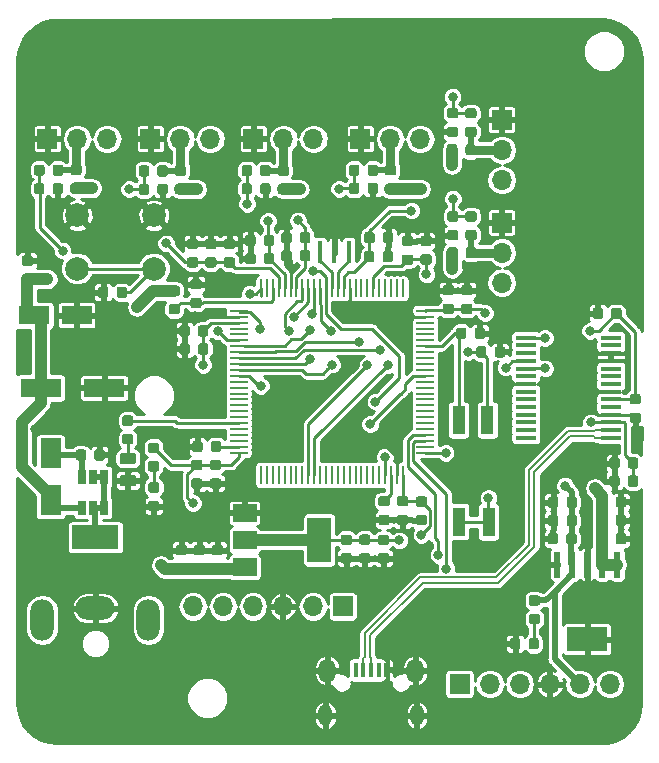
<source format=gbr>
G04 #@! TF.GenerationSoftware,KiCad,Pcbnew,(5.0.0)*
G04 #@! TF.CreationDate,2020-04-23T21:24:47+10:00*
G04 #@! TF.ProjectId,Classification and Contol Board,436C617373696669636174696F6E2061,rev?*
G04 #@! TF.SameCoordinates,Original*
G04 #@! TF.FileFunction,Copper,L1,Top,Signal*
G04 #@! TF.FilePolarity,Positive*
%FSLAX46Y46*%
G04 Gerber Fmt 4.6, Leading zero omitted, Abs format (unit mm)*
G04 Created by KiCad (PCBNEW (5.0.0)) date 04/23/20 21:24:47*
%MOMM*%
%LPD*%
G01*
G04 APERTURE LIST*
G04 #@! TA.AperFunction,Conductor*
%ADD10C,0.100000*%
G04 #@! TD*
G04 #@! TA.AperFunction,SMDPad,CuDef*
%ADD11C,0.875000*%
G04 #@! TD*
G04 #@! TA.AperFunction,ComponentPad*
%ADD12C,2.000000*%
G04 #@! TD*
G04 #@! TA.AperFunction,SMDPad,CuDef*
%ADD13R,1.750000X0.450000*%
G04 #@! TD*
G04 #@! TA.AperFunction,ComponentPad*
%ADD14O,2.000000X3.500000*%
G04 #@! TD*
G04 #@! TA.AperFunction,ComponentPad*
%ADD15O,3.300000X2.000000*%
G04 #@! TD*
G04 #@! TA.AperFunction,ComponentPad*
%ADD16R,4.000000X2.000000*%
G04 #@! TD*
G04 #@! TA.AperFunction,SMDPad,CuDef*
%ADD17R,0.280000X1.500000*%
G04 #@! TD*
G04 #@! TA.AperFunction,SMDPad,CuDef*
%ADD18R,1.500000X0.280000*%
G04 #@! TD*
G04 #@! TA.AperFunction,SMDPad,CuDef*
%ADD19R,2.600000X1.600000*%
G04 #@! TD*
G04 #@! TA.AperFunction,SMDPad,CuDef*
%ADD20R,3.500000X1.600000*%
G04 #@! TD*
G04 #@! TA.AperFunction,ComponentPad*
%ADD21O,1.700000X1.700000*%
G04 #@! TD*
G04 #@! TA.AperFunction,ComponentPad*
%ADD22R,1.700000X1.700000*%
G04 #@! TD*
G04 #@! TA.AperFunction,ComponentPad*
%ADD23O,1.150000X1.800000*%
G04 #@! TD*
G04 #@! TA.AperFunction,ComponentPad*
%ADD24O,1.450000X2.000000*%
G04 #@! TD*
G04 #@! TA.AperFunction,SMDPad,CuDef*
%ADD25R,0.450000X1.300000*%
G04 #@! TD*
G04 #@! TA.AperFunction,SMDPad,CuDef*
%ADD26R,1.800000X2.500000*%
G04 #@! TD*
G04 #@! TA.AperFunction,SMDPad,CuDef*
%ADD27C,0.975000*%
G04 #@! TD*
G04 #@! TA.AperFunction,SMDPad,CuDef*
%ADD28R,2.000000X3.800000*%
G04 #@! TD*
G04 #@! TA.AperFunction,SMDPad,CuDef*
%ADD29R,2.000000X1.500000*%
G04 #@! TD*
G04 #@! TA.AperFunction,SMDPad,CuDef*
%ADD30R,0.600000X2.200000*%
G04 #@! TD*
G04 #@! TA.AperFunction,SMDPad,CuDef*
%ADD31R,3.450000X2.150000*%
G04 #@! TD*
G04 #@! TA.AperFunction,SMDPad,CuDef*
%ADD32R,0.650000X1.220000*%
G04 #@! TD*
G04 #@! TA.AperFunction,SMDPad,CuDef*
%ADD33R,0.400000X1.900000*%
G04 #@! TD*
G04 #@! TA.AperFunction,SMDPad,CuDef*
%ADD34R,1.130000X2.440000*%
G04 #@! TD*
G04 #@! TA.AperFunction,ViaPad*
%ADD35C,0.800000*%
G04 #@! TD*
G04 #@! TA.AperFunction,Conductor*
%ADD36C,0.250000*%
G04 #@! TD*
G04 #@! TA.AperFunction,Conductor*
%ADD37C,1.000000*%
G04 #@! TD*
G04 #@! TA.AperFunction,Conductor*
%ADD38C,0.500000*%
G04 #@! TD*
G04 #@! TA.AperFunction,Conductor*
%ADD39C,0.750000*%
G04 #@! TD*
G04 #@! TA.AperFunction,Conductor*
%ADD40C,0.200000*%
G04 #@! TD*
G04 #@! TA.AperFunction,Conductor*
%ADD41C,0.254000*%
G04 #@! TD*
G04 APERTURE END LIST*
D10*
G04 #@! TO.N,Net-(D1-Pad2)*
G04 #@! TO.C,D1*
G36*
X126767691Y-100956053D02*
X126788926Y-100959203D01*
X126809750Y-100964419D01*
X126829962Y-100971651D01*
X126849368Y-100980830D01*
X126867781Y-100991866D01*
X126885024Y-101004654D01*
X126900930Y-101019070D01*
X126915346Y-101034976D01*
X126928134Y-101052219D01*
X126939170Y-101070632D01*
X126948349Y-101090038D01*
X126955581Y-101110250D01*
X126960797Y-101131074D01*
X126963947Y-101152309D01*
X126965000Y-101173750D01*
X126965000Y-101611250D01*
X126963947Y-101632691D01*
X126960797Y-101653926D01*
X126955581Y-101674750D01*
X126948349Y-101694962D01*
X126939170Y-101714368D01*
X126928134Y-101732781D01*
X126915346Y-101750024D01*
X126900930Y-101765930D01*
X126885024Y-101780346D01*
X126867781Y-101793134D01*
X126849368Y-101804170D01*
X126829962Y-101813349D01*
X126809750Y-101820581D01*
X126788926Y-101825797D01*
X126767691Y-101828947D01*
X126746250Y-101830000D01*
X126233750Y-101830000D01*
X126212309Y-101828947D01*
X126191074Y-101825797D01*
X126170250Y-101820581D01*
X126150038Y-101813349D01*
X126130632Y-101804170D01*
X126112219Y-101793134D01*
X126094976Y-101780346D01*
X126079070Y-101765930D01*
X126064654Y-101750024D01*
X126051866Y-101732781D01*
X126040830Y-101714368D01*
X126031651Y-101694962D01*
X126024419Y-101674750D01*
X126019203Y-101653926D01*
X126016053Y-101632691D01*
X126015000Y-101611250D01*
X126015000Y-101173750D01*
X126016053Y-101152309D01*
X126019203Y-101131074D01*
X126024419Y-101110250D01*
X126031651Y-101090038D01*
X126040830Y-101070632D01*
X126051866Y-101052219D01*
X126064654Y-101034976D01*
X126079070Y-101019070D01*
X126094976Y-101004654D01*
X126112219Y-100991866D01*
X126130632Y-100980830D01*
X126150038Y-100971651D01*
X126170250Y-100964419D01*
X126191074Y-100959203D01*
X126212309Y-100956053D01*
X126233750Y-100955000D01*
X126746250Y-100955000D01*
X126767691Y-100956053D01*
X126767691Y-100956053D01*
G37*
D11*
G04 #@! TD*
G04 #@! TO.P,D1,2*
G04 #@! TO.N,Net-(D1-Pad2)*
X126490000Y-101392500D03*
D10*
G04 #@! TO.N,/GND*
G04 #@! TO.C,D1*
G36*
X126767691Y-102531053D02*
X126788926Y-102534203D01*
X126809750Y-102539419D01*
X126829962Y-102546651D01*
X126849368Y-102555830D01*
X126867781Y-102566866D01*
X126885024Y-102579654D01*
X126900930Y-102594070D01*
X126915346Y-102609976D01*
X126928134Y-102627219D01*
X126939170Y-102645632D01*
X126948349Y-102665038D01*
X126955581Y-102685250D01*
X126960797Y-102706074D01*
X126963947Y-102727309D01*
X126965000Y-102748750D01*
X126965000Y-103186250D01*
X126963947Y-103207691D01*
X126960797Y-103228926D01*
X126955581Y-103249750D01*
X126948349Y-103269962D01*
X126939170Y-103289368D01*
X126928134Y-103307781D01*
X126915346Y-103325024D01*
X126900930Y-103340930D01*
X126885024Y-103355346D01*
X126867781Y-103368134D01*
X126849368Y-103379170D01*
X126829962Y-103388349D01*
X126809750Y-103395581D01*
X126788926Y-103400797D01*
X126767691Y-103403947D01*
X126746250Y-103405000D01*
X126233750Y-103405000D01*
X126212309Y-103403947D01*
X126191074Y-103400797D01*
X126170250Y-103395581D01*
X126150038Y-103388349D01*
X126130632Y-103379170D01*
X126112219Y-103368134D01*
X126094976Y-103355346D01*
X126079070Y-103340930D01*
X126064654Y-103325024D01*
X126051866Y-103307781D01*
X126040830Y-103289368D01*
X126031651Y-103269962D01*
X126024419Y-103249750D01*
X126019203Y-103228926D01*
X126016053Y-103207691D01*
X126015000Y-103186250D01*
X126015000Y-102748750D01*
X126016053Y-102727309D01*
X126019203Y-102706074D01*
X126024419Y-102685250D01*
X126031651Y-102665038D01*
X126040830Y-102645632D01*
X126051866Y-102627219D01*
X126064654Y-102609976D01*
X126079070Y-102594070D01*
X126094976Y-102579654D01*
X126112219Y-102566866D01*
X126130632Y-102555830D01*
X126150038Y-102546651D01*
X126170250Y-102539419D01*
X126191074Y-102534203D01*
X126212309Y-102531053D01*
X126233750Y-102530000D01*
X126746250Y-102530000D01*
X126767691Y-102531053D01*
X126767691Y-102531053D01*
G37*
D11*
G04 #@! TD*
G04 #@! TO.P,D1,1*
G04 #@! TO.N,/GND*
X126490000Y-102967500D03*
D10*
G04 #@! TO.N,Net-(D1-Pad2)*
G04 #@! TO.C,R3*
G36*
X126747691Y-99171053D02*
X126768926Y-99174203D01*
X126789750Y-99179419D01*
X126809962Y-99186651D01*
X126829368Y-99195830D01*
X126847781Y-99206866D01*
X126865024Y-99219654D01*
X126880930Y-99234070D01*
X126895346Y-99249976D01*
X126908134Y-99267219D01*
X126919170Y-99285632D01*
X126928349Y-99305038D01*
X126935581Y-99325250D01*
X126940797Y-99346074D01*
X126943947Y-99367309D01*
X126945000Y-99388750D01*
X126945000Y-99826250D01*
X126943947Y-99847691D01*
X126940797Y-99868926D01*
X126935581Y-99889750D01*
X126928349Y-99909962D01*
X126919170Y-99929368D01*
X126908134Y-99947781D01*
X126895346Y-99965024D01*
X126880930Y-99980930D01*
X126865024Y-99995346D01*
X126847781Y-100008134D01*
X126829368Y-100019170D01*
X126809962Y-100028349D01*
X126789750Y-100035581D01*
X126768926Y-100040797D01*
X126747691Y-100043947D01*
X126726250Y-100045000D01*
X126213750Y-100045000D01*
X126192309Y-100043947D01*
X126171074Y-100040797D01*
X126150250Y-100035581D01*
X126130038Y-100028349D01*
X126110632Y-100019170D01*
X126092219Y-100008134D01*
X126074976Y-99995346D01*
X126059070Y-99980930D01*
X126044654Y-99965024D01*
X126031866Y-99947781D01*
X126020830Y-99929368D01*
X126011651Y-99909962D01*
X126004419Y-99889750D01*
X125999203Y-99868926D01*
X125996053Y-99847691D01*
X125995000Y-99826250D01*
X125995000Y-99388750D01*
X125996053Y-99367309D01*
X125999203Y-99346074D01*
X126004419Y-99325250D01*
X126011651Y-99305038D01*
X126020830Y-99285632D01*
X126031866Y-99267219D01*
X126044654Y-99249976D01*
X126059070Y-99234070D01*
X126074976Y-99219654D01*
X126092219Y-99206866D01*
X126110632Y-99195830D01*
X126130038Y-99186651D01*
X126150250Y-99179419D01*
X126171074Y-99174203D01*
X126192309Y-99171053D01*
X126213750Y-99170000D01*
X126726250Y-99170000D01*
X126747691Y-99171053D01*
X126747691Y-99171053D01*
G37*
D11*
G04 #@! TD*
G04 #@! TO.P,R3,1*
G04 #@! TO.N,Net-(D1-Pad2)*
X126470000Y-99607500D03*
D10*
G04 #@! TO.N,/STM32F407VGTx/3V3*
G04 #@! TO.C,R3*
G36*
X126747691Y-97596053D02*
X126768926Y-97599203D01*
X126789750Y-97604419D01*
X126809962Y-97611651D01*
X126829368Y-97620830D01*
X126847781Y-97631866D01*
X126865024Y-97644654D01*
X126880930Y-97659070D01*
X126895346Y-97674976D01*
X126908134Y-97692219D01*
X126919170Y-97710632D01*
X126928349Y-97730038D01*
X126935581Y-97750250D01*
X126940797Y-97771074D01*
X126943947Y-97792309D01*
X126945000Y-97813750D01*
X126945000Y-98251250D01*
X126943947Y-98272691D01*
X126940797Y-98293926D01*
X126935581Y-98314750D01*
X126928349Y-98334962D01*
X126919170Y-98354368D01*
X126908134Y-98372781D01*
X126895346Y-98390024D01*
X126880930Y-98405930D01*
X126865024Y-98420346D01*
X126847781Y-98433134D01*
X126829368Y-98444170D01*
X126809962Y-98453349D01*
X126789750Y-98460581D01*
X126768926Y-98465797D01*
X126747691Y-98468947D01*
X126726250Y-98470000D01*
X126213750Y-98470000D01*
X126192309Y-98468947D01*
X126171074Y-98465797D01*
X126150250Y-98460581D01*
X126130038Y-98453349D01*
X126110632Y-98444170D01*
X126092219Y-98433134D01*
X126074976Y-98420346D01*
X126059070Y-98405930D01*
X126044654Y-98390024D01*
X126031866Y-98372781D01*
X126020830Y-98354368D01*
X126011651Y-98334962D01*
X126004419Y-98314750D01*
X125999203Y-98293926D01*
X125996053Y-98272691D01*
X125995000Y-98251250D01*
X125995000Y-97813750D01*
X125996053Y-97792309D01*
X125999203Y-97771074D01*
X126004419Y-97750250D01*
X126011651Y-97730038D01*
X126020830Y-97710632D01*
X126031866Y-97692219D01*
X126044654Y-97674976D01*
X126059070Y-97659070D01*
X126074976Y-97644654D01*
X126092219Y-97631866D01*
X126110632Y-97620830D01*
X126130038Y-97611651D01*
X126150250Y-97604419D01*
X126171074Y-97599203D01*
X126192309Y-97596053D01*
X126213750Y-97595000D01*
X126726250Y-97595000D01*
X126747691Y-97596053D01*
X126747691Y-97596053D01*
G37*
D11*
G04 #@! TD*
G04 #@! TO.P,R3,2*
G04 #@! TO.N,/STM32F407VGTx/3V3*
X126470000Y-98032500D03*
D12*
G04 #@! TO.P,SW1,1*
G04 #@! TO.N,/GND*
X126500000Y-78360000D03*
G04 #@! TO.P,SW1,3*
G04 #@! TO.N,/STM32F407VGTx/NRST*
X126500000Y-82860000D03*
G04 #@! TO.P,SW1,4*
X120000000Y-82860000D03*
G04 #@! TO.P,SW1,2*
G04 #@! TO.N,/GND*
X120000000Y-78360000D03*
G04 #@! TD*
D13*
G04 #@! TO.P,U4,28*
G04 #@! TO.N,Net-(U4-Pad28)*
X165190000Y-88725000D03*
G04 #@! TO.P,U4,27*
G04 #@! TO.N,Net-(U4-Pad27)*
X165190000Y-89375000D03*
G04 #@! TO.P,U4,26*
G04 #@! TO.N,/GND*
X165190000Y-90025000D03*
G04 #@! TO.P,U4,25*
X165190000Y-90675000D03*
G04 #@! TO.P,U4,24*
G04 #@! TO.N,N/C*
X165190000Y-91325000D03*
G04 #@! TO.P,U4,23*
G04 #@! TO.N,Net-(U4-Pad23)*
X165190000Y-91975000D03*
G04 #@! TO.P,U4,22*
G04 #@! TO.N,Net-(U4-Pad22)*
X165190000Y-92625000D03*
G04 #@! TO.P,U4,21*
G04 #@! TO.N,/GND*
X165190000Y-93275000D03*
G04 #@! TO.P,U4,20*
G04 #@! TO.N,/Communications/+5V*
X165190000Y-93925000D03*
G04 #@! TO.P,U4,19*
G04 #@! TO.N,Net-(U4-Pad19)*
X165190000Y-94575000D03*
G04 #@! TO.P,U4,18*
G04 #@! TO.N,/GND*
X165190000Y-95225000D03*
G04 #@! TO.P,U4,17*
G04 #@! TO.N,Net-(C61-Pad1)*
X165190000Y-95875000D03*
G04 #@! TO.P,U4,16*
G04 #@! TO.N,/Communications/D-*
X165190000Y-96525000D03*
G04 #@! TO.P,U4,15*
G04 #@! TO.N,/Communications/D+*
X165190000Y-97175000D03*
G04 #@! TO.P,U4,14*
G04 #@! TO.N,Net-(U4-Pad14)*
X157990000Y-97175000D03*
G04 #@! TO.P,U4,13*
G04 #@! TO.N,Net-(U4-Pad13)*
X157990000Y-96525000D03*
G04 #@! TO.P,U4,12*
G04 #@! TO.N,Net-(U4-Pad12)*
X157990000Y-95875000D03*
G04 #@! TO.P,U4,11*
G04 #@! TO.N,Net-(U4-Pad11)*
X157990000Y-95225000D03*
G04 #@! TO.P,U4,10*
G04 #@! TO.N,Net-(U4-Pad10)*
X157990000Y-94575000D03*
G04 #@! TO.P,U4,9*
G04 #@! TO.N,Net-(U4-Pad9)*
X157990000Y-93925000D03*
G04 #@! TO.P,U4,8*
G04 #@! TO.N,N/C*
X157990000Y-93275000D03*
G04 #@! TO.P,U4,7*
G04 #@! TO.N,/GND*
X157990000Y-92625000D03*
G04 #@! TO.P,U4,6*
G04 #@! TO.N,Net-(U4-Pad6)*
X157990000Y-91975000D03*
G04 #@! TO.P,U4,5*
G04 #@! TO.N,/Communications/RX*
X157990000Y-91325000D03*
G04 #@! TO.P,U4,4*
G04 #@! TO.N,Net-(C61-Pad1)*
X157990000Y-90675000D03*
G04 #@! TO.P,U4,3*
G04 #@! TO.N,Net-(U4-Pad3)*
X157990000Y-90025000D03*
G04 #@! TO.P,U4,2*
G04 #@! TO.N,Net-(U4-Pad2)*
X157990000Y-89375000D03*
G04 #@! TO.P,U4,1*
G04 #@! TO.N,/Communications/TX*
X157990000Y-88725000D03*
G04 #@! TD*
D14*
G04 #@! TO.P,J2,MP*
G04 #@! TO.N,N/C*
X126040000Y-112610000D03*
X117040000Y-112610000D03*
D15*
G04 #@! TO.P,J2,2*
G04 #@! TO.N,/GND*
X121540000Y-111610000D03*
D16*
G04 #@! TO.P,J2,1*
G04 #@! TO.N,Net-(J2-Pad1)*
X121540000Y-105610000D03*
G04 #@! TD*
D17*
G04 #@! TO.P,U2,1*
G04 #@! TO.N,Net-(U2-Pad1)*
X147570000Y-84540000D03*
G04 #@! TO.P,U2,2*
G04 #@! TO.N,Net-(U2-Pad2)*
X147070000Y-84540000D03*
G04 #@! TO.P,U2,3*
G04 #@! TO.N,Net-(U2-Pad3)*
X146570000Y-84540000D03*
G04 #@! TO.P,U2,4*
G04 #@! TO.N,Net-(U2-Pad4)*
X146070000Y-84540000D03*
G04 #@! TO.P,U2,5*
G04 #@! TO.N,Net-(U2-Pad5)*
X145570000Y-84540000D03*
G04 #@! TO.P,U2,6*
G04 #@! TO.N,/STM32F407VGTx/3V3*
X145070000Y-84540000D03*
G04 #@! TO.P,U2,7*
G04 #@! TO.N,Net-(U2-Pad7)*
X144570000Y-84540000D03*
G04 #@! TO.P,U2,8*
G04 #@! TO.N,Net-(U2-Pad8)*
X144070000Y-84540000D03*
G04 #@! TO.P,U2,9*
G04 #@! TO.N,Net-(U2-Pad9)*
X143570000Y-84540000D03*
G04 #@! TO.P,U2,10*
G04 #@! TO.N,/GND*
X143070000Y-84540000D03*
G04 #@! TO.P,U2,11*
G04 #@! TO.N,/STM32F407VGTx/3V3*
X142570000Y-84540000D03*
G04 #@! TO.P,U2,12*
G04 #@! TO.N,Net-(U2-Pad12)*
X142070000Y-84540000D03*
G04 #@! TO.P,U2,13*
G04 #@! TO.N,Net-(U2-Pad13)*
X141570000Y-84540000D03*
G04 #@! TO.P,U2,14*
G04 #@! TO.N,/STM32F407VGTx/NRST*
X141070000Y-84540000D03*
G04 #@! TO.P,U2,15*
G04 #@! TO.N,/Control/FB4*
X140570000Y-84540000D03*
G04 #@! TO.P,U2,16*
G04 #@! TO.N,/Control/FB3*
X140070000Y-84540000D03*
G04 #@! TO.P,U2,17*
G04 #@! TO.N,/Control/FB2*
X139570000Y-84540000D03*
G04 #@! TO.P,U2,18*
G04 #@! TO.N,/Control/FB1*
X139070000Y-84540000D03*
G04 #@! TO.P,U2,19*
G04 #@! TO.N,/STM32F407VGTx/3V3*
X138570000Y-84540000D03*
G04 #@! TO.P,U2,20*
G04 #@! TO.N,/GND*
X138070000Y-84540000D03*
G04 #@! TO.P,U2,21*
G04 #@! TO.N,/STM32F407VGTx/3V3*
X137570000Y-84540000D03*
G04 #@! TO.P,U2,22*
X137070000Y-84540000D03*
G04 #@! TO.P,U2,23*
G04 #@! TO.N,/Control/FB_REF*
X136570000Y-84540000D03*
G04 #@! TO.P,U2,24*
G04 #@! TO.N,Net-(U2-Pad24)*
X136070000Y-84540000D03*
G04 #@! TO.P,U2,25*
G04 #@! TO.N,/Communications/TX*
X135570000Y-84540000D03*
D18*
G04 #@! TO.P,U2,26*
G04 #@! TO.N,/Communications/RX*
X133670000Y-86440000D03*
G04 #@! TO.P,U2,27*
G04 #@! TO.N,/GND*
X133670000Y-86940000D03*
G04 #@! TO.P,U2,28*
G04 #@! TO.N,/STM32F407VGTx/3V3*
X133670000Y-87440000D03*
G04 #@! TO.P,U2,29*
G04 #@! TO.N,Net-(U2-Pad29)*
X133670000Y-87940000D03*
G04 #@! TO.P,U2,30*
G04 #@! TO.N,Net-(U2-Pad30)*
X133670000Y-88440000D03*
G04 #@! TO.P,U2,31*
G04 #@! TO.N,/STM32F407VGTx/PWM1*
X133670000Y-88940000D03*
G04 #@! TO.P,U2,32*
G04 #@! TO.N,/STM32F407VGTx/PWM2*
X133670000Y-89440000D03*
G04 #@! TO.P,U2,33*
G04 #@! TO.N,/Control/FB5*
X133670000Y-89940000D03*
G04 #@! TO.P,U2,34*
G04 #@! TO.N,/Control/FB6*
X133670000Y-90440000D03*
G04 #@! TO.P,U2,35*
G04 #@! TO.N,/STM32F407VGTx/PWM3*
X133670000Y-90940000D03*
G04 #@! TO.P,U2,36*
G04 #@! TO.N,/STM32F407VGTx/PWM4*
X133670000Y-91440000D03*
G04 #@! TO.P,U2,37*
G04 #@! TO.N,/STM32F407VGTx/BOOT1*
X133670000Y-91940000D03*
G04 #@! TO.P,U2,38*
G04 #@! TO.N,Net-(U2-Pad38)*
X133670000Y-92440000D03*
G04 #@! TO.P,U2,39*
G04 #@! TO.N,Net-(U2-Pad39)*
X133670000Y-92940000D03*
G04 #@! TO.P,U2,40*
G04 #@! TO.N,Net-(U2-Pad40)*
X133670000Y-93440000D03*
G04 #@! TO.P,U2,41*
G04 #@! TO.N,Net-(U2-Pad41)*
X133670000Y-93940000D03*
G04 #@! TO.P,U2,42*
G04 #@! TO.N,Net-(U2-Pad42)*
X133670000Y-94440000D03*
G04 #@! TO.P,U2,43*
G04 #@! TO.N,Net-(U2-Pad43)*
X133670000Y-94940000D03*
G04 #@! TO.P,U2,44*
G04 #@! TO.N,Net-(U2-Pad44)*
X133670000Y-95440000D03*
G04 #@! TO.P,U2,45*
G04 #@! TO.N,Net-(R4-Pad1)*
X133670000Y-95940000D03*
G04 #@! TO.P,U2,46*
G04 #@! TO.N,Net-(U2-Pad46)*
X133670000Y-96440000D03*
G04 #@! TO.P,U2,47*
G04 #@! TO.N,Net-(U2-Pad47)*
X133670000Y-96940000D03*
G04 #@! TO.P,U2,48*
G04 #@! TO.N,Net-(U2-Pad48)*
X133670000Y-97440000D03*
G04 #@! TO.P,U2,49*
G04 #@! TO.N,Net-(C49-Pad1)*
X133670000Y-97940000D03*
G04 #@! TO.P,U2,50*
G04 #@! TO.N,/STM32F407VGTx/3V3*
X133670000Y-98440000D03*
D17*
G04 #@! TO.P,U2,51*
G04 #@! TO.N,Net-(U2-Pad51)*
X135570000Y-100340000D03*
G04 #@! TO.P,U2,52*
G04 #@! TO.N,Net-(U2-Pad52)*
X136070000Y-100340000D03*
G04 #@! TO.P,U2,53*
G04 #@! TO.N,Net-(U2-Pad53)*
X136570000Y-100340000D03*
G04 #@! TO.P,U2,54*
G04 #@! TO.N,Net-(U2-Pad54)*
X137070000Y-100340000D03*
G04 #@! TO.P,U2,55*
G04 #@! TO.N,Net-(U2-Pad55)*
X137570000Y-100340000D03*
G04 #@! TO.P,U2,56*
G04 #@! TO.N,Net-(U2-Pad56)*
X138070000Y-100340000D03*
G04 #@! TO.P,U2,57*
G04 #@! TO.N,Net-(U2-Pad57)*
X138570000Y-100340000D03*
G04 #@! TO.P,U2,58*
G04 #@! TO.N,Net-(U2-Pad58)*
X139070000Y-100340000D03*
G04 #@! TO.P,U2,59*
G04 #@! TO.N,/STM32F407VGTx/PWM5*
X139570000Y-100340000D03*
G04 #@! TO.P,U2,60*
G04 #@! TO.N,/STM32F407VGTx/PWM6*
X140070000Y-100340000D03*
G04 #@! TO.P,U2,61*
G04 #@! TO.N,Net-(U2-Pad61)*
X140570000Y-100340000D03*
G04 #@! TO.P,U2,62*
G04 #@! TO.N,Net-(U2-Pad62)*
X141070000Y-100340000D03*
G04 #@! TO.P,U2,63*
G04 #@! TO.N,Net-(U2-Pad63)*
X141570000Y-100340000D03*
G04 #@! TO.P,U2,64*
G04 #@! TO.N,Net-(U2-Pad64)*
X142070000Y-100340000D03*
G04 #@! TO.P,U2,65*
G04 #@! TO.N,Net-(U2-Pad65)*
X142570000Y-100340000D03*
G04 #@! TO.P,U2,66*
G04 #@! TO.N,Net-(U2-Pad66)*
X143070000Y-100340000D03*
G04 #@! TO.P,U2,67*
G04 #@! TO.N,Net-(U2-Pad67)*
X143570000Y-100340000D03*
G04 #@! TO.P,U2,68*
G04 #@! TO.N,Net-(U2-Pad68)*
X144070000Y-100340000D03*
G04 #@! TO.P,U2,69*
G04 #@! TO.N,Net-(U2-Pad69)*
X144570000Y-100340000D03*
G04 #@! TO.P,U2,70*
G04 #@! TO.N,Net-(U2-Pad70)*
X145070000Y-100340000D03*
G04 #@! TO.P,U2,71*
G04 #@! TO.N,Net-(U2-Pad71)*
X145570000Y-100340000D03*
G04 #@! TO.P,U2,72*
G04 #@! TO.N,/STM32F407VGTx/SWDIO*
X146070000Y-100340000D03*
G04 #@! TO.P,U2,73*
G04 #@! TO.N,Net-(C51-Pad1)*
X146570000Y-100340000D03*
G04 #@! TO.P,U2,74*
G04 #@! TO.N,/GND*
X147070000Y-100340000D03*
G04 #@! TO.P,U2,75*
G04 #@! TO.N,/STM32F407VGTx/3V3*
X147570000Y-100340000D03*
D18*
G04 #@! TO.P,U2,76*
G04 #@! TO.N,/STM32F407VGTx/SWCLK*
X149470000Y-98440000D03*
G04 #@! TO.P,U2,77*
G04 #@! TO.N,Net-(U2-Pad77)*
X149470000Y-97940000D03*
G04 #@! TO.P,U2,78*
G04 #@! TO.N,/Communications/BT_TX*
X149470000Y-97440000D03*
G04 #@! TO.P,U2,79*
G04 #@! TO.N,/Communications/BT_RX*
X149470000Y-96940000D03*
G04 #@! TO.P,U2,80*
G04 #@! TO.N,Net-(U2-Pad80)*
X149470000Y-96440000D03*
G04 #@! TO.P,U2,81*
G04 #@! TO.N,Net-(U2-Pad81)*
X149470000Y-95940000D03*
G04 #@! TO.P,U2,82*
G04 #@! TO.N,Net-(U2-Pad82)*
X149470000Y-95440000D03*
G04 #@! TO.P,U2,83*
G04 #@! TO.N,Net-(U2-Pad83)*
X149470000Y-94940000D03*
G04 #@! TO.P,U2,84*
G04 #@! TO.N,Net-(U2-Pad84)*
X149470000Y-94440000D03*
G04 #@! TO.P,U2,85*
G04 #@! TO.N,Net-(U2-Pad85)*
X149470000Y-93940000D03*
G04 #@! TO.P,U2,86*
G04 #@! TO.N,Net-(U2-Pad86)*
X149470000Y-93440000D03*
G04 #@! TO.P,U2,87*
G04 #@! TO.N,Net-(U2-Pad87)*
X149470000Y-92940000D03*
G04 #@! TO.P,U2,88*
G04 #@! TO.N,Net-(U2-Pad88)*
X149470000Y-92440000D03*
G04 #@! TO.P,U2,89*
G04 #@! TO.N,/STM32F407VGTx/SWO*
X149470000Y-91940000D03*
G04 #@! TO.P,U2,90*
G04 #@! TO.N,Net-(U2-Pad90)*
X149470000Y-91440000D03*
G04 #@! TO.P,U2,91*
G04 #@! TO.N,Net-(U2-Pad91)*
X149470000Y-90940000D03*
G04 #@! TO.P,U2,92*
G04 #@! TO.N,Net-(U2-Pad92)*
X149470000Y-90440000D03*
G04 #@! TO.P,U2,93*
G04 #@! TO.N,Net-(U2-Pad93)*
X149470000Y-89940000D03*
G04 #@! TO.P,U2,94*
G04 #@! TO.N,/STM32F407VGTx/BOOT0*
X149470000Y-89440000D03*
G04 #@! TO.P,U2,95*
G04 #@! TO.N,Net-(U2-Pad95)*
X149470000Y-88940000D03*
G04 #@! TO.P,U2,96*
G04 #@! TO.N,Net-(U2-Pad96)*
X149470000Y-88440000D03*
G04 #@! TO.P,U2,97*
G04 #@! TO.N,Net-(U2-Pad97)*
X149470000Y-87940000D03*
G04 #@! TO.P,U2,98*
G04 #@! TO.N,Net-(U2-Pad98)*
X149470000Y-87440000D03*
G04 #@! TO.P,U2,99*
G04 #@! TO.N,/GND*
X149470000Y-86940000D03*
G04 #@! TO.P,U2,100*
G04 #@! TO.N,/STM32F407VGTx/3V3*
X149470000Y-86440000D03*
G04 #@! TD*
D10*
G04 #@! TO.N,/V+*
G04 #@! TO.C,C20*
G36*
X130627691Y-107841053D02*
X130648926Y-107844203D01*
X130669750Y-107849419D01*
X130689962Y-107856651D01*
X130709368Y-107865830D01*
X130727781Y-107876866D01*
X130745024Y-107889654D01*
X130760930Y-107904070D01*
X130775346Y-107919976D01*
X130788134Y-107937219D01*
X130799170Y-107955632D01*
X130808349Y-107975038D01*
X130815581Y-107995250D01*
X130820797Y-108016074D01*
X130823947Y-108037309D01*
X130825000Y-108058750D01*
X130825000Y-108496250D01*
X130823947Y-108517691D01*
X130820797Y-108538926D01*
X130815581Y-108559750D01*
X130808349Y-108579962D01*
X130799170Y-108599368D01*
X130788134Y-108617781D01*
X130775346Y-108635024D01*
X130760930Y-108650930D01*
X130745024Y-108665346D01*
X130727781Y-108678134D01*
X130709368Y-108689170D01*
X130689962Y-108698349D01*
X130669750Y-108705581D01*
X130648926Y-108710797D01*
X130627691Y-108713947D01*
X130606250Y-108715000D01*
X130093750Y-108715000D01*
X130072309Y-108713947D01*
X130051074Y-108710797D01*
X130030250Y-108705581D01*
X130010038Y-108698349D01*
X129990632Y-108689170D01*
X129972219Y-108678134D01*
X129954976Y-108665346D01*
X129939070Y-108650930D01*
X129924654Y-108635024D01*
X129911866Y-108617781D01*
X129900830Y-108599368D01*
X129891651Y-108579962D01*
X129884419Y-108559750D01*
X129879203Y-108538926D01*
X129876053Y-108517691D01*
X129875000Y-108496250D01*
X129875000Y-108058750D01*
X129876053Y-108037309D01*
X129879203Y-108016074D01*
X129884419Y-107995250D01*
X129891651Y-107975038D01*
X129900830Y-107955632D01*
X129911866Y-107937219D01*
X129924654Y-107919976D01*
X129939070Y-107904070D01*
X129954976Y-107889654D01*
X129972219Y-107876866D01*
X129990632Y-107865830D01*
X130010038Y-107856651D01*
X130030250Y-107849419D01*
X130051074Y-107844203D01*
X130072309Y-107841053D01*
X130093750Y-107840000D01*
X130606250Y-107840000D01*
X130627691Y-107841053D01*
X130627691Y-107841053D01*
G37*
D11*
G04 #@! TD*
G04 #@! TO.P,C20,1*
G04 #@! TO.N,/V+*
X130350000Y-108277500D03*
D10*
G04 #@! TO.N,/GND*
G04 #@! TO.C,C20*
G36*
X130627691Y-106266053D02*
X130648926Y-106269203D01*
X130669750Y-106274419D01*
X130689962Y-106281651D01*
X130709368Y-106290830D01*
X130727781Y-106301866D01*
X130745024Y-106314654D01*
X130760930Y-106329070D01*
X130775346Y-106344976D01*
X130788134Y-106362219D01*
X130799170Y-106380632D01*
X130808349Y-106400038D01*
X130815581Y-106420250D01*
X130820797Y-106441074D01*
X130823947Y-106462309D01*
X130825000Y-106483750D01*
X130825000Y-106921250D01*
X130823947Y-106942691D01*
X130820797Y-106963926D01*
X130815581Y-106984750D01*
X130808349Y-107004962D01*
X130799170Y-107024368D01*
X130788134Y-107042781D01*
X130775346Y-107060024D01*
X130760930Y-107075930D01*
X130745024Y-107090346D01*
X130727781Y-107103134D01*
X130709368Y-107114170D01*
X130689962Y-107123349D01*
X130669750Y-107130581D01*
X130648926Y-107135797D01*
X130627691Y-107138947D01*
X130606250Y-107140000D01*
X130093750Y-107140000D01*
X130072309Y-107138947D01*
X130051074Y-107135797D01*
X130030250Y-107130581D01*
X130010038Y-107123349D01*
X129990632Y-107114170D01*
X129972219Y-107103134D01*
X129954976Y-107090346D01*
X129939070Y-107075930D01*
X129924654Y-107060024D01*
X129911866Y-107042781D01*
X129900830Y-107024368D01*
X129891651Y-107004962D01*
X129884419Y-106984750D01*
X129879203Y-106963926D01*
X129876053Y-106942691D01*
X129875000Y-106921250D01*
X129875000Y-106483750D01*
X129876053Y-106462309D01*
X129879203Y-106441074D01*
X129884419Y-106420250D01*
X129891651Y-106400038D01*
X129900830Y-106380632D01*
X129911866Y-106362219D01*
X129924654Y-106344976D01*
X129939070Y-106329070D01*
X129954976Y-106314654D01*
X129972219Y-106301866D01*
X129990632Y-106290830D01*
X130010038Y-106281651D01*
X130030250Y-106274419D01*
X130051074Y-106269203D01*
X130072309Y-106266053D01*
X130093750Y-106265000D01*
X130606250Y-106265000D01*
X130627691Y-106266053D01*
X130627691Y-106266053D01*
G37*
D11*
G04 #@! TD*
G04 #@! TO.P,C20,2*
G04 #@! TO.N,/GND*
X130350000Y-106702500D03*
D19*
G04 #@! TO.P,C55,2*
G04 #@! TO.N,/GND*
X119960000Y-86830000D03*
G04 #@! TO.P,C55,1*
G04 #@! TO.N,/V+*
X116360000Y-86830000D03*
G04 #@! TD*
D20*
G04 #@! TO.P,C53,1*
G04 #@! TO.N,/V+*
X116900000Y-92970000D03*
G04 #@! TO.P,C53,2*
G04 #@! TO.N,/GND*
X122300000Y-92970000D03*
G04 #@! TD*
D10*
G04 #@! TO.N,/STM32F407VGTx/3V3*
G04 #@! TO.C,C9*
G36*
X144992691Y-79766053D02*
X145013926Y-79769203D01*
X145034750Y-79774419D01*
X145054962Y-79781651D01*
X145074368Y-79790830D01*
X145092781Y-79801866D01*
X145110024Y-79814654D01*
X145125930Y-79829070D01*
X145140346Y-79844976D01*
X145153134Y-79862219D01*
X145164170Y-79880632D01*
X145173349Y-79900038D01*
X145180581Y-79920250D01*
X145185797Y-79941074D01*
X145188947Y-79962309D01*
X145190000Y-79983750D01*
X145190000Y-80496250D01*
X145188947Y-80517691D01*
X145185797Y-80538926D01*
X145180581Y-80559750D01*
X145173349Y-80579962D01*
X145164170Y-80599368D01*
X145153134Y-80617781D01*
X145140346Y-80635024D01*
X145125930Y-80650930D01*
X145110024Y-80665346D01*
X145092781Y-80678134D01*
X145074368Y-80689170D01*
X145054962Y-80698349D01*
X145034750Y-80705581D01*
X145013926Y-80710797D01*
X144992691Y-80713947D01*
X144971250Y-80715000D01*
X144533750Y-80715000D01*
X144512309Y-80713947D01*
X144491074Y-80710797D01*
X144470250Y-80705581D01*
X144450038Y-80698349D01*
X144430632Y-80689170D01*
X144412219Y-80678134D01*
X144394976Y-80665346D01*
X144379070Y-80650930D01*
X144364654Y-80635024D01*
X144351866Y-80617781D01*
X144340830Y-80599368D01*
X144331651Y-80579962D01*
X144324419Y-80559750D01*
X144319203Y-80538926D01*
X144316053Y-80517691D01*
X144315000Y-80496250D01*
X144315000Y-79983750D01*
X144316053Y-79962309D01*
X144319203Y-79941074D01*
X144324419Y-79920250D01*
X144331651Y-79900038D01*
X144340830Y-79880632D01*
X144351866Y-79862219D01*
X144364654Y-79844976D01*
X144379070Y-79829070D01*
X144394976Y-79814654D01*
X144412219Y-79801866D01*
X144430632Y-79790830D01*
X144450038Y-79781651D01*
X144470250Y-79774419D01*
X144491074Y-79769203D01*
X144512309Y-79766053D01*
X144533750Y-79765000D01*
X144971250Y-79765000D01*
X144992691Y-79766053D01*
X144992691Y-79766053D01*
G37*
D11*
G04 #@! TD*
G04 #@! TO.P,C9,1*
G04 #@! TO.N,/STM32F407VGTx/3V3*
X144752500Y-80240000D03*
D10*
G04 #@! TO.N,/GND*
G04 #@! TO.C,C9*
G36*
X146567691Y-79766053D02*
X146588926Y-79769203D01*
X146609750Y-79774419D01*
X146629962Y-79781651D01*
X146649368Y-79790830D01*
X146667781Y-79801866D01*
X146685024Y-79814654D01*
X146700930Y-79829070D01*
X146715346Y-79844976D01*
X146728134Y-79862219D01*
X146739170Y-79880632D01*
X146748349Y-79900038D01*
X146755581Y-79920250D01*
X146760797Y-79941074D01*
X146763947Y-79962309D01*
X146765000Y-79983750D01*
X146765000Y-80496250D01*
X146763947Y-80517691D01*
X146760797Y-80538926D01*
X146755581Y-80559750D01*
X146748349Y-80579962D01*
X146739170Y-80599368D01*
X146728134Y-80617781D01*
X146715346Y-80635024D01*
X146700930Y-80650930D01*
X146685024Y-80665346D01*
X146667781Y-80678134D01*
X146649368Y-80689170D01*
X146629962Y-80698349D01*
X146609750Y-80705581D01*
X146588926Y-80710797D01*
X146567691Y-80713947D01*
X146546250Y-80715000D01*
X146108750Y-80715000D01*
X146087309Y-80713947D01*
X146066074Y-80710797D01*
X146045250Y-80705581D01*
X146025038Y-80698349D01*
X146005632Y-80689170D01*
X145987219Y-80678134D01*
X145969976Y-80665346D01*
X145954070Y-80650930D01*
X145939654Y-80635024D01*
X145926866Y-80617781D01*
X145915830Y-80599368D01*
X145906651Y-80579962D01*
X145899419Y-80559750D01*
X145894203Y-80538926D01*
X145891053Y-80517691D01*
X145890000Y-80496250D01*
X145890000Y-79983750D01*
X145891053Y-79962309D01*
X145894203Y-79941074D01*
X145899419Y-79920250D01*
X145906651Y-79900038D01*
X145915830Y-79880632D01*
X145926866Y-79862219D01*
X145939654Y-79844976D01*
X145954070Y-79829070D01*
X145969976Y-79814654D01*
X145987219Y-79801866D01*
X146005632Y-79790830D01*
X146025038Y-79781651D01*
X146045250Y-79774419D01*
X146066074Y-79769203D01*
X146087309Y-79766053D01*
X146108750Y-79765000D01*
X146546250Y-79765000D01*
X146567691Y-79766053D01*
X146567691Y-79766053D01*
G37*
D11*
G04 #@! TD*
G04 #@! TO.P,C9,2*
G04 #@! TO.N,/GND*
X146327500Y-80240000D03*
D10*
G04 #@! TO.N,/GND*
G04 #@! TO.C,C41*
G36*
X133167691Y-80326053D02*
X133188926Y-80329203D01*
X133209750Y-80334419D01*
X133229962Y-80341651D01*
X133249368Y-80350830D01*
X133267781Y-80361866D01*
X133285024Y-80374654D01*
X133300930Y-80389070D01*
X133315346Y-80404976D01*
X133328134Y-80422219D01*
X133339170Y-80440632D01*
X133348349Y-80460038D01*
X133355581Y-80480250D01*
X133360797Y-80501074D01*
X133363947Y-80522309D01*
X133365000Y-80543750D01*
X133365000Y-80981250D01*
X133363947Y-81002691D01*
X133360797Y-81023926D01*
X133355581Y-81044750D01*
X133348349Y-81064962D01*
X133339170Y-81084368D01*
X133328134Y-81102781D01*
X133315346Y-81120024D01*
X133300930Y-81135930D01*
X133285024Y-81150346D01*
X133267781Y-81163134D01*
X133249368Y-81174170D01*
X133229962Y-81183349D01*
X133209750Y-81190581D01*
X133188926Y-81195797D01*
X133167691Y-81198947D01*
X133146250Y-81200000D01*
X132633750Y-81200000D01*
X132612309Y-81198947D01*
X132591074Y-81195797D01*
X132570250Y-81190581D01*
X132550038Y-81183349D01*
X132530632Y-81174170D01*
X132512219Y-81163134D01*
X132494976Y-81150346D01*
X132479070Y-81135930D01*
X132464654Y-81120024D01*
X132451866Y-81102781D01*
X132440830Y-81084368D01*
X132431651Y-81064962D01*
X132424419Y-81044750D01*
X132419203Y-81023926D01*
X132416053Y-81002691D01*
X132415000Y-80981250D01*
X132415000Y-80543750D01*
X132416053Y-80522309D01*
X132419203Y-80501074D01*
X132424419Y-80480250D01*
X132431651Y-80460038D01*
X132440830Y-80440632D01*
X132451866Y-80422219D01*
X132464654Y-80404976D01*
X132479070Y-80389070D01*
X132494976Y-80374654D01*
X132512219Y-80361866D01*
X132530632Y-80350830D01*
X132550038Y-80341651D01*
X132570250Y-80334419D01*
X132591074Y-80329203D01*
X132612309Y-80326053D01*
X132633750Y-80325000D01*
X133146250Y-80325000D01*
X133167691Y-80326053D01*
X133167691Y-80326053D01*
G37*
D11*
G04 #@! TD*
G04 #@! TO.P,C41,2*
G04 #@! TO.N,/GND*
X132890000Y-80762500D03*
D10*
G04 #@! TO.N,/STM32F407VGTx/3V3*
G04 #@! TO.C,C41*
G36*
X133167691Y-81901053D02*
X133188926Y-81904203D01*
X133209750Y-81909419D01*
X133229962Y-81916651D01*
X133249368Y-81925830D01*
X133267781Y-81936866D01*
X133285024Y-81949654D01*
X133300930Y-81964070D01*
X133315346Y-81979976D01*
X133328134Y-81997219D01*
X133339170Y-82015632D01*
X133348349Y-82035038D01*
X133355581Y-82055250D01*
X133360797Y-82076074D01*
X133363947Y-82097309D01*
X133365000Y-82118750D01*
X133365000Y-82556250D01*
X133363947Y-82577691D01*
X133360797Y-82598926D01*
X133355581Y-82619750D01*
X133348349Y-82639962D01*
X133339170Y-82659368D01*
X133328134Y-82677781D01*
X133315346Y-82695024D01*
X133300930Y-82710930D01*
X133285024Y-82725346D01*
X133267781Y-82738134D01*
X133249368Y-82749170D01*
X133229962Y-82758349D01*
X133209750Y-82765581D01*
X133188926Y-82770797D01*
X133167691Y-82773947D01*
X133146250Y-82775000D01*
X132633750Y-82775000D01*
X132612309Y-82773947D01*
X132591074Y-82770797D01*
X132570250Y-82765581D01*
X132550038Y-82758349D01*
X132530632Y-82749170D01*
X132512219Y-82738134D01*
X132494976Y-82725346D01*
X132479070Y-82710930D01*
X132464654Y-82695024D01*
X132451866Y-82677781D01*
X132440830Y-82659368D01*
X132431651Y-82639962D01*
X132424419Y-82619750D01*
X132419203Y-82598926D01*
X132416053Y-82577691D01*
X132415000Y-82556250D01*
X132415000Y-82118750D01*
X132416053Y-82097309D01*
X132419203Y-82076074D01*
X132424419Y-82055250D01*
X132431651Y-82035038D01*
X132440830Y-82015632D01*
X132451866Y-81997219D01*
X132464654Y-81979976D01*
X132479070Y-81964070D01*
X132494976Y-81949654D01*
X132512219Y-81936866D01*
X132530632Y-81925830D01*
X132550038Y-81916651D01*
X132570250Y-81909419D01*
X132591074Y-81904203D01*
X132612309Y-81901053D01*
X132633750Y-81900000D01*
X133146250Y-81900000D01*
X133167691Y-81901053D01*
X133167691Y-81901053D01*
G37*
D11*
G04 #@! TD*
G04 #@! TO.P,C41,1*
G04 #@! TO.N,/STM32F407VGTx/3V3*
X132890000Y-82337500D03*
D10*
G04 #@! TO.N,/GND*
G04 #@! TO.C,C46*
G36*
X144635134Y-106950810D02*
X144656369Y-106953960D01*
X144677193Y-106959176D01*
X144697405Y-106966408D01*
X144716811Y-106975587D01*
X144735224Y-106986623D01*
X144752467Y-106999411D01*
X144768373Y-107013827D01*
X144782789Y-107029733D01*
X144795577Y-107046976D01*
X144806613Y-107065389D01*
X144815792Y-107084795D01*
X144823024Y-107105007D01*
X144828240Y-107125831D01*
X144831390Y-107147066D01*
X144832443Y-107168507D01*
X144832443Y-107606007D01*
X144831390Y-107627448D01*
X144828240Y-107648683D01*
X144823024Y-107669507D01*
X144815792Y-107689719D01*
X144806613Y-107709125D01*
X144795577Y-107727538D01*
X144782789Y-107744781D01*
X144768373Y-107760687D01*
X144752467Y-107775103D01*
X144735224Y-107787891D01*
X144716811Y-107798927D01*
X144697405Y-107808106D01*
X144677193Y-107815338D01*
X144656369Y-107820554D01*
X144635134Y-107823704D01*
X144613693Y-107824757D01*
X144101193Y-107824757D01*
X144079752Y-107823704D01*
X144058517Y-107820554D01*
X144037693Y-107815338D01*
X144017481Y-107808106D01*
X143998075Y-107798927D01*
X143979662Y-107787891D01*
X143962419Y-107775103D01*
X143946513Y-107760687D01*
X143932097Y-107744781D01*
X143919309Y-107727538D01*
X143908273Y-107709125D01*
X143899094Y-107689719D01*
X143891862Y-107669507D01*
X143886646Y-107648683D01*
X143883496Y-107627448D01*
X143882443Y-107606007D01*
X143882443Y-107168507D01*
X143883496Y-107147066D01*
X143886646Y-107125831D01*
X143891862Y-107105007D01*
X143899094Y-107084795D01*
X143908273Y-107065389D01*
X143919309Y-107046976D01*
X143932097Y-107029733D01*
X143946513Y-107013827D01*
X143962419Y-106999411D01*
X143979662Y-106986623D01*
X143998075Y-106975587D01*
X144017481Y-106966408D01*
X144037693Y-106959176D01*
X144058517Y-106953960D01*
X144079752Y-106950810D01*
X144101193Y-106949757D01*
X144613693Y-106949757D01*
X144635134Y-106950810D01*
X144635134Y-106950810D01*
G37*
D11*
G04 #@! TD*
G04 #@! TO.P,C46,2*
G04 #@! TO.N,/GND*
X144357443Y-107387257D03*
D10*
G04 #@! TO.N,/STM32F407VGTx/3V3*
G04 #@! TO.C,C46*
G36*
X144635134Y-105375810D02*
X144656369Y-105378960D01*
X144677193Y-105384176D01*
X144697405Y-105391408D01*
X144716811Y-105400587D01*
X144735224Y-105411623D01*
X144752467Y-105424411D01*
X144768373Y-105438827D01*
X144782789Y-105454733D01*
X144795577Y-105471976D01*
X144806613Y-105490389D01*
X144815792Y-105509795D01*
X144823024Y-105530007D01*
X144828240Y-105550831D01*
X144831390Y-105572066D01*
X144832443Y-105593507D01*
X144832443Y-106031007D01*
X144831390Y-106052448D01*
X144828240Y-106073683D01*
X144823024Y-106094507D01*
X144815792Y-106114719D01*
X144806613Y-106134125D01*
X144795577Y-106152538D01*
X144782789Y-106169781D01*
X144768373Y-106185687D01*
X144752467Y-106200103D01*
X144735224Y-106212891D01*
X144716811Y-106223927D01*
X144697405Y-106233106D01*
X144677193Y-106240338D01*
X144656369Y-106245554D01*
X144635134Y-106248704D01*
X144613693Y-106249757D01*
X144101193Y-106249757D01*
X144079752Y-106248704D01*
X144058517Y-106245554D01*
X144037693Y-106240338D01*
X144017481Y-106233106D01*
X143998075Y-106223927D01*
X143979662Y-106212891D01*
X143962419Y-106200103D01*
X143946513Y-106185687D01*
X143932097Y-106169781D01*
X143919309Y-106152538D01*
X143908273Y-106134125D01*
X143899094Y-106114719D01*
X143891862Y-106094507D01*
X143886646Y-106073683D01*
X143883496Y-106052448D01*
X143882443Y-106031007D01*
X143882443Y-105593507D01*
X143883496Y-105572066D01*
X143886646Y-105550831D01*
X143891862Y-105530007D01*
X143899094Y-105509795D01*
X143908273Y-105490389D01*
X143919309Y-105471976D01*
X143932097Y-105454733D01*
X143946513Y-105438827D01*
X143962419Y-105424411D01*
X143979662Y-105411623D01*
X143998075Y-105400587D01*
X144017481Y-105391408D01*
X144037693Y-105384176D01*
X144058517Y-105378960D01*
X144079752Y-105375810D01*
X144101193Y-105374757D01*
X144613693Y-105374757D01*
X144635134Y-105375810D01*
X144635134Y-105375810D01*
G37*
D11*
G04 #@! TD*
G04 #@! TO.P,C46,1*
G04 #@! TO.N,/STM32F407VGTx/3V3*
X144357443Y-105812257D03*
D10*
G04 #@! TO.N,/STM32F407VGTx/3V3*
G04 #@! TO.C,C39*
G36*
X131607691Y-81901053D02*
X131628926Y-81904203D01*
X131649750Y-81909419D01*
X131669962Y-81916651D01*
X131689368Y-81925830D01*
X131707781Y-81936866D01*
X131725024Y-81949654D01*
X131740930Y-81964070D01*
X131755346Y-81979976D01*
X131768134Y-81997219D01*
X131779170Y-82015632D01*
X131788349Y-82035038D01*
X131795581Y-82055250D01*
X131800797Y-82076074D01*
X131803947Y-82097309D01*
X131805000Y-82118750D01*
X131805000Y-82556250D01*
X131803947Y-82577691D01*
X131800797Y-82598926D01*
X131795581Y-82619750D01*
X131788349Y-82639962D01*
X131779170Y-82659368D01*
X131768134Y-82677781D01*
X131755346Y-82695024D01*
X131740930Y-82710930D01*
X131725024Y-82725346D01*
X131707781Y-82738134D01*
X131689368Y-82749170D01*
X131669962Y-82758349D01*
X131649750Y-82765581D01*
X131628926Y-82770797D01*
X131607691Y-82773947D01*
X131586250Y-82775000D01*
X131073750Y-82775000D01*
X131052309Y-82773947D01*
X131031074Y-82770797D01*
X131010250Y-82765581D01*
X130990038Y-82758349D01*
X130970632Y-82749170D01*
X130952219Y-82738134D01*
X130934976Y-82725346D01*
X130919070Y-82710930D01*
X130904654Y-82695024D01*
X130891866Y-82677781D01*
X130880830Y-82659368D01*
X130871651Y-82639962D01*
X130864419Y-82619750D01*
X130859203Y-82598926D01*
X130856053Y-82577691D01*
X130855000Y-82556250D01*
X130855000Y-82118750D01*
X130856053Y-82097309D01*
X130859203Y-82076074D01*
X130864419Y-82055250D01*
X130871651Y-82035038D01*
X130880830Y-82015632D01*
X130891866Y-81997219D01*
X130904654Y-81979976D01*
X130919070Y-81964070D01*
X130934976Y-81949654D01*
X130952219Y-81936866D01*
X130970632Y-81925830D01*
X130990038Y-81916651D01*
X131010250Y-81909419D01*
X131031074Y-81904203D01*
X131052309Y-81901053D01*
X131073750Y-81900000D01*
X131586250Y-81900000D01*
X131607691Y-81901053D01*
X131607691Y-81901053D01*
G37*
D11*
G04 #@! TD*
G04 #@! TO.P,C39,1*
G04 #@! TO.N,/STM32F407VGTx/3V3*
X131330000Y-82337500D03*
D10*
G04 #@! TO.N,/GND*
G04 #@! TO.C,C39*
G36*
X131607691Y-80326053D02*
X131628926Y-80329203D01*
X131649750Y-80334419D01*
X131669962Y-80341651D01*
X131689368Y-80350830D01*
X131707781Y-80361866D01*
X131725024Y-80374654D01*
X131740930Y-80389070D01*
X131755346Y-80404976D01*
X131768134Y-80422219D01*
X131779170Y-80440632D01*
X131788349Y-80460038D01*
X131795581Y-80480250D01*
X131800797Y-80501074D01*
X131803947Y-80522309D01*
X131805000Y-80543750D01*
X131805000Y-80981250D01*
X131803947Y-81002691D01*
X131800797Y-81023926D01*
X131795581Y-81044750D01*
X131788349Y-81064962D01*
X131779170Y-81084368D01*
X131768134Y-81102781D01*
X131755346Y-81120024D01*
X131740930Y-81135930D01*
X131725024Y-81150346D01*
X131707781Y-81163134D01*
X131689368Y-81174170D01*
X131669962Y-81183349D01*
X131649750Y-81190581D01*
X131628926Y-81195797D01*
X131607691Y-81198947D01*
X131586250Y-81200000D01*
X131073750Y-81200000D01*
X131052309Y-81198947D01*
X131031074Y-81195797D01*
X131010250Y-81190581D01*
X130990038Y-81183349D01*
X130970632Y-81174170D01*
X130952219Y-81163134D01*
X130934976Y-81150346D01*
X130919070Y-81135930D01*
X130904654Y-81120024D01*
X130891866Y-81102781D01*
X130880830Y-81084368D01*
X130871651Y-81064962D01*
X130864419Y-81044750D01*
X130859203Y-81023926D01*
X130856053Y-81002691D01*
X130855000Y-80981250D01*
X130855000Y-80543750D01*
X130856053Y-80522309D01*
X130859203Y-80501074D01*
X130864419Y-80480250D01*
X130871651Y-80460038D01*
X130880830Y-80440632D01*
X130891866Y-80422219D01*
X130904654Y-80404976D01*
X130919070Y-80389070D01*
X130934976Y-80374654D01*
X130952219Y-80361866D01*
X130970632Y-80350830D01*
X130990038Y-80341651D01*
X131010250Y-80334419D01*
X131031074Y-80329203D01*
X131052309Y-80326053D01*
X131073750Y-80325000D01*
X131586250Y-80325000D01*
X131607691Y-80326053D01*
X131607691Y-80326053D01*
G37*
D11*
G04 #@! TD*
G04 #@! TO.P,C39,2*
G04 #@! TO.N,/GND*
X131330000Y-80762500D03*
D10*
G04 #@! TO.N,/GND*
G04 #@! TO.C,C47*
G36*
X146225134Y-106960810D02*
X146246369Y-106963960D01*
X146267193Y-106969176D01*
X146287405Y-106976408D01*
X146306811Y-106985587D01*
X146325224Y-106996623D01*
X146342467Y-107009411D01*
X146358373Y-107023827D01*
X146372789Y-107039733D01*
X146385577Y-107056976D01*
X146396613Y-107075389D01*
X146405792Y-107094795D01*
X146413024Y-107115007D01*
X146418240Y-107135831D01*
X146421390Y-107157066D01*
X146422443Y-107178507D01*
X146422443Y-107616007D01*
X146421390Y-107637448D01*
X146418240Y-107658683D01*
X146413024Y-107679507D01*
X146405792Y-107699719D01*
X146396613Y-107719125D01*
X146385577Y-107737538D01*
X146372789Y-107754781D01*
X146358373Y-107770687D01*
X146342467Y-107785103D01*
X146325224Y-107797891D01*
X146306811Y-107808927D01*
X146287405Y-107818106D01*
X146267193Y-107825338D01*
X146246369Y-107830554D01*
X146225134Y-107833704D01*
X146203693Y-107834757D01*
X145691193Y-107834757D01*
X145669752Y-107833704D01*
X145648517Y-107830554D01*
X145627693Y-107825338D01*
X145607481Y-107818106D01*
X145588075Y-107808927D01*
X145569662Y-107797891D01*
X145552419Y-107785103D01*
X145536513Y-107770687D01*
X145522097Y-107754781D01*
X145509309Y-107737538D01*
X145498273Y-107719125D01*
X145489094Y-107699719D01*
X145481862Y-107679507D01*
X145476646Y-107658683D01*
X145473496Y-107637448D01*
X145472443Y-107616007D01*
X145472443Y-107178507D01*
X145473496Y-107157066D01*
X145476646Y-107135831D01*
X145481862Y-107115007D01*
X145489094Y-107094795D01*
X145498273Y-107075389D01*
X145509309Y-107056976D01*
X145522097Y-107039733D01*
X145536513Y-107023827D01*
X145552419Y-107009411D01*
X145569662Y-106996623D01*
X145588075Y-106985587D01*
X145607481Y-106976408D01*
X145627693Y-106969176D01*
X145648517Y-106963960D01*
X145669752Y-106960810D01*
X145691193Y-106959757D01*
X146203693Y-106959757D01*
X146225134Y-106960810D01*
X146225134Y-106960810D01*
G37*
D11*
G04 #@! TD*
G04 #@! TO.P,C47,2*
G04 #@! TO.N,/GND*
X145947443Y-107397257D03*
D10*
G04 #@! TO.N,/STM32F407VGTx/3V3*
G04 #@! TO.C,C47*
G36*
X146225134Y-105385810D02*
X146246369Y-105388960D01*
X146267193Y-105394176D01*
X146287405Y-105401408D01*
X146306811Y-105410587D01*
X146325224Y-105421623D01*
X146342467Y-105434411D01*
X146358373Y-105448827D01*
X146372789Y-105464733D01*
X146385577Y-105481976D01*
X146396613Y-105500389D01*
X146405792Y-105519795D01*
X146413024Y-105540007D01*
X146418240Y-105560831D01*
X146421390Y-105582066D01*
X146422443Y-105603507D01*
X146422443Y-106041007D01*
X146421390Y-106062448D01*
X146418240Y-106083683D01*
X146413024Y-106104507D01*
X146405792Y-106124719D01*
X146396613Y-106144125D01*
X146385577Y-106162538D01*
X146372789Y-106179781D01*
X146358373Y-106195687D01*
X146342467Y-106210103D01*
X146325224Y-106222891D01*
X146306811Y-106233927D01*
X146287405Y-106243106D01*
X146267193Y-106250338D01*
X146246369Y-106255554D01*
X146225134Y-106258704D01*
X146203693Y-106259757D01*
X145691193Y-106259757D01*
X145669752Y-106258704D01*
X145648517Y-106255554D01*
X145627693Y-106250338D01*
X145607481Y-106243106D01*
X145588075Y-106233927D01*
X145569662Y-106222891D01*
X145552419Y-106210103D01*
X145536513Y-106195687D01*
X145522097Y-106179781D01*
X145509309Y-106162538D01*
X145498273Y-106144125D01*
X145489094Y-106124719D01*
X145481862Y-106104507D01*
X145476646Y-106083683D01*
X145473496Y-106062448D01*
X145472443Y-106041007D01*
X145472443Y-105603507D01*
X145473496Y-105582066D01*
X145476646Y-105560831D01*
X145481862Y-105540007D01*
X145489094Y-105519795D01*
X145498273Y-105500389D01*
X145509309Y-105481976D01*
X145522097Y-105464733D01*
X145536513Y-105448827D01*
X145552419Y-105434411D01*
X145569662Y-105421623D01*
X145588075Y-105410587D01*
X145607481Y-105401408D01*
X145627693Y-105394176D01*
X145648517Y-105388960D01*
X145669752Y-105385810D01*
X145691193Y-105384757D01*
X146203693Y-105384757D01*
X146225134Y-105385810D01*
X146225134Y-105385810D01*
G37*
D11*
G04 #@! TD*
G04 #@! TO.P,C47,1*
G04 #@! TO.N,/STM32F407VGTx/3V3*
X145947443Y-105822257D03*
D10*
G04 #@! TO.N,/GND*
G04 #@! TO.C,C49*
G36*
X130422691Y-97456053D02*
X130443926Y-97459203D01*
X130464750Y-97464419D01*
X130484962Y-97471651D01*
X130504368Y-97480830D01*
X130522781Y-97491866D01*
X130540024Y-97504654D01*
X130555930Y-97519070D01*
X130570346Y-97534976D01*
X130583134Y-97552219D01*
X130594170Y-97570632D01*
X130603349Y-97590038D01*
X130610581Y-97610250D01*
X130615797Y-97631074D01*
X130618947Y-97652309D01*
X130620000Y-97673750D01*
X130620000Y-98186250D01*
X130618947Y-98207691D01*
X130615797Y-98228926D01*
X130610581Y-98249750D01*
X130603349Y-98269962D01*
X130594170Y-98289368D01*
X130583134Y-98307781D01*
X130570346Y-98325024D01*
X130555930Y-98340930D01*
X130540024Y-98355346D01*
X130522781Y-98368134D01*
X130504368Y-98379170D01*
X130484962Y-98388349D01*
X130464750Y-98395581D01*
X130443926Y-98400797D01*
X130422691Y-98403947D01*
X130401250Y-98405000D01*
X129963750Y-98405000D01*
X129942309Y-98403947D01*
X129921074Y-98400797D01*
X129900250Y-98395581D01*
X129880038Y-98388349D01*
X129860632Y-98379170D01*
X129842219Y-98368134D01*
X129824976Y-98355346D01*
X129809070Y-98340930D01*
X129794654Y-98325024D01*
X129781866Y-98307781D01*
X129770830Y-98289368D01*
X129761651Y-98269962D01*
X129754419Y-98249750D01*
X129749203Y-98228926D01*
X129746053Y-98207691D01*
X129745000Y-98186250D01*
X129745000Y-97673750D01*
X129746053Y-97652309D01*
X129749203Y-97631074D01*
X129754419Y-97610250D01*
X129761651Y-97590038D01*
X129770830Y-97570632D01*
X129781866Y-97552219D01*
X129794654Y-97534976D01*
X129809070Y-97519070D01*
X129824976Y-97504654D01*
X129842219Y-97491866D01*
X129860632Y-97480830D01*
X129880038Y-97471651D01*
X129900250Y-97464419D01*
X129921074Y-97459203D01*
X129942309Y-97456053D01*
X129963750Y-97455000D01*
X130401250Y-97455000D01*
X130422691Y-97456053D01*
X130422691Y-97456053D01*
G37*
D11*
G04 #@! TD*
G04 #@! TO.P,C49,2*
G04 #@! TO.N,/GND*
X130182500Y-97930000D03*
D10*
G04 #@! TO.N,Net-(C49-Pad1)*
G04 #@! TO.C,C49*
G36*
X131997691Y-97456053D02*
X132018926Y-97459203D01*
X132039750Y-97464419D01*
X132059962Y-97471651D01*
X132079368Y-97480830D01*
X132097781Y-97491866D01*
X132115024Y-97504654D01*
X132130930Y-97519070D01*
X132145346Y-97534976D01*
X132158134Y-97552219D01*
X132169170Y-97570632D01*
X132178349Y-97590038D01*
X132185581Y-97610250D01*
X132190797Y-97631074D01*
X132193947Y-97652309D01*
X132195000Y-97673750D01*
X132195000Y-98186250D01*
X132193947Y-98207691D01*
X132190797Y-98228926D01*
X132185581Y-98249750D01*
X132178349Y-98269962D01*
X132169170Y-98289368D01*
X132158134Y-98307781D01*
X132145346Y-98325024D01*
X132130930Y-98340930D01*
X132115024Y-98355346D01*
X132097781Y-98368134D01*
X132079368Y-98379170D01*
X132059962Y-98388349D01*
X132039750Y-98395581D01*
X132018926Y-98400797D01*
X131997691Y-98403947D01*
X131976250Y-98405000D01*
X131538750Y-98405000D01*
X131517309Y-98403947D01*
X131496074Y-98400797D01*
X131475250Y-98395581D01*
X131455038Y-98388349D01*
X131435632Y-98379170D01*
X131417219Y-98368134D01*
X131399976Y-98355346D01*
X131384070Y-98340930D01*
X131369654Y-98325024D01*
X131356866Y-98307781D01*
X131345830Y-98289368D01*
X131336651Y-98269962D01*
X131329419Y-98249750D01*
X131324203Y-98228926D01*
X131321053Y-98207691D01*
X131320000Y-98186250D01*
X131320000Y-97673750D01*
X131321053Y-97652309D01*
X131324203Y-97631074D01*
X131329419Y-97610250D01*
X131336651Y-97590038D01*
X131345830Y-97570632D01*
X131356866Y-97552219D01*
X131369654Y-97534976D01*
X131384070Y-97519070D01*
X131399976Y-97504654D01*
X131417219Y-97491866D01*
X131435632Y-97480830D01*
X131455038Y-97471651D01*
X131475250Y-97464419D01*
X131496074Y-97459203D01*
X131517309Y-97456053D01*
X131538750Y-97455000D01*
X131976250Y-97455000D01*
X131997691Y-97456053D01*
X131997691Y-97456053D01*
G37*
D11*
G04 #@! TD*
G04 #@! TO.P,C49,1*
G04 #@! TO.N,Net-(C49-Pad1)*
X131757500Y-97930000D03*
D10*
G04 #@! TO.N,/STM32F407VGTx/3V3*
G04 #@! TO.C,C50*
G36*
X136487691Y-80006053D02*
X136508926Y-80009203D01*
X136529750Y-80014419D01*
X136549962Y-80021651D01*
X136569368Y-80030830D01*
X136587781Y-80041866D01*
X136605024Y-80054654D01*
X136620930Y-80069070D01*
X136635346Y-80084976D01*
X136648134Y-80102219D01*
X136659170Y-80120632D01*
X136668349Y-80140038D01*
X136675581Y-80160250D01*
X136680797Y-80181074D01*
X136683947Y-80202309D01*
X136685000Y-80223750D01*
X136685000Y-80736250D01*
X136683947Y-80757691D01*
X136680797Y-80778926D01*
X136675581Y-80799750D01*
X136668349Y-80819962D01*
X136659170Y-80839368D01*
X136648134Y-80857781D01*
X136635346Y-80875024D01*
X136620930Y-80890930D01*
X136605024Y-80905346D01*
X136587781Y-80918134D01*
X136569368Y-80929170D01*
X136549962Y-80938349D01*
X136529750Y-80945581D01*
X136508926Y-80950797D01*
X136487691Y-80953947D01*
X136466250Y-80955000D01*
X136028750Y-80955000D01*
X136007309Y-80953947D01*
X135986074Y-80950797D01*
X135965250Y-80945581D01*
X135945038Y-80938349D01*
X135925632Y-80929170D01*
X135907219Y-80918134D01*
X135889976Y-80905346D01*
X135874070Y-80890930D01*
X135859654Y-80875024D01*
X135846866Y-80857781D01*
X135835830Y-80839368D01*
X135826651Y-80819962D01*
X135819419Y-80799750D01*
X135814203Y-80778926D01*
X135811053Y-80757691D01*
X135810000Y-80736250D01*
X135810000Y-80223750D01*
X135811053Y-80202309D01*
X135814203Y-80181074D01*
X135819419Y-80160250D01*
X135826651Y-80140038D01*
X135835830Y-80120632D01*
X135846866Y-80102219D01*
X135859654Y-80084976D01*
X135874070Y-80069070D01*
X135889976Y-80054654D01*
X135907219Y-80041866D01*
X135925632Y-80030830D01*
X135945038Y-80021651D01*
X135965250Y-80014419D01*
X135986074Y-80009203D01*
X136007309Y-80006053D01*
X136028750Y-80005000D01*
X136466250Y-80005000D01*
X136487691Y-80006053D01*
X136487691Y-80006053D01*
G37*
D11*
G04 #@! TD*
G04 #@! TO.P,C50,1*
G04 #@! TO.N,/STM32F407VGTx/3V3*
X136247500Y-80480000D03*
D10*
G04 #@! TO.N,/GND*
G04 #@! TO.C,C50*
G36*
X134912691Y-80006053D02*
X134933926Y-80009203D01*
X134954750Y-80014419D01*
X134974962Y-80021651D01*
X134994368Y-80030830D01*
X135012781Y-80041866D01*
X135030024Y-80054654D01*
X135045930Y-80069070D01*
X135060346Y-80084976D01*
X135073134Y-80102219D01*
X135084170Y-80120632D01*
X135093349Y-80140038D01*
X135100581Y-80160250D01*
X135105797Y-80181074D01*
X135108947Y-80202309D01*
X135110000Y-80223750D01*
X135110000Y-80736250D01*
X135108947Y-80757691D01*
X135105797Y-80778926D01*
X135100581Y-80799750D01*
X135093349Y-80819962D01*
X135084170Y-80839368D01*
X135073134Y-80857781D01*
X135060346Y-80875024D01*
X135045930Y-80890930D01*
X135030024Y-80905346D01*
X135012781Y-80918134D01*
X134994368Y-80929170D01*
X134974962Y-80938349D01*
X134954750Y-80945581D01*
X134933926Y-80950797D01*
X134912691Y-80953947D01*
X134891250Y-80955000D01*
X134453750Y-80955000D01*
X134432309Y-80953947D01*
X134411074Y-80950797D01*
X134390250Y-80945581D01*
X134370038Y-80938349D01*
X134350632Y-80929170D01*
X134332219Y-80918134D01*
X134314976Y-80905346D01*
X134299070Y-80890930D01*
X134284654Y-80875024D01*
X134271866Y-80857781D01*
X134260830Y-80839368D01*
X134251651Y-80819962D01*
X134244419Y-80799750D01*
X134239203Y-80778926D01*
X134236053Y-80757691D01*
X134235000Y-80736250D01*
X134235000Y-80223750D01*
X134236053Y-80202309D01*
X134239203Y-80181074D01*
X134244419Y-80160250D01*
X134251651Y-80140038D01*
X134260830Y-80120632D01*
X134271866Y-80102219D01*
X134284654Y-80084976D01*
X134299070Y-80069070D01*
X134314976Y-80054654D01*
X134332219Y-80041866D01*
X134350632Y-80030830D01*
X134370038Y-80021651D01*
X134390250Y-80014419D01*
X134411074Y-80009203D01*
X134432309Y-80006053D01*
X134453750Y-80005000D01*
X134891250Y-80005000D01*
X134912691Y-80006053D01*
X134912691Y-80006053D01*
G37*
D11*
G04 #@! TD*
G04 #@! TO.P,C50,2*
G04 #@! TO.N,/GND*
X134672500Y-80480000D03*
D10*
G04 #@! TO.N,/GND*
G04 #@! TO.C,C51*
G36*
X146257691Y-103701053D02*
X146278926Y-103704203D01*
X146299750Y-103709419D01*
X146319962Y-103716651D01*
X146339368Y-103725830D01*
X146357781Y-103736866D01*
X146375024Y-103749654D01*
X146390930Y-103764070D01*
X146405346Y-103779976D01*
X146418134Y-103797219D01*
X146429170Y-103815632D01*
X146438349Y-103835038D01*
X146445581Y-103855250D01*
X146450797Y-103876074D01*
X146453947Y-103897309D01*
X146455000Y-103918750D01*
X146455000Y-104356250D01*
X146453947Y-104377691D01*
X146450797Y-104398926D01*
X146445581Y-104419750D01*
X146438349Y-104439962D01*
X146429170Y-104459368D01*
X146418134Y-104477781D01*
X146405346Y-104495024D01*
X146390930Y-104510930D01*
X146375024Y-104525346D01*
X146357781Y-104538134D01*
X146339368Y-104549170D01*
X146319962Y-104558349D01*
X146299750Y-104565581D01*
X146278926Y-104570797D01*
X146257691Y-104573947D01*
X146236250Y-104575000D01*
X145723750Y-104575000D01*
X145702309Y-104573947D01*
X145681074Y-104570797D01*
X145660250Y-104565581D01*
X145640038Y-104558349D01*
X145620632Y-104549170D01*
X145602219Y-104538134D01*
X145584976Y-104525346D01*
X145569070Y-104510930D01*
X145554654Y-104495024D01*
X145541866Y-104477781D01*
X145530830Y-104459368D01*
X145521651Y-104439962D01*
X145514419Y-104419750D01*
X145509203Y-104398926D01*
X145506053Y-104377691D01*
X145505000Y-104356250D01*
X145505000Y-103918750D01*
X145506053Y-103897309D01*
X145509203Y-103876074D01*
X145514419Y-103855250D01*
X145521651Y-103835038D01*
X145530830Y-103815632D01*
X145541866Y-103797219D01*
X145554654Y-103779976D01*
X145569070Y-103764070D01*
X145584976Y-103749654D01*
X145602219Y-103736866D01*
X145620632Y-103725830D01*
X145640038Y-103716651D01*
X145660250Y-103709419D01*
X145681074Y-103704203D01*
X145702309Y-103701053D01*
X145723750Y-103700000D01*
X146236250Y-103700000D01*
X146257691Y-103701053D01*
X146257691Y-103701053D01*
G37*
D11*
G04 #@! TD*
G04 #@! TO.P,C51,2*
G04 #@! TO.N,/GND*
X145980000Y-104137500D03*
D10*
G04 #@! TO.N,Net-(C51-Pad1)*
G04 #@! TO.C,C51*
G36*
X146257691Y-102126053D02*
X146278926Y-102129203D01*
X146299750Y-102134419D01*
X146319962Y-102141651D01*
X146339368Y-102150830D01*
X146357781Y-102161866D01*
X146375024Y-102174654D01*
X146390930Y-102189070D01*
X146405346Y-102204976D01*
X146418134Y-102222219D01*
X146429170Y-102240632D01*
X146438349Y-102260038D01*
X146445581Y-102280250D01*
X146450797Y-102301074D01*
X146453947Y-102322309D01*
X146455000Y-102343750D01*
X146455000Y-102781250D01*
X146453947Y-102802691D01*
X146450797Y-102823926D01*
X146445581Y-102844750D01*
X146438349Y-102864962D01*
X146429170Y-102884368D01*
X146418134Y-102902781D01*
X146405346Y-102920024D01*
X146390930Y-102935930D01*
X146375024Y-102950346D01*
X146357781Y-102963134D01*
X146339368Y-102974170D01*
X146319962Y-102983349D01*
X146299750Y-102990581D01*
X146278926Y-102995797D01*
X146257691Y-102998947D01*
X146236250Y-103000000D01*
X145723750Y-103000000D01*
X145702309Y-102998947D01*
X145681074Y-102995797D01*
X145660250Y-102990581D01*
X145640038Y-102983349D01*
X145620632Y-102974170D01*
X145602219Y-102963134D01*
X145584976Y-102950346D01*
X145569070Y-102935930D01*
X145554654Y-102920024D01*
X145541866Y-102902781D01*
X145530830Y-102884368D01*
X145521651Y-102864962D01*
X145514419Y-102844750D01*
X145509203Y-102823926D01*
X145506053Y-102802691D01*
X145505000Y-102781250D01*
X145505000Y-102343750D01*
X145506053Y-102322309D01*
X145509203Y-102301074D01*
X145514419Y-102280250D01*
X145521651Y-102260038D01*
X145530830Y-102240632D01*
X145541866Y-102222219D01*
X145554654Y-102204976D01*
X145569070Y-102189070D01*
X145584976Y-102174654D01*
X145602219Y-102161866D01*
X145620632Y-102150830D01*
X145640038Y-102141651D01*
X145660250Y-102134419D01*
X145681074Y-102129203D01*
X145702309Y-102126053D01*
X145723750Y-102125000D01*
X146236250Y-102125000D01*
X146257691Y-102126053D01*
X146257691Y-102126053D01*
G37*
D11*
G04 #@! TD*
G04 #@! TO.P,C51,1*
G04 #@! TO.N,Net-(C51-Pad1)*
X145980000Y-102562500D03*
D10*
G04 #@! TO.N,/STM32F407VGTx/3V3*
G04 #@! TO.C,C52*
G36*
X136498477Y-81555373D02*
X136519712Y-81558523D01*
X136540536Y-81563739D01*
X136560748Y-81570971D01*
X136580154Y-81580150D01*
X136598567Y-81591186D01*
X136615810Y-81603974D01*
X136631716Y-81618390D01*
X136646132Y-81634296D01*
X136658920Y-81651539D01*
X136669956Y-81669952D01*
X136679135Y-81689358D01*
X136686367Y-81709570D01*
X136691583Y-81730394D01*
X136694733Y-81751629D01*
X136695786Y-81773070D01*
X136695786Y-82285570D01*
X136694733Y-82307011D01*
X136691583Y-82328246D01*
X136686367Y-82349070D01*
X136679135Y-82369282D01*
X136669956Y-82388688D01*
X136658920Y-82407101D01*
X136646132Y-82424344D01*
X136631716Y-82440250D01*
X136615810Y-82454666D01*
X136598567Y-82467454D01*
X136580154Y-82478490D01*
X136560748Y-82487669D01*
X136540536Y-82494901D01*
X136519712Y-82500117D01*
X136498477Y-82503267D01*
X136477036Y-82504320D01*
X136039536Y-82504320D01*
X136018095Y-82503267D01*
X135996860Y-82500117D01*
X135976036Y-82494901D01*
X135955824Y-82487669D01*
X135936418Y-82478490D01*
X135918005Y-82467454D01*
X135900762Y-82454666D01*
X135884856Y-82440250D01*
X135870440Y-82424344D01*
X135857652Y-82407101D01*
X135846616Y-82388688D01*
X135837437Y-82369282D01*
X135830205Y-82349070D01*
X135824989Y-82328246D01*
X135821839Y-82307011D01*
X135820786Y-82285570D01*
X135820786Y-81773070D01*
X135821839Y-81751629D01*
X135824989Y-81730394D01*
X135830205Y-81709570D01*
X135837437Y-81689358D01*
X135846616Y-81669952D01*
X135857652Y-81651539D01*
X135870440Y-81634296D01*
X135884856Y-81618390D01*
X135900762Y-81603974D01*
X135918005Y-81591186D01*
X135936418Y-81580150D01*
X135955824Y-81570971D01*
X135976036Y-81563739D01*
X135996860Y-81558523D01*
X136018095Y-81555373D01*
X136039536Y-81554320D01*
X136477036Y-81554320D01*
X136498477Y-81555373D01*
X136498477Y-81555373D01*
G37*
D11*
G04 #@! TD*
G04 #@! TO.P,C52,1*
G04 #@! TO.N,/STM32F407VGTx/3V3*
X136258286Y-82029320D03*
D10*
G04 #@! TO.N,/GND*
G04 #@! TO.C,C52*
G36*
X134923477Y-81555373D02*
X134944712Y-81558523D01*
X134965536Y-81563739D01*
X134985748Y-81570971D01*
X135005154Y-81580150D01*
X135023567Y-81591186D01*
X135040810Y-81603974D01*
X135056716Y-81618390D01*
X135071132Y-81634296D01*
X135083920Y-81651539D01*
X135094956Y-81669952D01*
X135104135Y-81689358D01*
X135111367Y-81709570D01*
X135116583Y-81730394D01*
X135119733Y-81751629D01*
X135120786Y-81773070D01*
X135120786Y-82285570D01*
X135119733Y-82307011D01*
X135116583Y-82328246D01*
X135111367Y-82349070D01*
X135104135Y-82369282D01*
X135094956Y-82388688D01*
X135083920Y-82407101D01*
X135071132Y-82424344D01*
X135056716Y-82440250D01*
X135040810Y-82454666D01*
X135023567Y-82467454D01*
X135005154Y-82478490D01*
X134985748Y-82487669D01*
X134965536Y-82494901D01*
X134944712Y-82500117D01*
X134923477Y-82503267D01*
X134902036Y-82504320D01*
X134464536Y-82504320D01*
X134443095Y-82503267D01*
X134421860Y-82500117D01*
X134401036Y-82494901D01*
X134380824Y-82487669D01*
X134361418Y-82478490D01*
X134343005Y-82467454D01*
X134325762Y-82454666D01*
X134309856Y-82440250D01*
X134295440Y-82424344D01*
X134282652Y-82407101D01*
X134271616Y-82388688D01*
X134262437Y-82369282D01*
X134255205Y-82349070D01*
X134249989Y-82328246D01*
X134246839Y-82307011D01*
X134245786Y-82285570D01*
X134245786Y-81773070D01*
X134246839Y-81751629D01*
X134249989Y-81730394D01*
X134255205Y-81709570D01*
X134262437Y-81689358D01*
X134271616Y-81669952D01*
X134282652Y-81651539D01*
X134295440Y-81634296D01*
X134309856Y-81618390D01*
X134325762Y-81603974D01*
X134343005Y-81591186D01*
X134361418Y-81580150D01*
X134380824Y-81570971D01*
X134401036Y-81563739D01*
X134421860Y-81558523D01*
X134443095Y-81555373D01*
X134464536Y-81554320D01*
X134902036Y-81554320D01*
X134923477Y-81555373D01*
X134923477Y-81555373D01*
G37*
D11*
G04 #@! TD*
G04 #@! TO.P,C52,2*
G04 #@! TO.N,/GND*
X134683286Y-82029320D03*
D10*
G04 #@! TO.N,/STM32F407VGTx/3V3*
G04 #@! TO.C,C16*
G36*
X139547691Y-79776053D02*
X139568926Y-79779203D01*
X139589750Y-79784419D01*
X139609962Y-79791651D01*
X139629368Y-79800830D01*
X139647781Y-79811866D01*
X139665024Y-79824654D01*
X139680930Y-79839070D01*
X139695346Y-79854976D01*
X139708134Y-79872219D01*
X139719170Y-79890632D01*
X139728349Y-79910038D01*
X139735581Y-79930250D01*
X139740797Y-79951074D01*
X139743947Y-79972309D01*
X139745000Y-79993750D01*
X139745000Y-80506250D01*
X139743947Y-80527691D01*
X139740797Y-80548926D01*
X139735581Y-80569750D01*
X139728349Y-80589962D01*
X139719170Y-80609368D01*
X139708134Y-80627781D01*
X139695346Y-80645024D01*
X139680930Y-80660930D01*
X139665024Y-80675346D01*
X139647781Y-80688134D01*
X139629368Y-80699170D01*
X139609962Y-80708349D01*
X139589750Y-80715581D01*
X139568926Y-80720797D01*
X139547691Y-80723947D01*
X139526250Y-80725000D01*
X139088750Y-80725000D01*
X139067309Y-80723947D01*
X139046074Y-80720797D01*
X139025250Y-80715581D01*
X139005038Y-80708349D01*
X138985632Y-80699170D01*
X138967219Y-80688134D01*
X138949976Y-80675346D01*
X138934070Y-80660930D01*
X138919654Y-80645024D01*
X138906866Y-80627781D01*
X138895830Y-80609368D01*
X138886651Y-80589962D01*
X138879419Y-80569750D01*
X138874203Y-80548926D01*
X138871053Y-80527691D01*
X138870000Y-80506250D01*
X138870000Y-79993750D01*
X138871053Y-79972309D01*
X138874203Y-79951074D01*
X138879419Y-79930250D01*
X138886651Y-79910038D01*
X138895830Y-79890632D01*
X138906866Y-79872219D01*
X138919654Y-79854976D01*
X138934070Y-79839070D01*
X138949976Y-79824654D01*
X138967219Y-79811866D01*
X138985632Y-79800830D01*
X139005038Y-79791651D01*
X139025250Y-79784419D01*
X139046074Y-79779203D01*
X139067309Y-79776053D01*
X139088750Y-79775000D01*
X139526250Y-79775000D01*
X139547691Y-79776053D01*
X139547691Y-79776053D01*
G37*
D11*
G04 #@! TD*
G04 #@! TO.P,C16,1*
G04 #@! TO.N,/STM32F407VGTx/3V3*
X139307500Y-80250000D03*
D10*
G04 #@! TO.N,/GND*
G04 #@! TO.C,C16*
G36*
X137972691Y-79776053D02*
X137993926Y-79779203D01*
X138014750Y-79784419D01*
X138034962Y-79791651D01*
X138054368Y-79800830D01*
X138072781Y-79811866D01*
X138090024Y-79824654D01*
X138105930Y-79839070D01*
X138120346Y-79854976D01*
X138133134Y-79872219D01*
X138144170Y-79890632D01*
X138153349Y-79910038D01*
X138160581Y-79930250D01*
X138165797Y-79951074D01*
X138168947Y-79972309D01*
X138170000Y-79993750D01*
X138170000Y-80506250D01*
X138168947Y-80527691D01*
X138165797Y-80548926D01*
X138160581Y-80569750D01*
X138153349Y-80589962D01*
X138144170Y-80609368D01*
X138133134Y-80627781D01*
X138120346Y-80645024D01*
X138105930Y-80660930D01*
X138090024Y-80675346D01*
X138072781Y-80688134D01*
X138054368Y-80699170D01*
X138034962Y-80708349D01*
X138014750Y-80715581D01*
X137993926Y-80720797D01*
X137972691Y-80723947D01*
X137951250Y-80725000D01*
X137513750Y-80725000D01*
X137492309Y-80723947D01*
X137471074Y-80720797D01*
X137450250Y-80715581D01*
X137430038Y-80708349D01*
X137410632Y-80699170D01*
X137392219Y-80688134D01*
X137374976Y-80675346D01*
X137359070Y-80660930D01*
X137344654Y-80645024D01*
X137331866Y-80627781D01*
X137320830Y-80609368D01*
X137311651Y-80589962D01*
X137304419Y-80569750D01*
X137299203Y-80548926D01*
X137296053Y-80527691D01*
X137295000Y-80506250D01*
X137295000Y-79993750D01*
X137296053Y-79972309D01*
X137299203Y-79951074D01*
X137304419Y-79930250D01*
X137311651Y-79910038D01*
X137320830Y-79890632D01*
X137331866Y-79872219D01*
X137344654Y-79854976D01*
X137359070Y-79839070D01*
X137374976Y-79824654D01*
X137392219Y-79811866D01*
X137410632Y-79800830D01*
X137430038Y-79791651D01*
X137450250Y-79784419D01*
X137471074Y-79779203D01*
X137492309Y-79776053D01*
X137513750Y-79775000D01*
X137951250Y-79775000D01*
X137972691Y-79776053D01*
X137972691Y-79776053D01*
G37*
D11*
G04 #@! TD*
G04 #@! TO.P,C16,2*
G04 #@! TO.N,/GND*
X137732500Y-80250000D03*
D10*
G04 #@! TO.N,/GND*
G04 #@! TO.C,C15*
G36*
X129097691Y-106266053D02*
X129118926Y-106269203D01*
X129139750Y-106274419D01*
X129159962Y-106281651D01*
X129179368Y-106290830D01*
X129197781Y-106301866D01*
X129215024Y-106314654D01*
X129230930Y-106329070D01*
X129245346Y-106344976D01*
X129258134Y-106362219D01*
X129269170Y-106380632D01*
X129278349Y-106400038D01*
X129285581Y-106420250D01*
X129290797Y-106441074D01*
X129293947Y-106462309D01*
X129295000Y-106483750D01*
X129295000Y-106921250D01*
X129293947Y-106942691D01*
X129290797Y-106963926D01*
X129285581Y-106984750D01*
X129278349Y-107004962D01*
X129269170Y-107024368D01*
X129258134Y-107042781D01*
X129245346Y-107060024D01*
X129230930Y-107075930D01*
X129215024Y-107090346D01*
X129197781Y-107103134D01*
X129179368Y-107114170D01*
X129159962Y-107123349D01*
X129139750Y-107130581D01*
X129118926Y-107135797D01*
X129097691Y-107138947D01*
X129076250Y-107140000D01*
X128563750Y-107140000D01*
X128542309Y-107138947D01*
X128521074Y-107135797D01*
X128500250Y-107130581D01*
X128480038Y-107123349D01*
X128460632Y-107114170D01*
X128442219Y-107103134D01*
X128424976Y-107090346D01*
X128409070Y-107075930D01*
X128394654Y-107060024D01*
X128381866Y-107042781D01*
X128370830Y-107024368D01*
X128361651Y-107004962D01*
X128354419Y-106984750D01*
X128349203Y-106963926D01*
X128346053Y-106942691D01*
X128345000Y-106921250D01*
X128345000Y-106483750D01*
X128346053Y-106462309D01*
X128349203Y-106441074D01*
X128354419Y-106420250D01*
X128361651Y-106400038D01*
X128370830Y-106380632D01*
X128381866Y-106362219D01*
X128394654Y-106344976D01*
X128409070Y-106329070D01*
X128424976Y-106314654D01*
X128442219Y-106301866D01*
X128460632Y-106290830D01*
X128480038Y-106281651D01*
X128500250Y-106274419D01*
X128521074Y-106269203D01*
X128542309Y-106266053D01*
X128563750Y-106265000D01*
X129076250Y-106265000D01*
X129097691Y-106266053D01*
X129097691Y-106266053D01*
G37*
D11*
G04 #@! TD*
G04 #@! TO.P,C15,2*
G04 #@! TO.N,/GND*
X128820000Y-106702500D03*
D10*
G04 #@! TO.N,/V+*
G04 #@! TO.C,C15*
G36*
X129097691Y-107841053D02*
X129118926Y-107844203D01*
X129139750Y-107849419D01*
X129159962Y-107856651D01*
X129179368Y-107865830D01*
X129197781Y-107876866D01*
X129215024Y-107889654D01*
X129230930Y-107904070D01*
X129245346Y-107919976D01*
X129258134Y-107937219D01*
X129269170Y-107955632D01*
X129278349Y-107975038D01*
X129285581Y-107995250D01*
X129290797Y-108016074D01*
X129293947Y-108037309D01*
X129295000Y-108058750D01*
X129295000Y-108496250D01*
X129293947Y-108517691D01*
X129290797Y-108538926D01*
X129285581Y-108559750D01*
X129278349Y-108579962D01*
X129269170Y-108599368D01*
X129258134Y-108617781D01*
X129245346Y-108635024D01*
X129230930Y-108650930D01*
X129215024Y-108665346D01*
X129197781Y-108678134D01*
X129179368Y-108689170D01*
X129159962Y-108698349D01*
X129139750Y-108705581D01*
X129118926Y-108710797D01*
X129097691Y-108713947D01*
X129076250Y-108715000D01*
X128563750Y-108715000D01*
X128542309Y-108713947D01*
X128521074Y-108710797D01*
X128500250Y-108705581D01*
X128480038Y-108698349D01*
X128460632Y-108689170D01*
X128442219Y-108678134D01*
X128424976Y-108665346D01*
X128409070Y-108650930D01*
X128394654Y-108635024D01*
X128381866Y-108617781D01*
X128370830Y-108599368D01*
X128361651Y-108579962D01*
X128354419Y-108559750D01*
X128349203Y-108538926D01*
X128346053Y-108517691D01*
X128345000Y-108496250D01*
X128345000Y-108058750D01*
X128346053Y-108037309D01*
X128349203Y-108016074D01*
X128354419Y-107995250D01*
X128361651Y-107975038D01*
X128370830Y-107955632D01*
X128381866Y-107937219D01*
X128394654Y-107919976D01*
X128409070Y-107904070D01*
X128424976Y-107889654D01*
X128442219Y-107876866D01*
X128460632Y-107865830D01*
X128480038Y-107856651D01*
X128500250Y-107849419D01*
X128521074Y-107844203D01*
X128542309Y-107841053D01*
X128563750Y-107840000D01*
X129076250Y-107840000D01*
X129097691Y-107841053D01*
X129097691Y-107841053D01*
G37*
D11*
G04 #@! TD*
G04 #@! TO.P,C15,1*
G04 #@! TO.N,/V+*
X128820000Y-108277500D03*
D10*
G04 #@! TO.N,/GND*
G04 #@! TO.C,C11*
G36*
X146547691Y-81366053D02*
X146568926Y-81369203D01*
X146589750Y-81374419D01*
X146609962Y-81381651D01*
X146629368Y-81390830D01*
X146647781Y-81401866D01*
X146665024Y-81414654D01*
X146680930Y-81429070D01*
X146695346Y-81444976D01*
X146708134Y-81462219D01*
X146719170Y-81480632D01*
X146728349Y-81500038D01*
X146735581Y-81520250D01*
X146740797Y-81541074D01*
X146743947Y-81562309D01*
X146745000Y-81583750D01*
X146745000Y-82096250D01*
X146743947Y-82117691D01*
X146740797Y-82138926D01*
X146735581Y-82159750D01*
X146728349Y-82179962D01*
X146719170Y-82199368D01*
X146708134Y-82217781D01*
X146695346Y-82235024D01*
X146680930Y-82250930D01*
X146665024Y-82265346D01*
X146647781Y-82278134D01*
X146629368Y-82289170D01*
X146609962Y-82298349D01*
X146589750Y-82305581D01*
X146568926Y-82310797D01*
X146547691Y-82313947D01*
X146526250Y-82315000D01*
X146088750Y-82315000D01*
X146067309Y-82313947D01*
X146046074Y-82310797D01*
X146025250Y-82305581D01*
X146005038Y-82298349D01*
X145985632Y-82289170D01*
X145967219Y-82278134D01*
X145949976Y-82265346D01*
X145934070Y-82250930D01*
X145919654Y-82235024D01*
X145906866Y-82217781D01*
X145895830Y-82199368D01*
X145886651Y-82179962D01*
X145879419Y-82159750D01*
X145874203Y-82138926D01*
X145871053Y-82117691D01*
X145870000Y-82096250D01*
X145870000Y-81583750D01*
X145871053Y-81562309D01*
X145874203Y-81541074D01*
X145879419Y-81520250D01*
X145886651Y-81500038D01*
X145895830Y-81480632D01*
X145906866Y-81462219D01*
X145919654Y-81444976D01*
X145934070Y-81429070D01*
X145949976Y-81414654D01*
X145967219Y-81401866D01*
X145985632Y-81390830D01*
X146005038Y-81381651D01*
X146025250Y-81374419D01*
X146046074Y-81369203D01*
X146067309Y-81366053D01*
X146088750Y-81365000D01*
X146526250Y-81365000D01*
X146547691Y-81366053D01*
X146547691Y-81366053D01*
G37*
D11*
G04 #@! TD*
G04 #@! TO.P,C11,2*
G04 #@! TO.N,/GND*
X146307500Y-81840000D03*
D10*
G04 #@! TO.N,/STM32F407VGTx/3V3*
G04 #@! TO.C,C11*
G36*
X144972691Y-81366053D02*
X144993926Y-81369203D01*
X145014750Y-81374419D01*
X145034962Y-81381651D01*
X145054368Y-81390830D01*
X145072781Y-81401866D01*
X145090024Y-81414654D01*
X145105930Y-81429070D01*
X145120346Y-81444976D01*
X145133134Y-81462219D01*
X145144170Y-81480632D01*
X145153349Y-81500038D01*
X145160581Y-81520250D01*
X145165797Y-81541074D01*
X145168947Y-81562309D01*
X145170000Y-81583750D01*
X145170000Y-82096250D01*
X145168947Y-82117691D01*
X145165797Y-82138926D01*
X145160581Y-82159750D01*
X145153349Y-82179962D01*
X145144170Y-82199368D01*
X145133134Y-82217781D01*
X145120346Y-82235024D01*
X145105930Y-82250930D01*
X145090024Y-82265346D01*
X145072781Y-82278134D01*
X145054368Y-82289170D01*
X145034962Y-82298349D01*
X145014750Y-82305581D01*
X144993926Y-82310797D01*
X144972691Y-82313947D01*
X144951250Y-82315000D01*
X144513750Y-82315000D01*
X144492309Y-82313947D01*
X144471074Y-82310797D01*
X144450250Y-82305581D01*
X144430038Y-82298349D01*
X144410632Y-82289170D01*
X144392219Y-82278134D01*
X144374976Y-82265346D01*
X144359070Y-82250930D01*
X144344654Y-82235024D01*
X144331866Y-82217781D01*
X144320830Y-82199368D01*
X144311651Y-82179962D01*
X144304419Y-82159750D01*
X144299203Y-82138926D01*
X144296053Y-82117691D01*
X144295000Y-82096250D01*
X144295000Y-81583750D01*
X144296053Y-81562309D01*
X144299203Y-81541074D01*
X144304419Y-81520250D01*
X144311651Y-81500038D01*
X144320830Y-81480632D01*
X144331866Y-81462219D01*
X144344654Y-81444976D01*
X144359070Y-81429070D01*
X144374976Y-81414654D01*
X144392219Y-81401866D01*
X144410632Y-81390830D01*
X144430038Y-81381651D01*
X144450250Y-81374419D01*
X144471074Y-81369203D01*
X144492309Y-81366053D01*
X144513750Y-81365000D01*
X144951250Y-81365000D01*
X144972691Y-81366053D01*
X144972691Y-81366053D01*
G37*
D11*
G04 #@! TD*
G04 #@! TO.P,C11,1*
G04 #@! TO.N,/STM32F407VGTx/3V3*
X144732500Y-81840000D03*
D10*
G04 #@! TO.N,/Communications/+5V*
G04 #@! TO.C,C65*
G36*
X167527691Y-93486053D02*
X167548926Y-93489203D01*
X167569750Y-93494419D01*
X167589962Y-93501651D01*
X167609368Y-93510830D01*
X167627781Y-93521866D01*
X167645024Y-93534654D01*
X167660930Y-93549070D01*
X167675346Y-93564976D01*
X167688134Y-93582219D01*
X167699170Y-93600632D01*
X167708349Y-93620038D01*
X167715581Y-93640250D01*
X167720797Y-93661074D01*
X167723947Y-93682309D01*
X167725000Y-93703750D01*
X167725000Y-94141250D01*
X167723947Y-94162691D01*
X167720797Y-94183926D01*
X167715581Y-94204750D01*
X167708349Y-94224962D01*
X167699170Y-94244368D01*
X167688134Y-94262781D01*
X167675346Y-94280024D01*
X167660930Y-94295930D01*
X167645024Y-94310346D01*
X167627781Y-94323134D01*
X167609368Y-94334170D01*
X167589962Y-94343349D01*
X167569750Y-94350581D01*
X167548926Y-94355797D01*
X167527691Y-94358947D01*
X167506250Y-94360000D01*
X166993750Y-94360000D01*
X166972309Y-94358947D01*
X166951074Y-94355797D01*
X166930250Y-94350581D01*
X166910038Y-94343349D01*
X166890632Y-94334170D01*
X166872219Y-94323134D01*
X166854976Y-94310346D01*
X166839070Y-94295930D01*
X166824654Y-94280024D01*
X166811866Y-94262781D01*
X166800830Y-94244368D01*
X166791651Y-94224962D01*
X166784419Y-94204750D01*
X166779203Y-94183926D01*
X166776053Y-94162691D01*
X166775000Y-94141250D01*
X166775000Y-93703750D01*
X166776053Y-93682309D01*
X166779203Y-93661074D01*
X166784419Y-93640250D01*
X166791651Y-93620038D01*
X166800830Y-93600632D01*
X166811866Y-93582219D01*
X166824654Y-93564976D01*
X166839070Y-93549070D01*
X166854976Y-93534654D01*
X166872219Y-93521866D01*
X166890632Y-93510830D01*
X166910038Y-93501651D01*
X166930250Y-93494419D01*
X166951074Y-93489203D01*
X166972309Y-93486053D01*
X166993750Y-93485000D01*
X167506250Y-93485000D01*
X167527691Y-93486053D01*
X167527691Y-93486053D01*
G37*
D11*
G04 #@! TD*
G04 #@! TO.P,C65,1*
G04 #@! TO.N,/Communications/+5V*
X167250000Y-93922500D03*
D10*
G04 #@! TO.N,/GND*
G04 #@! TO.C,C65*
G36*
X167527691Y-95061053D02*
X167548926Y-95064203D01*
X167569750Y-95069419D01*
X167589962Y-95076651D01*
X167609368Y-95085830D01*
X167627781Y-95096866D01*
X167645024Y-95109654D01*
X167660930Y-95124070D01*
X167675346Y-95139976D01*
X167688134Y-95157219D01*
X167699170Y-95175632D01*
X167708349Y-95195038D01*
X167715581Y-95215250D01*
X167720797Y-95236074D01*
X167723947Y-95257309D01*
X167725000Y-95278750D01*
X167725000Y-95716250D01*
X167723947Y-95737691D01*
X167720797Y-95758926D01*
X167715581Y-95779750D01*
X167708349Y-95799962D01*
X167699170Y-95819368D01*
X167688134Y-95837781D01*
X167675346Y-95855024D01*
X167660930Y-95870930D01*
X167645024Y-95885346D01*
X167627781Y-95898134D01*
X167609368Y-95909170D01*
X167589962Y-95918349D01*
X167569750Y-95925581D01*
X167548926Y-95930797D01*
X167527691Y-95933947D01*
X167506250Y-95935000D01*
X166993750Y-95935000D01*
X166972309Y-95933947D01*
X166951074Y-95930797D01*
X166930250Y-95925581D01*
X166910038Y-95918349D01*
X166890632Y-95909170D01*
X166872219Y-95898134D01*
X166854976Y-95885346D01*
X166839070Y-95870930D01*
X166824654Y-95855024D01*
X166811866Y-95837781D01*
X166800830Y-95819368D01*
X166791651Y-95799962D01*
X166784419Y-95779750D01*
X166779203Y-95758926D01*
X166776053Y-95737691D01*
X166775000Y-95716250D01*
X166775000Y-95278750D01*
X166776053Y-95257309D01*
X166779203Y-95236074D01*
X166784419Y-95215250D01*
X166791651Y-95195038D01*
X166800830Y-95175632D01*
X166811866Y-95157219D01*
X166824654Y-95139976D01*
X166839070Y-95124070D01*
X166854976Y-95109654D01*
X166872219Y-95096866D01*
X166890632Y-95085830D01*
X166910038Y-95076651D01*
X166930250Y-95069419D01*
X166951074Y-95064203D01*
X166972309Y-95061053D01*
X166993750Y-95060000D01*
X167506250Y-95060000D01*
X167527691Y-95061053D01*
X167527691Y-95061053D01*
G37*
D11*
G04 #@! TD*
G04 #@! TO.P,C65,2*
G04 #@! TO.N,/GND*
X167250000Y-95497500D03*
D10*
G04 #@! TO.N,/GND*
G04 #@! TO.C,C64*
G36*
X166287691Y-105256053D02*
X166308926Y-105259203D01*
X166329750Y-105264419D01*
X166349962Y-105271651D01*
X166369368Y-105280830D01*
X166387781Y-105291866D01*
X166405024Y-105304654D01*
X166420930Y-105319070D01*
X166435346Y-105334976D01*
X166448134Y-105352219D01*
X166459170Y-105370632D01*
X166468349Y-105390038D01*
X166475581Y-105410250D01*
X166480797Y-105431074D01*
X166483947Y-105452309D01*
X166485000Y-105473750D01*
X166485000Y-105986250D01*
X166483947Y-106007691D01*
X166480797Y-106028926D01*
X166475581Y-106049750D01*
X166468349Y-106069962D01*
X166459170Y-106089368D01*
X166448134Y-106107781D01*
X166435346Y-106125024D01*
X166420930Y-106140930D01*
X166405024Y-106155346D01*
X166387781Y-106168134D01*
X166369368Y-106179170D01*
X166349962Y-106188349D01*
X166329750Y-106195581D01*
X166308926Y-106200797D01*
X166287691Y-106203947D01*
X166266250Y-106205000D01*
X165828750Y-106205000D01*
X165807309Y-106203947D01*
X165786074Y-106200797D01*
X165765250Y-106195581D01*
X165745038Y-106188349D01*
X165725632Y-106179170D01*
X165707219Y-106168134D01*
X165689976Y-106155346D01*
X165674070Y-106140930D01*
X165659654Y-106125024D01*
X165646866Y-106107781D01*
X165635830Y-106089368D01*
X165626651Y-106069962D01*
X165619419Y-106049750D01*
X165614203Y-106028926D01*
X165611053Y-106007691D01*
X165610000Y-105986250D01*
X165610000Y-105473750D01*
X165611053Y-105452309D01*
X165614203Y-105431074D01*
X165619419Y-105410250D01*
X165626651Y-105390038D01*
X165635830Y-105370632D01*
X165646866Y-105352219D01*
X165659654Y-105334976D01*
X165674070Y-105319070D01*
X165689976Y-105304654D01*
X165707219Y-105291866D01*
X165725632Y-105280830D01*
X165745038Y-105271651D01*
X165765250Y-105264419D01*
X165786074Y-105259203D01*
X165807309Y-105256053D01*
X165828750Y-105255000D01*
X166266250Y-105255000D01*
X166287691Y-105256053D01*
X166287691Y-105256053D01*
G37*
D11*
G04 #@! TD*
G04 #@! TO.P,C64,2*
G04 #@! TO.N,/GND*
X166047500Y-105730000D03*
D10*
G04 #@! TO.N,/V+*
G04 #@! TO.C,C64*
G36*
X164712691Y-105256053D02*
X164733926Y-105259203D01*
X164754750Y-105264419D01*
X164774962Y-105271651D01*
X164794368Y-105280830D01*
X164812781Y-105291866D01*
X164830024Y-105304654D01*
X164845930Y-105319070D01*
X164860346Y-105334976D01*
X164873134Y-105352219D01*
X164884170Y-105370632D01*
X164893349Y-105390038D01*
X164900581Y-105410250D01*
X164905797Y-105431074D01*
X164908947Y-105452309D01*
X164910000Y-105473750D01*
X164910000Y-105986250D01*
X164908947Y-106007691D01*
X164905797Y-106028926D01*
X164900581Y-106049750D01*
X164893349Y-106069962D01*
X164884170Y-106089368D01*
X164873134Y-106107781D01*
X164860346Y-106125024D01*
X164845930Y-106140930D01*
X164830024Y-106155346D01*
X164812781Y-106168134D01*
X164794368Y-106179170D01*
X164774962Y-106188349D01*
X164754750Y-106195581D01*
X164733926Y-106200797D01*
X164712691Y-106203947D01*
X164691250Y-106205000D01*
X164253750Y-106205000D01*
X164232309Y-106203947D01*
X164211074Y-106200797D01*
X164190250Y-106195581D01*
X164170038Y-106188349D01*
X164150632Y-106179170D01*
X164132219Y-106168134D01*
X164114976Y-106155346D01*
X164099070Y-106140930D01*
X164084654Y-106125024D01*
X164071866Y-106107781D01*
X164060830Y-106089368D01*
X164051651Y-106069962D01*
X164044419Y-106049750D01*
X164039203Y-106028926D01*
X164036053Y-106007691D01*
X164035000Y-105986250D01*
X164035000Y-105473750D01*
X164036053Y-105452309D01*
X164039203Y-105431074D01*
X164044419Y-105410250D01*
X164051651Y-105390038D01*
X164060830Y-105370632D01*
X164071866Y-105352219D01*
X164084654Y-105334976D01*
X164099070Y-105319070D01*
X164114976Y-105304654D01*
X164132219Y-105291866D01*
X164150632Y-105280830D01*
X164170038Y-105271651D01*
X164190250Y-105264419D01*
X164211074Y-105259203D01*
X164232309Y-105256053D01*
X164253750Y-105255000D01*
X164691250Y-105255000D01*
X164712691Y-105256053D01*
X164712691Y-105256053D01*
G37*
D11*
G04 #@! TD*
G04 #@! TO.P,C64,1*
G04 #@! TO.N,/V+*
X164472500Y-105730000D03*
D10*
G04 #@! TO.N,Net-(C61-Pad1)*
G04 #@! TO.C,C63*
G36*
X167314067Y-98850993D02*
X167335302Y-98854143D01*
X167356126Y-98859359D01*
X167376338Y-98866591D01*
X167395744Y-98875770D01*
X167414157Y-98886806D01*
X167431400Y-98899594D01*
X167447306Y-98914010D01*
X167461722Y-98929916D01*
X167474510Y-98947159D01*
X167485546Y-98965572D01*
X167494725Y-98984978D01*
X167501957Y-99005190D01*
X167507173Y-99026014D01*
X167510323Y-99047249D01*
X167511376Y-99068690D01*
X167511376Y-99581190D01*
X167510323Y-99602631D01*
X167507173Y-99623866D01*
X167501957Y-99644690D01*
X167494725Y-99664902D01*
X167485546Y-99684308D01*
X167474510Y-99702721D01*
X167461722Y-99719964D01*
X167447306Y-99735870D01*
X167431400Y-99750286D01*
X167414157Y-99763074D01*
X167395744Y-99774110D01*
X167376338Y-99783289D01*
X167356126Y-99790521D01*
X167335302Y-99795737D01*
X167314067Y-99798887D01*
X167292626Y-99799940D01*
X166855126Y-99799940D01*
X166833685Y-99798887D01*
X166812450Y-99795737D01*
X166791626Y-99790521D01*
X166771414Y-99783289D01*
X166752008Y-99774110D01*
X166733595Y-99763074D01*
X166716352Y-99750286D01*
X166700446Y-99735870D01*
X166686030Y-99719964D01*
X166673242Y-99702721D01*
X166662206Y-99684308D01*
X166653027Y-99664902D01*
X166645795Y-99644690D01*
X166640579Y-99623866D01*
X166637429Y-99602631D01*
X166636376Y-99581190D01*
X166636376Y-99068690D01*
X166637429Y-99047249D01*
X166640579Y-99026014D01*
X166645795Y-99005190D01*
X166653027Y-98984978D01*
X166662206Y-98965572D01*
X166673242Y-98947159D01*
X166686030Y-98929916D01*
X166700446Y-98914010D01*
X166716352Y-98899594D01*
X166733595Y-98886806D01*
X166752008Y-98875770D01*
X166771414Y-98866591D01*
X166791626Y-98859359D01*
X166812450Y-98854143D01*
X166833685Y-98850993D01*
X166855126Y-98849940D01*
X167292626Y-98849940D01*
X167314067Y-98850993D01*
X167314067Y-98850993D01*
G37*
D11*
G04 #@! TD*
G04 #@! TO.P,C63,1*
G04 #@! TO.N,Net-(C61-Pad1)*
X167073876Y-99324940D03*
D10*
G04 #@! TO.N,/GND*
G04 #@! TO.C,C63*
G36*
X165739067Y-98850993D02*
X165760302Y-98854143D01*
X165781126Y-98859359D01*
X165801338Y-98866591D01*
X165820744Y-98875770D01*
X165839157Y-98886806D01*
X165856400Y-98899594D01*
X165872306Y-98914010D01*
X165886722Y-98929916D01*
X165899510Y-98947159D01*
X165910546Y-98965572D01*
X165919725Y-98984978D01*
X165926957Y-99005190D01*
X165932173Y-99026014D01*
X165935323Y-99047249D01*
X165936376Y-99068690D01*
X165936376Y-99581190D01*
X165935323Y-99602631D01*
X165932173Y-99623866D01*
X165926957Y-99644690D01*
X165919725Y-99664902D01*
X165910546Y-99684308D01*
X165899510Y-99702721D01*
X165886722Y-99719964D01*
X165872306Y-99735870D01*
X165856400Y-99750286D01*
X165839157Y-99763074D01*
X165820744Y-99774110D01*
X165801338Y-99783289D01*
X165781126Y-99790521D01*
X165760302Y-99795737D01*
X165739067Y-99798887D01*
X165717626Y-99799940D01*
X165280126Y-99799940D01*
X165258685Y-99798887D01*
X165237450Y-99795737D01*
X165216626Y-99790521D01*
X165196414Y-99783289D01*
X165177008Y-99774110D01*
X165158595Y-99763074D01*
X165141352Y-99750286D01*
X165125446Y-99735870D01*
X165111030Y-99719964D01*
X165098242Y-99702721D01*
X165087206Y-99684308D01*
X165078027Y-99664902D01*
X165070795Y-99644690D01*
X165065579Y-99623866D01*
X165062429Y-99602631D01*
X165061376Y-99581190D01*
X165061376Y-99068690D01*
X165062429Y-99047249D01*
X165065579Y-99026014D01*
X165070795Y-99005190D01*
X165078027Y-98984978D01*
X165087206Y-98965572D01*
X165098242Y-98947159D01*
X165111030Y-98929916D01*
X165125446Y-98914010D01*
X165141352Y-98899594D01*
X165158595Y-98886806D01*
X165177008Y-98875770D01*
X165196414Y-98866591D01*
X165216626Y-98859359D01*
X165237450Y-98854143D01*
X165258685Y-98850993D01*
X165280126Y-98849940D01*
X165717626Y-98849940D01*
X165739067Y-98850993D01*
X165739067Y-98850993D01*
G37*
D11*
G04 #@! TD*
G04 #@! TO.P,C63,2*
G04 #@! TO.N,/GND*
X165498876Y-99324940D03*
D10*
G04 #@! TO.N,/GND*
G04 #@! TO.C,C62*
G36*
X166277691Y-103686053D02*
X166298926Y-103689203D01*
X166319750Y-103694419D01*
X166339962Y-103701651D01*
X166359368Y-103710830D01*
X166377781Y-103721866D01*
X166395024Y-103734654D01*
X166410930Y-103749070D01*
X166425346Y-103764976D01*
X166438134Y-103782219D01*
X166449170Y-103800632D01*
X166458349Y-103820038D01*
X166465581Y-103840250D01*
X166470797Y-103861074D01*
X166473947Y-103882309D01*
X166475000Y-103903750D01*
X166475000Y-104416250D01*
X166473947Y-104437691D01*
X166470797Y-104458926D01*
X166465581Y-104479750D01*
X166458349Y-104499962D01*
X166449170Y-104519368D01*
X166438134Y-104537781D01*
X166425346Y-104555024D01*
X166410930Y-104570930D01*
X166395024Y-104585346D01*
X166377781Y-104598134D01*
X166359368Y-104609170D01*
X166339962Y-104618349D01*
X166319750Y-104625581D01*
X166298926Y-104630797D01*
X166277691Y-104633947D01*
X166256250Y-104635000D01*
X165818750Y-104635000D01*
X165797309Y-104633947D01*
X165776074Y-104630797D01*
X165755250Y-104625581D01*
X165735038Y-104618349D01*
X165715632Y-104609170D01*
X165697219Y-104598134D01*
X165679976Y-104585346D01*
X165664070Y-104570930D01*
X165649654Y-104555024D01*
X165636866Y-104537781D01*
X165625830Y-104519368D01*
X165616651Y-104499962D01*
X165609419Y-104479750D01*
X165604203Y-104458926D01*
X165601053Y-104437691D01*
X165600000Y-104416250D01*
X165600000Y-103903750D01*
X165601053Y-103882309D01*
X165604203Y-103861074D01*
X165609419Y-103840250D01*
X165616651Y-103820038D01*
X165625830Y-103800632D01*
X165636866Y-103782219D01*
X165649654Y-103764976D01*
X165664070Y-103749070D01*
X165679976Y-103734654D01*
X165697219Y-103721866D01*
X165715632Y-103710830D01*
X165735038Y-103701651D01*
X165755250Y-103694419D01*
X165776074Y-103689203D01*
X165797309Y-103686053D01*
X165818750Y-103685000D01*
X166256250Y-103685000D01*
X166277691Y-103686053D01*
X166277691Y-103686053D01*
G37*
D11*
G04 #@! TD*
G04 #@! TO.P,C62,2*
G04 #@! TO.N,/GND*
X166037500Y-104160000D03*
D10*
G04 #@! TO.N,/V+*
G04 #@! TO.C,C62*
G36*
X164702691Y-103686053D02*
X164723926Y-103689203D01*
X164744750Y-103694419D01*
X164764962Y-103701651D01*
X164784368Y-103710830D01*
X164802781Y-103721866D01*
X164820024Y-103734654D01*
X164835930Y-103749070D01*
X164850346Y-103764976D01*
X164863134Y-103782219D01*
X164874170Y-103800632D01*
X164883349Y-103820038D01*
X164890581Y-103840250D01*
X164895797Y-103861074D01*
X164898947Y-103882309D01*
X164900000Y-103903750D01*
X164900000Y-104416250D01*
X164898947Y-104437691D01*
X164895797Y-104458926D01*
X164890581Y-104479750D01*
X164883349Y-104499962D01*
X164874170Y-104519368D01*
X164863134Y-104537781D01*
X164850346Y-104555024D01*
X164835930Y-104570930D01*
X164820024Y-104585346D01*
X164802781Y-104598134D01*
X164784368Y-104609170D01*
X164764962Y-104618349D01*
X164744750Y-104625581D01*
X164723926Y-104630797D01*
X164702691Y-104633947D01*
X164681250Y-104635000D01*
X164243750Y-104635000D01*
X164222309Y-104633947D01*
X164201074Y-104630797D01*
X164180250Y-104625581D01*
X164160038Y-104618349D01*
X164140632Y-104609170D01*
X164122219Y-104598134D01*
X164104976Y-104585346D01*
X164089070Y-104570930D01*
X164074654Y-104555024D01*
X164061866Y-104537781D01*
X164050830Y-104519368D01*
X164041651Y-104499962D01*
X164034419Y-104479750D01*
X164029203Y-104458926D01*
X164026053Y-104437691D01*
X164025000Y-104416250D01*
X164025000Y-103903750D01*
X164026053Y-103882309D01*
X164029203Y-103861074D01*
X164034419Y-103840250D01*
X164041651Y-103820038D01*
X164050830Y-103800632D01*
X164061866Y-103782219D01*
X164074654Y-103764976D01*
X164089070Y-103749070D01*
X164104976Y-103734654D01*
X164122219Y-103721866D01*
X164140632Y-103710830D01*
X164160038Y-103701651D01*
X164180250Y-103694419D01*
X164201074Y-103689203D01*
X164222309Y-103686053D01*
X164243750Y-103685000D01*
X164681250Y-103685000D01*
X164702691Y-103686053D01*
X164702691Y-103686053D01*
G37*
D11*
G04 #@! TD*
G04 #@! TO.P,C62,1*
G04 #@! TO.N,/V+*
X164462500Y-104160000D03*
D10*
G04 #@! TO.N,Net-(C61-Pad1)*
G04 #@! TO.C,C61*
G36*
X167304067Y-100380993D02*
X167325302Y-100384143D01*
X167346126Y-100389359D01*
X167366338Y-100396591D01*
X167385744Y-100405770D01*
X167404157Y-100416806D01*
X167421400Y-100429594D01*
X167437306Y-100444010D01*
X167451722Y-100459916D01*
X167464510Y-100477159D01*
X167475546Y-100495572D01*
X167484725Y-100514978D01*
X167491957Y-100535190D01*
X167497173Y-100556014D01*
X167500323Y-100577249D01*
X167501376Y-100598690D01*
X167501376Y-101111190D01*
X167500323Y-101132631D01*
X167497173Y-101153866D01*
X167491957Y-101174690D01*
X167484725Y-101194902D01*
X167475546Y-101214308D01*
X167464510Y-101232721D01*
X167451722Y-101249964D01*
X167437306Y-101265870D01*
X167421400Y-101280286D01*
X167404157Y-101293074D01*
X167385744Y-101304110D01*
X167366338Y-101313289D01*
X167346126Y-101320521D01*
X167325302Y-101325737D01*
X167304067Y-101328887D01*
X167282626Y-101329940D01*
X166845126Y-101329940D01*
X166823685Y-101328887D01*
X166802450Y-101325737D01*
X166781626Y-101320521D01*
X166761414Y-101313289D01*
X166742008Y-101304110D01*
X166723595Y-101293074D01*
X166706352Y-101280286D01*
X166690446Y-101265870D01*
X166676030Y-101249964D01*
X166663242Y-101232721D01*
X166652206Y-101214308D01*
X166643027Y-101194902D01*
X166635795Y-101174690D01*
X166630579Y-101153866D01*
X166627429Y-101132631D01*
X166626376Y-101111190D01*
X166626376Y-100598690D01*
X166627429Y-100577249D01*
X166630579Y-100556014D01*
X166635795Y-100535190D01*
X166643027Y-100514978D01*
X166652206Y-100495572D01*
X166663242Y-100477159D01*
X166676030Y-100459916D01*
X166690446Y-100444010D01*
X166706352Y-100429594D01*
X166723595Y-100416806D01*
X166742008Y-100405770D01*
X166761414Y-100396591D01*
X166781626Y-100389359D01*
X166802450Y-100384143D01*
X166823685Y-100380993D01*
X166845126Y-100379940D01*
X167282626Y-100379940D01*
X167304067Y-100380993D01*
X167304067Y-100380993D01*
G37*
D11*
G04 #@! TD*
G04 #@! TO.P,C61,1*
G04 #@! TO.N,Net-(C61-Pad1)*
X167063876Y-100854940D03*
D10*
G04 #@! TO.N,/GND*
G04 #@! TO.C,C61*
G36*
X165729067Y-100380993D02*
X165750302Y-100384143D01*
X165771126Y-100389359D01*
X165791338Y-100396591D01*
X165810744Y-100405770D01*
X165829157Y-100416806D01*
X165846400Y-100429594D01*
X165862306Y-100444010D01*
X165876722Y-100459916D01*
X165889510Y-100477159D01*
X165900546Y-100495572D01*
X165909725Y-100514978D01*
X165916957Y-100535190D01*
X165922173Y-100556014D01*
X165925323Y-100577249D01*
X165926376Y-100598690D01*
X165926376Y-101111190D01*
X165925323Y-101132631D01*
X165922173Y-101153866D01*
X165916957Y-101174690D01*
X165909725Y-101194902D01*
X165900546Y-101214308D01*
X165889510Y-101232721D01*
X165876722Y-101249964D01*
X165862306Y-101265870D01*
X165846400Y-101280286D01*
X165829157Y-101293074D01*
X165810744Y-101304110D01*
X165791338Y-101313289D01*
X165771126Y-101320521D01*
X165750302Y-101325737D01*
X165729067Y-101328887D01*
X165707626Y-101329940D01*
X165270126Y-101329940D01*
X165248685Y-101328887D01*
X165227450Y-101325737D01*
X165206626Y-101320521D01*
X165186414Y-101313289D01*
X165167008Y-101304110D01*
X165148595Y-101293074D01*
X165131352Y-101280286D01*
X165115446Y-101265870D01*
X165101030Y-101249964D01*
X165088242Y-101232721D01*
X165077206Y-101214308D01*
X165068027Y-101194902D01*
X165060795Y-101174690D01*
X165055579Y-101153866D01*
X165052429Y-101132631D01*
X165051376Y-101111190D01*
X165051376Y-100598690D01*
X165052429Y-100577249D01*
X165055579Y-100556014D01*
X165060795Y-100535190D01*
X165068027Y-100514978D01*
X165077206Y-100495572D01*
X165088242Y-100477159D01*
X165101030Y-100459916D01*
X165115446Y-100444010D01*
X165131352Y-100429594D01*
X165148595Y-100416806D01*
X165167008Y-100405770D01*
X165186414Y-100396591D01*
X165206626Y-100389359D01*
X165227450Y-100384143D01*
X165248685Y-100380993D01*
X165270126Y-100379940D01*
X165707626Y-100379940D01*
X165729067Y-100380993D01*
X165729067Y-100380993D01*
G37*
D11*
G04 #@! TD*
G04 #@! TO.P,C61,2*
G04 #@! TO.N,/GND*
X165488876Y-100854940D03*
D10*
G04 #@! TO.N,/GND*
G04 #@! TO.C,C60*
G36*
X166277691Y-102146053D02*
X166298926Y-102149203D01*
X166319750Y-102154419D01*
X166339962Y-102161651D01*
X166359368Y-102170830D01*
X166377781Y-102181866D01*
X166395024Y-102194654D01*
X166410930Y-102209070D01*
X166425346Y-102224976D01*
X166438134Y-102242219D01*
X166449170Y-102260632D01*
X166458349Y-102280038D01*
X166465581Y-102300250D01*
X166470797Y-102321074D01*
X166473947Y-102342309D01*
X166475000Y-102363750D01*
X166475000Y-102876250D01*
X166473947Y-102897691D01*
X166470797Y-102918926D01*
X166465581Y-102939750D01*
X166458349Y-102959962D01*
X166449170Y-102979368D01*
X166438134Y-102997781D01*
X166425346Y-103015024D01*
X166410930Y-103030930D01*
X166395024Y-103045346D01*
X166377781Y-103058134D01*
X166359368Y-103069170D01*
X166339962Y-103078349D01*
X166319750Y-103085581D01*
X166298926Y-103090797D01*
X166277691Y-103093947D01*
X166256250Y-103095000D01*
X165818750Y-103095000D01*
X165797309Y-103093947D01*
X165776074Y-103090797D01*
X165755250Y-103085581D01*
X165735038Y-103078349D01*
X165715632Y-103069170D01*
X165697219Y-103058134D01*
X165679976Y-103045346D01*
X165664070Y-103030930D01*
X165649654Y-103015024D01*
X165636866Y-102997781D01*
X165625830Y-102979368D01*
X165616651Y-102959962D01*
X165609419Y-102939750D01*
X165604203Y-102918926D01*
X165601053Y-102897691D01*
X165600000Y-102876250D01*
X165600000Y-102363750D01*
X165601053Y-102342309D01*
X165604203Y-102321074D01*
X165609419Y-102300250D01*
X165616651Y-102280038D01*
X165625830Y-102260632D01*
X165636866Y-102242219D01*
X165649654Y-102224976D01*
X165664070Y-102209070D01*
X165679976Y-102194654D01*
X165697219Y-102181866D01*
X165715632Y-102170830D01*
X165735038Y-102161651D01*
X165755250Y-102154419D01*
X165776074Y-102149203D01*
X165797309Y-102146053D01*
X165818750Y-102145000D01*
X166256250Y-102145000D01*
X166277691Y-102146053D01*
X166277691Y-102146053D01*
G37*
D11*
G04 #@! TD*
G04 #@! TO.P,C60,2*
G04 #@! TO.N,/GND*
X166037500Y-102620000D03*
D10*
G04 #@! TO.N,/V+*
G04 #@! TO.C,C60*
G36*
X164702691Y-102146053D02*
X164723926Y-102149203D01*
X164744750Y-102154419D01*
X164764962Y-102161651D01*
X164784368Y-102170830D01*
X164802781Y-102181866D01*
X164820024Y-102194654D01*
X164835930Y-102209070D01*
X164850346Y-102224976D01*
X164863134Y-102242219D01*
X164874170Y-102260632D01*
X164883349Y-102280038D01*
X164890581Y-102300250D01*
X164895797Y-102321074D01*
X164898947Y-102342309D01*
X164900000Y-102363750D01*
X164900000Y-102876250D01*
X164898947Y-102897691D01*
X164895797Y-102918926D01*
X164890581Y-102939750D01*
X164883349Y-102959962D01*
X164874170Y-102979368D01*
X164863134Y-102997781D01*
X164850346Y-103015024D01*
X164835930Y-103030930D01*
X164820024Y-103045346D01*
X164802781Y-103058134D01*
X164784368Y-103069170D01*
X164764962Y-103078349D01*
X164744750Y-103085581D01*
X164723926Y-103090797D01*
X164702691Y-103093947D01*
X164681250Y-103095000D01*
X164243750Y-103095000D01*
X164222309Y-103093947D01*
X164201074Y-103090797D01*
X164180250Y-103085581D01*
X164160038Y-103078349D01*
X164140632Y-103069170D01*
X164122219Y-103058134D01*
X164104976Y-103045346D01*
X164089070Y-103030930D01*
X164074654Y-103015024D01*
X164061866Y-102997781D01*
X164050830Y-102979368D01*
X164041651Y-102959962D01*
X164034419Y-102939750D01*
X164029203Y-102918926D01*
X164026053Y-102897691D01*
X164025000Y-102876250D01*
X164025000Y-102363750D01*
X164026053Y-102342309D01*
X164029203Y-102321074D01*
X164034419Y-102300250D01*
X164041651Y-102280038D01*
X164050830Y-102260632D01*
X164061866Y-102242219D01*
X164074654Y-102224976D01*
X164089070Y-102209070D01*
X164104976Y-102194654D01*
X164122219Y-102181866D01*
X164140632Y-102170830D01*
X164160038Y-102161651D01*
X164180250Y-102154419D01*
X164201074Y-102149203D01*
X164222309Y-102146053D01*
X164243750Y-102145000D01*
X164681250Y-102145000D01*
X164702691Y-102146053D01*
X164702691Y-102146053D01*
G37*
D11*
G04 #@! TD*
G04 #@! TO.P,C60,1*
G04 #@! TO.N,/V+*
X164462500Y-102620000D03*
D10*
G04 #@! TO.N,/STM32F407VGTx/3V3*
G04 #@! TO.C,C4*
G36*
X148249234Y-81673602D02*
X148270469Y-81676752D01*
X148291293Y-81681968D01*
X148311505Y-81689200D01*
X148330911Y-81698379D01*
X148349324Y-81709415D01*
X148366567Y-81722203D01*
X148382473Y-81736619D01*
X148396889Y-81752525D01*
X148409677Y-81769768D01*
X148420713Y-81788181D01*
X148429892Y-81807587D01*
X148437124Y-81827799D01*
X148442340Y-81848623D01*
X148445490Y-81869858D01*
X148446543Y-81891299D01*
X148446543Y-82328799D01*
X148445490Y-82350240D01*
X148442340Y-82371475D01*
X148437124Y-82392299D01*
X148429892Y-82412511D01*
X148420713Y-82431917D01*
X148409677Y-82450330D01*
X148396889Y-82467573D01*
X148382473Y-82483479D01*
X148366567Y-82497895D01*
X148349324Y-82510683D01*
X148330911Y-82521719D01*
X148311505Y-82530898D01*
X148291293Y-82538130D01*
X148270469Y-82543346D01*
X148249234Y-82546496D01*
X148227793Y-82547549D01*
X147715293Y-82547549D01*
X147693852Y-82546496D01*
X147672617Y-82543346D01*
X147651793Y-82538130D01*
X147631581Y-82530898D01*
X147612175Y-82521719D01*
X147593762Y-82510683D01*
X147576519Y-82497895D01*
X147560613Y-82483479D01*
X147546197Y-82467573D01*
X147533409Y-82450330D01*
X147522373Y-82431917D01*
X147513194Y-82412511D01*
X147505962Y-82392299D01*
X147500746Y-82371475D01*
X147497596Y-82350240D01*
X147496543Y-82328799D01*
X147496543Y-81891299D01*
X147497596Y-81869858D01*
X147500746Y-81848623D01*
X147505962Y-81827799D01*
X147513194Y-81807587D01*
X147522373Y-81788181D01*
X147533409Y-81769768D01*
X147546197Y-81752525D01*
X147560613Y-81736619D01*
X147576519Y-81722203D01*
X147593762Y-81709415D01*
X147612175Y-81698379D01*
X147631581Y-81689200D01*
X147651793Y-81681968D01*
X147672617Y-81676752D01*
X147693852Y-81673602D01*
X147715293Y-81672549D01*
X148227793Y-81672549D01*
X148249234Y-81673602D01*
X148249234Y-81673602D01*
G37*
D11*
G04 #@! TD*
G04 #@! TO.P,C4,1*
G04 #@! TO.N,/STM32F407VGTx/3V3*
X147971543Y-82110049D03*
D10*
G04 #@! TO.N,/GND*
G04 #@! TO.C,C4*
G36*
X148249234Y-80098602D02*
X148270469Y-80101752D01*
X148291293Y-80106968D01*
X148311505Y-80114200D01*
X148330911Y-80123379D01*
X148349324Y-80134415D01*
X148366567Y-80147203D01*
X148382473Y-80161619D01*
X148396889Y-80177525D01*
X148409677Y-80194768D01*
X148420713Y-80213181D01*
X148429892Y-80232587D01*
X148437124Y-80252799D01*
X148442340Y-80273623D01*
X148445490Y-80294858D01*
X148446543Y-80316299D01*
X148446543Y-80753799D01*
X148445490Y-80775240D01*
X148442340Y-80796475D01*
X148437124Y-80817299D01*
X148429892Y-80837511D01*
X148420713Y-80856917D01*
X148409677Y-80875330D01*
X148396889Y-80892573D01*
X148382473Y-80908479D01*
X148366567Y-80922895D01*
X148349324Y-80935683D01*
X148330911Y-80946719D01*
X148311505Y-80955898D01*
X148291293Y-80963130D01*
X148270469Y-80968346D01*
X148249234Y-80971496D01*
X148227793Y-80972549D01*
X147715293Y-80972549D01*
X147693852Y-80971496D01*
X147672617Y-80968346D01*
X147651793Y-80963130D01*
X147631581Y-80955898D01*
X147612175Y-80946719D01*
X147593762Y-80935683D01*
X147576519Y-80922895D01*
X147560613Y-80908479D01*
X147546197Y-80892573D01*
X147533409Y-80875330D01*
X147522373Y-80856917D01*
X147513194Y-80837511D01*
X147505962Y-80817299D01*
X147500746Y-80796475D01*
X147497596Y-80775240D01*
X147496543Y-80753799D01*
X147496543Y-80316299D01*
X147497596Y-80294858D01*
X147500746Y-80273623D01*
X147505962Y-80252799D01*
X147513194Y-80232587D01*
X147522373Y-80213181D01*
X147533409Y-80194768D01*
X147546197Y-80177525D01*
X147560613Y-80161619D01*
X147576519Y-80147203D01*
X147593762Y-80134415D01*
X147612175Y-80123379D01*
X147631581Y-80114200D01*
X147651793Y-80106968D01*
X147672617Y-80101752D01*
X147693852Y-80098602D01*
X147715293Y-80097549D01*
X148227793Y-80097549D01*
X148249234Y-80098602D01*
X148249234Y-80098602D01*
G37*
D11*
G04 #@! TD*
G04 #@! TO.P,C4,2*
G04 #@! TO.N,/GND*
X147971543Y-80535049D03*
D10*
G04 #@! TO.N,/V+*
G04 #@! TO.C,C57*
G36*
X116067691Y-83331053D02*
X116088926Y-83334203D01*
X116109750Y-83339419D01*
X116129962Y-83346651D01*
X116149368Y-83355830D01*
X116167781Y-83366866D01*
X116185024Y-83379654D01*
X116200930Y-83394070D01*
X116215346Y-83409976D01*
X116228134Y-83427219D01*
X116239170Y-83445632D01*
X116248349Y-83465038D01*
X116255581Y-83485250D01*
X116260797Y-83506074D01*
X116263947Y-83527309D01*
X116265000Y-83548750D01*
X116265000Y-83986250D01*
X116263947Y-84007691D01*
X116260797Y-84028926D01*
X116255581Y-84049750D01*
X116248349Y-84069962D01*
X116239170Y-84089368D01*
X116228134Y-84107781D01*
X116215346Y-84125024D01*
X116200930Y-84140930D01*
X116185024Y-84155346D01*
X116167781Y-84168134D01*
X116149368Y-84179170D01*
X116129962Y-84188349D01*
X116109750Y-84195581D01*
X116088926Y-84200797D01*
X116067691Y-84203947D01*
X116046250Y-84205000D01*
X115533750Y-84205000D01*
X115512309Y-84203947D01*
X115491074Y-84200797D01*
X115470250Y-84195581D01*
X115450038Y-84188349D01*
X115430632Y-84179170D01*
X115412219Y-84168134D01*
X115394976Y-84155346D01*
X115379070Y-84140930D01*
X115364654Y-84125024D01*
X115351866Y-84107781D01*
X115340830Y-84089368D01*
X115331651Y-84069962D01*
X115324419Y-84049750D01*
X115319203Y-84028926D01*
X115316053Y-84007691D01*
X115315000Y-83986250D01*
X115315000Y-83548750D01*
X115316053Y-83527309D01*
X115319203Y-83506074D01*
X115324419Y-83485250D01*
X115331651Y-83465038D01*
X115340830Y-83445632D01*
X115351866Y-83427219D01*
X115364654Y-83409976D01*
X115379070Y-83394070D01*
X115394976Y-83379654D01*
X115412219Y-83366866D01*
X115430632Y-83355830D01*
X115450038Y-83346651D01*
X115470250Y-83339419D01*
X115491074Y-83334203D01*
X115512309Y-83331053D01*
X115533750Y-83330000D01*
X116046250Y-83330000D01*
X116067691Y-83331053D01*
X116067691Y-83331053D01*
G37*
D11*
G04 #@! TD*
G04 #@! TO.P,C57,1*
G04 #@! TO.N,/V+*
X115790000Y-83767500D03*
D10*
G04 #@! TO.N,/GND*
G04 #@! TO.C,C57*
G36*
X116067691Y-81756053D02*
X116088926Y-81759203D01*
X116109750Y-81764419D01*
X116129962Y-81771651D01*
X116149368Y-81780830D01*
X116167781Y-81791866D01*
X116185024Y-81804654D01*
X116200930Y-81819070D01*
X116215346Y-81834976D01*
X116228134Y-81852219D01*
X116239170Y-81870632D01*
X116248349Y-81890038D01*
X116255581Y-81910250D01*
X116260797Y-81931074D01*
X116263947Y-81952309D01*
X116265000Y-81973750D01*
X116265000Y-82411250D01*
X116263947Y-82432691D01*
X116260797Y-82453926D01*
X116255581Y-82474750D01*
X116248349Y-82494962D01*
X116239170Y-82514368D01*
X116228134Y-82532781D01*
X116215346Y-82550024D01*
X116200930Y-82565930D01*
X116185024Y-82580346D01*
X116167781Y-82593134D01*
X116149368Y-82604170D01*
X116129962Y-82613349D01*
X116109750Y-82620581D01*
X116088926Y-82625797D01*
X116067691Y-82628947D01*
X116046250Y-82630000D01*
X115533750Y-82630000D01*
X115512309Y-82628947D01*
X115491074Y-82625797D01*
X115470250Y-82620581D01*
X115450038Y-82613349D01*
X115430632Y-82604170D01*
X115412219Y-82593134D01*
X115394976Y-82580346D01*
X115379070Y-82565930D01*
X115364654Y-82550024D01*
X115351866Y-82532781D01*
X115340830Y-82514368D01*
X115331651Y-82494962D01*
X115324419Y-82474750D01*
X115319203Y-82453926D01*
X115316053Y-82432691D01*
X115315000Y-82411250D01*
X115315000Y-81973750D01*
X115316053Y-81952309D01*
X115319203Y-81931074D01*
X115324419Y-81910250D01*
X115331651Y-81890038D01*
X115340830Y-81870632D01*
X115351866Y-81852219D01*
X115364654Y-81834976D01*
X115379070Y-81819070D01*
X115394976Y-81804654D01*
X115412219Y-81791866D01*
X115430632Y-81780830D01*
X115450038Y-81771651D01*
X115470250Y-81764419D01*
X115491074Y-81759203D01*
X115512309Y-81756053D01*
X115533750Y-81755000D01*
X116046250Y-81755000D01*
X116067691Y-81756053D01*
X116067691Y-81756053D01*
G37*
D11*
G04 #@! TD*
G04 #@! TO.P,C57,2*
G04 #@! TO.N,/GND*
X115790000Y-82192500D03*
D10*
G04 #@! TO.N,/GND*
G04 #@! TO.C,C13*
G36*
X122442691Y-84396053D02*
X122463926Y-84399203D01*
X122484750Y-84404419D01*
X122504962Y-84411651D01*
X122524368Y-84420830D01*
X122542781Y-84431866D01*
X122560024Y-84444654D01*
X122575930Y-84459070D01*
X122590346Y-84474976D01*
X122603134Y-84492219D01*
X122614170Y-84510632D01*
X122623349Y-84530038D01*
X122630581Y-84550250D01*
X122635797Y-84571074D01*
X122638947Y-84592309D01*
X122640000Y-84613750D01*
X122640000Y-85126250D01*
X122638947Y-85147691D01*
X122635797Y-85168926D01*
X122630581Y-85189750D01*
X122623349Y-85209962D01*
X122614170Y-85229368D01*
X122603134Y-85247781D01*
X122590346Y-85265024D01*
X122575930Y-85280930D01*
X122560024Y-85295346D01*
X122542781Y-85308134D01*
X122524368Y-85319170D01*
X122504962Y-85328349D01*
X122484750Y-85335581D01*
X122463926Y-85340797D01*
X122442691Y-85343947D01*
X122421250Y-85345000D01*
X121983750Y-85345000D01*
X121962309Y-85343947D01*
X121941074Y-85340797D01*
X121920250Y-85335581D01*
X121900038Y-85328349D01*
X121880632Y-85319170D01*
X121862219Y-85308134D01*
X121844976Y-85295346D01*
X121829070Y-85280930D01*
X121814654Y-85265024D01*
X121801866Y-85247781D01*
X121790830Y-85229368D01*
X121781651Y-85209962D01*
X121774419Y-85189750D01*
X121769203Y-85168926D01*
X121766053Y-85147691D01*
X121765000Y-85126250D01*
X121765000Y-84613750D01*
X121766053Y-84592309D01*
X121769203Y-84571074D01*
X121774419Y-84550250D01*
X121781651Y-84530038D01*
X121790830Y-84510632D01*
X121801866Y-84492219D01*
X121814654Y-84474976D01*
X121829070Y-84459070D01*
X121844976Y-84444654D01*
X121862219Y-84431866D01*
X121880632Y-84420830D01*
X121900038Y-84411651D01*
X121920250Y-84404419D01*
X121941074Y-84399203D01*
X121962309Y-84396053D01*
X121983750Y-84395000D01*
X122421250Y-84395000D01*
X122442691Y-84396053D01*
X122442691Y-84396053D01*
G37*
D11*
G04 #@! TD*
G04 #@! TO.P,C13,2*
G04 #@! TO.N,/GND*
X122202500Y-84870000D03*
D10*
G04 #@! TO.N,/STM32F407VGTx/NRST*
G04 #@! TO.C,C13*
G36*
X124017691Y-84396053D02*
X124038926Y-84399203D01*
X124059750Y-84404419D01*
X124079962Y-84411651D01*
X124099368Y-84420830D01*
X124117781Y-84431866D01*
X124135024Y-84444654D01*
X124150930Y-84459070D01*
X124165346Y-84474976D01*
X124178134Y-84492219D01*
X124189170Y-84510632D01*
X124198349Y-84530038D01*
X124205581Y-84550250D01*
X124210797Y-84571074D01*
X124213947Y-84592309D01*
X124215000Y-84613750D01*
X124215000Y-85126250D01*
X124213947Y-85147691D01*
X124210797Y-85168926D01*
X124205581Y-85189750D01*
X124198349Y-85209962D01*
X124189170Y-85229368D01*
X124178134Y-85247781D01*
X124165346Y-85265024D01*
X124150930Y-85280930D01*
X124135024Y-85295346D01*
X124117781Y-85308134D01*
X124099368Y-85319170D01*
X124079962Y-85328349D01*
X124059750Y-85335581D01*
X124038926Y-85340797D01*
X124017691Y-85343947D01*
X123996250Y-85345000D01*
X123558750Y-85345000D01*
X123537309Y-85343947D01*
X123516074Y-85340797D01*
X123495250Y-85335581D01*
X123475038Y-85328349D01*
X123455632Y-85319170D01*
X123437219Y-85308134D01*
X123419976Y-85295346D01*
X123404070Y-85280930D01*
X123389654Y-85265024D01*
X123376866Y-85247781D01*
X123365830Y-85229368D01*
X123356651Y-85209962D01*
X123349419Y-85189750D01*
X123344203Y-85168926D01*
X123341053Y-85147691D01*
X123340000Y-85126250D01*
X123340000Y-84613750D01*
X123341053Y-84592309D01*
X123344203Y-84571074D01*
X123349419Y-84550250D01*
X123356651Y-84530038D01*
X123365830Y-84510632D01*
X123376866Y-84492219D01*
X123389654Y-84474976D01*
X123404070Y-84459070D01*
X123419976Y-84444654D01*
X123437219Y-84431866D01*
X123455632Y-84420830D01*
X123475038Y-84411651D01*
X123495250Y-84404419D01*
X123516074Y-84399203D01*
X123537309Y-84396053D01*
X123558750Y-84395000D01*
X123996250Y-84395000D01*
X124017691Y-84396053D01*
X124017691Y-84396053D01*
G37*
D11*
G04 #@! TD*
G04 #@! TO.P,C13,1*
G04 #@! TO.N,/STM32F407VGTx/NRST*
X123777500Y-84870000D03*
D10*
G04 #@! TO.N,/STM32F407VGTx/3V3*
G04 #@! TO.C,C21*
G36*
X130917691Y-89196053D02*
X130938926Y-89199203D01*
X130959750Y-89204419D01*
X130979962Y-89211651D01*
X130999368Y-89220830D01*
X131017781Y-89231866D01*
X131035024Y-89244654D01*
X131050930Y-89259070D01*
X131065346Y-89274976D01*
X131078134Y-89292219D01*
X131089170Y-89310632D01*
X131098349Y-89330038D01*
X131105581Y-89350250D01*
X131110797Y-89371074D01*
X131113947Y-89392309D01*
X131115000Y-89413750D01*
X131115000Y-89926250D01*
X131113947Y-89947691D01*
X131110797Y-89968926D01*
X131105581Y-89989750D01*
X131098349Y-90009962D01*
X131089170Y-90029368D01*
X131078134Y-90047781D01*
X131065346Y-90065024D01*
X131050930Y-90080930D01*
X131035024Y-90095346D01*
X131017781Y-90108134D01*
X130999368Y-90119170D01*
X130979962Y-90128349D01*
X130959750Y-90135581D01*
X130938926Y-90140797D01*
X130917691Y-90143947D01*
X130896250Y-90145000D01*
X130458750Y-90145000D01*
X130437309Y-90143947D01*
X130416074Y-90140797D01*
X130395250Y-90135581D01*
X130375038Y-90128349D01*
X130355632Y-90119170D01*
X130337219Y-90108134D01*
X130319976Y-90095346D01*
X130304070Y-90080930D01*
X130289654Y-90065024D01*
X130276866Y-90047781D01*
X130265830Y-90029368D01*
X130256651Y-90009962D01*
X130249419Y-89989750D01*
X130244203Y-89968926D01*
X130241053Y-89947691D01*
X130240000Y-89926250D01*
X130240000Y-89413750D01*
X130241053Y-89392309D01*
X130244203Y-89371074D01*
X130249419Y-89350250D01*
X130256651Y-89330038D01*
X130265830Y-89310632D01*
X130276866Y-89292219D01*
X130289654Y-89274976D01*
X130304070Y-89259070D01*
X130319976Y-89244654D01*
X130337219Y-89231866D01*
X130355632Y-89220830D01*
X130375038Y-89211651D01*
X130395250Y-89204419D01*
X130416074Y-89199203D01*
X130437309Y-89196053D01*
X130458750Y-89195000D01*
X130896250Y-89195000D01*
X130917691Y-89196053D01*
X130917691Y-89196053D01*
G37*
D11*
G04 #@! TD*
G04 #@! TO.P,C21,1*
G04 #@! TO.N,/STM32F407VGTx/3V3*
X130677500Y-89670000D03*
D10*
G04 #@! TO.N,/GND*
G04 #@! TO.C,C21*
G36*
X129342691Y-89196053D02*
X129363926Y-89199203D01*
X129384750Y-89204419D01*
X129404962Y-89211651D01*
X129424368Y-89220830D01*
X129442781Y-89231866D01*
X129460024Y-89244654D01*
X129475930Y-89259070D01*
X129490346Y-89274976D01*
X129503134Y-89292219D01*
X129514170Y-89310632D01*
X129523349Y-89330038D01*
X129530581Y-89350250D01*
X129535797Y-89371074D01*
X129538947Y-89392309D01*
X129540000Y-89413750D01*
X129540000Y-89926250D01*
X129538947Y-89947691D01*
X129535797Y-89968926D01*
X129530581Y-89989750D01*
X129523349Y-90009962D01*
X129514170Y-90029368D01*
X129503134Y-90047781D01*
X129490346Y-90065024D01*
X129475930Y-90080930D01*
X129460024Y-90095346D01*
X129442781Y-90108134D01*
X129424368Y-90119170D01*
X129404962Y-90128349D01*
X129384750Y-90135581D01*
X129363926Y-90140797D01*
X129342691Y-90143947D01*
X129321250Y-90145000D01*
X128883750Y-90145000D01*
X128862309Y-90143947D01*
X128841074Y-90140797D01*
X128820250Y-90135581D01*
X128800038Y-90128349D01*
X128780632Y-90119170D01*
X128762219Y-90108134D01*
X128744976Y-90095346D01*
X128729070Y-90080930D01*
X128714654Y-90065024D01*
X128701866Y-90047781D01*
X128690830Y-90029368D01*
X128681651Y-90009962D01*
X128674419Y-89989750D01*
X128669203Y-89968926D01*
X128666053Y-89947691D01*
X128665000Y-89926250D01*
X128665000Y-89413750D01*
X128666053Y-89392309D01*
X128669203Y-89371074D01*
X128674419Y-89350250D01*
X128681651Y-89330038D01*
X128690830Y-89310632D01*
X128701866Y-89292219D01*
X128714654Y-89274976D01*
X128729070Y-89259070D01*
X128744976Y-89244654D01*
X128762219Y-89231866D01*
X128780632Y-89220830D01*
X128800038Y-89211651D01*
X128820250Y-89204419D01*
X128841074Y-89199203D01*
X128862309Y-89196053D01*
X128883750Y-89195000D01*
X129321250Y-89195000D01*
X129342691Y-89196053D01*
X129342691Y-89196053D01*
G37*
D11*
G04 #@! TD*
G04 #@! TO.P,C21,2*
G04 #@! TO.N,/GND*
X129102500Y-89670000D03*
D10*
G04 #@! TO.N,/GND*
G04 #@! TO.C,C23*
G36*
X129332691Y-87666053D02*
X129353926Y-87669203D01*
X129374750Y-87674419D01*
X129394962Y-87681651D01*
X129414368Y-87690830D01*
X129432781Y-87701866D01*
X129450024Y-87714654D01*
X129465930Y-87729070D01*
X129480346Y-87744976D01*
X129493134Y-87762219D01*
X129504170Y-87780632D01*
X129513349Y-87800038D01*
X129520581Y-87820250D01*
X129525797Y-87841074D01*
X129528947Y-87862309D01*
X129530000Y-87883750D01*
X129530000Y-88396250D01*
X129528947Y-88417691D01*
X129525797Y-88438926D01*
X129520581Y-88459750D01*
X129513349Y-88479962D01*
X129504170Y-88499368D01*
X129493134Y-88517781D01*
X129480346Y-88535024D01*
X129465930Y-88550930D01*
X129450024Y-88565346D01*
X129432781Y-88578134D01*
X129414368Y-88589170D01*
X129394962Y-88598349D01*
X129374750Y-88605581D01*
X129353926Y-88610797D01*
X129332691Y-88613947D01*
X129311250Y-88615000D01*
X128873750Y-88615000D01*
X128852309Y-88613947D01*
X128831074Y-88610797D01*
X128810250Y-88605581D01*
X128790038Y-88598349D01*
X128770632Y-88589170D01*
X128752219Y-88578134D01*
X128734976Y-88565346D01*
X128719070Y-88550930D01*
X128704654Y-88535024D01*
X128691866Y-88517781D01*
X128680830Y-88499368D01*
X128671651Y-88479962D01*
X128664419Y-88459750D01*
X128659203Y-88438926D01*
X128656053Y-88417691D01*
X128655000Y-88396250D01*
X128655000Y-87883750D01*
X128656053Y-87862309D01*
X128659203Y-87841074D01*
X128664419Y-87820250D01*
X128671651Y-87800038D01*
X128680830Y-87780632D01*
X128691866Y-87762219D01*
X128704654Y-87744976D01*
X128719070Y-87729070D01*
X128734976Y-87714654D01*
X128752219Y-87701866D01*
X128770632Y-87690830D01*
X128790038Y-87681651D01*
X128810250Y-87674419D01*
X128831074Y-87669203D01*
X128852309Y-87666053D01*
X128873750Y-87665000D01*
X129311250Y-87665000D01*
X129332691Y-87666053D01*
X129332691Y-87666053D01*
G37*
D11*
G04 #@! TD*
G04 #@! TO.P,C23,2*
G04 #@! TO.N,/GND*
X129092500Y-88140000D03*
D10*
G04 #@! TO.N,/STM32F407VGTx/3V3*
G04 #@! TO.C,C23*
G36*
X130907691Y-87666053D02*
X130928926Y-87669203D01*
X130949750Y-87674419D01*
X130969962Y-87681651D01*
X130989368Y-87690830D01*
X131007781Y-87701866D01*
X131025024Y-87714654D01*
X131040930Y-87729070D01*
X131055346Y-87744976D01*
X131068134Y-87762219D01*
X131079170Y-87780632D01*
X131088349Y-87800038D01*
X131095581Y-87820250D01*
X131100797Y-87841074D01*
X131103947Y-87862309D01*
X131105000Y-87883750D01*
X131105000Y-88396250D01*
X131103947Y-88417691D01*
X131100797Y-88438926D01*
X131095581Y-88459750D01*
X131088349Y-88479962D01*
X131079170Y-88499368D01*
X131068134Y-88517781D01*
X131055346Y-88535024D01*
X131040930Y-88550930D01*
X131025024Y-88565346D01*
X131007781Y-88578134D01*
X130989368Y-88589170D01*
X130969962Y-88598349D01*
X130949750Y-88605581D01*
X130928926Y-88610797D01*
X130907691Y-88613947D01*
X130886250Y-88615000D01*
X130448750Y-88615000D01*
X130427309Y-88613947D01*
X130406074Y-88610797D01*
X130385250Y-88605581D01*
X130365038Y-88598349D01*
X130345632Y-88589170D01*
X130327219Y-88578134D01*
X130309976Y-88565346D01*
X130294070Y-88550930D01*
X130279654Y-88535024D01*
X130266866Y-88517781D01*
X130255830Y-88499368D01*
X130246651Y-88479962D01*
X130239419Y-88459750D01*
X130234203Y-88438926D01*
X130231053Y-88417691D01*
X130230000Y-88396250D01*
X130230000Y-87883750D01*
X130231053Y-87862309D01*
X130234203Y-87841074D01*
X130239419Y-87820250D01*
X130246651Y-87800038D01*
X130255830Y-87780632D01*
X130266866Y-87762219D01*
X130279654Y-87744976D01*
X130294070Y-87729070D01*
X130309976Y-87714654D01*
X130327219Y-87701866D01*
X130345632Y-87690830D01*
X130365038Y-87681651D01*
X130385250Y-87674419D01*
X130406074Y-87669203D01*
X130427309Y-87666053D01*
X130448750Y-87665000D01*
X130886250Y-87665000D01*
X130907691Y-87666053D01*
X130907691Y-87666053D01*
G37*
D11*
G04 #@! TD*
G04 #@! TO.P,C23,1*
G04 #@! TO.N,/STM32F407VGTx/3V3*
X130667500Y-88140000D03*
D10*
G04 #@! TO.N,/GND*
G04 #@! TO.C,C25*
G36*
X132158377Y-106264041D02*
X132179612Y-106267191D01*
X132200436Y-106272407D01*
X132220648Y-106279639D01*
X132240054Y-106288818D01*
X132258467Y-106299854D01*
X132275710Y-106312642D01*
X132291616Y-106327058D01*
X132306032Y-106342964D01*
X132318820Y-106360207D01*
X132329856Y-106378620D01*
X132339035Y-106398026D01*
X132346267Y-106418238D01*
X132351483Y-106439062D01*
X132354633Y-106460297D01*
X132355686Y-106481738D01*
X132355686Y-106919238D01*
X132354633Y-106940679D01*
X132351483Y-106961914D01*
X132346267Y-106982738D01*
X132339035Y-107002950D01*
X132329856Y-107022356D01*
X132318820Y-107040769D01*
X132306032Y-107058012D01*
X132291616Y-107073918D01*
X132275710Y-107088334D01*
X132258467Y-107101122D01*
X132240054Y-107112158D01*
X132220648Y-107121337D01*
X132200436Y-107128569D01*
X132179612Y-107133785D01*
X132158377Y-107136935D01*
X132136936Y-107137988D01*
X131624436Y-107137988D01*
X131602995Y-107136935D01*
X131581760Y-107133785D01*
X131560936Y-107128569D01*
X131540724Y-107121337D01*
X131521318Y-107112158D01*
X131502905Y-107101122D01*
X131485662Y-107088334D01*
X131469756Y-107073918D01*
X131455340Y-107058012D01*
X131442552Y-107040769D01*
X131431516Y-107022356D01*
X131422337Y-107002950D01*
X131415105Y-106982738D01*
X131409889Y-106961914D01*
X131406739Y-106940679D01*
X131405686Y-106919238D01*
X131405686Y-106481738D01*
X131406739Y-106460297D01*
X131409889Y-106439062D01*
X131415105Y-106418238D01*
X131422337Y-106398026D01*
X131431516Y-106378620D01*
X131442552Y-106360207D01*
X131455340Y-106342964D01*
X131469756Y-106327058D01*
X131485662Y-106312642D01*
X131502905Y-106299854D01*
X131521318Y-106288818D01*
X131540724Y-106279639D01*
X131560936Y-106272407D01*
X131581760Y-106267191D01*
X131602995Y-106264041D01*
X131624436Y-106262988D01*
X132136936Y-106262988D01*
X132158377Y-106264041D01*
X132158377Y-106264041D01*
G37*
D11*
G04 #@! TD*
G04 #@! TO.P,C25,2*
G04 #@! TO.N,/GND*
X131880686Y-106700488D03*
D10*
G04 #@! TO.N,/V+*
G04 #@! TO.C,C25*
G36*
X132158377Y-107839041D02*
X132179612Y-107842191D01*
X132200436Y-107847407D01*
X132220648Y-107854639D01*
X132240054Y-107863818D01*
X132258467Y-107874854D01*
X132275710Y-107887642D01*
X132291616Y-107902058D01*
X132306032Y-107917964D01*
X132318820Y-107935207D01*
X132329856Y-107953620D01*
X132339035Y-107973026D01*
X132346267Y-107993238D01*
X132351483Y-108014062D01*
X132354633Y-108035297D01*
X132355686Y-108056738D01*
X132355686Y-108494238D01*
X132354633Y-108515679D01*
X132351483Y-108536914D01*
X132346267Y-108557738D01*
X132339035Y-108577950D01*
X132329856Y-108597356D01*
X132318820Y-108615769D01*
X132306032Y-108633012D01*
X132291616Y-108648918D01*
X132275710Y-108663334D01*
X132258467Y-108676122D01*
X132240054Y-108687158D01*
X132220648Y-108696337D01*
X132200436Y-108703569D01*
X132179612Y-108708785D01*
X132158377Y-108711935D01*
X132136936Y-108712988D01*
X131624436Y-108712988D01*
X131602995Y-108711935D01*
X131581760Y-108708785D01*
X131560936Y-108703569D01*
X131540724Y-108696337D01*
X131521318Y-108687158D01*
X131502905Y-108676122D01*
X131485662Y-108663334D01*
X131469756Y-108648918D01*
X131455340Y-108633012D01*
X131442552Y-108615769D01*
X131431516Y-108597356D01*
X131422337Y-108577950D01*
X131415105Y-108557738D01*
X131409889Y-108536914D01*
X131406739Y-108515679D01*
X131405686Y-108494238D01*
X131405686Y-108056738D01*
X131406739Y-108035297D01*
X131409889Y-108014062D01*
X131415105Y-107993238D01*
X131422337Y-107973026D01*
X131431516Y-107953620D01*
X131442552Y-107935207D01*
X131455340Y-107917964D01*
X131469756Y-107902058D01*
X131485662Y-107887642D01*
X131502905Y-107874854D01*
X131521318Y-107863818D01*
X131540724Y-107854639D01*
X131560936Y-107847407D01*
X131581760Y-107842191D01*
X131602995Y-107839041D01*
X131624436Y-107837988D01*
X132136936Y-107837988D01*
X132158377Y-107839041D01*
X132158377Y-107839041D01*
G37*
D11*
G04 #@! TD*
G04 #@! TO.P,C25,1*
G04 #@! TO.N,/V+*
X131880686Y-108275488D03*
D10*
G04 #@! TO.N,/STM32F407VGTx/3V3*
G04 #@! TO.C,C40*
G36*
X143065134Y-105385810D02*
X143086369Y-105388960D01*
X143107193Y-105394176D01*
X143127405Y-105401408D01*
X143146811Y-105410587D01*
X143165224Y-105421623D01*
X143182467Y-105434411D01*
X143198373Y-105448827D01*
X143212789Y-105464733D01*
X143225577Y-105481976D01*
X143236613Y-105500389D01*
X143245792Y-105519795D01*
X143253024Y-105540007D01*
X143258240Y-105560831D01*
X143261390Y-105582066D01*
X143262443Y-105603507D01*
X143262443Y-106041007D01*
X143261390Y-106062448D01*
X143258240Y-106083683D01*
X143253024Y-106104507D01*
X143245792Y-106124719D01*
X143236613Y-106144125D01*
X143225577Y-106162538D01*
X143212789Y-106179781D01*
X143198373Y-106195687D01*
X143182467Y-106210103D01*
X143165224Y-106222891D01*
X143146811Y-106233927D01*
X143127405Y-106243106D01*
X143107193Y-106250338D01*
X143086369Y-106255554D01*
X143065134Y-106258704D01*
X143043693Y-106259757D01*
X142531193Y-106259757D01*
X142509752Y-106258704D01*
X142488517Y-106255554D01*
X142467693Y-106250338D01*
X142447481Y-106243106D01*
X142428075Y-106233927D01*
X142409662Y-106222891D01*
X142392419Y-106210103D01*
X142376513Y-106195687D01*
X142362097Y-106179781D01*
X142349309Y-106162538D01*
X142338273Y-106144125D01*
X142329094Y-106124719D01*
X142321862Y-106104507D01*
X142316646Y-106083683D01*
X142313496Y-106062448D01*
X142312443Y-106041007D01*
X142312443Y-105603507D01*
X142313496Y-105582066D01*
X142316646Y-105560831D01*
X142321862Y-105540007D01*
X142329094Y-105519795D01*
X142338273Y-105500389D01*
X142349309Y-105481976D01*
X142362097Y-105464733D01*
X142376513Y-105448827D01*
X142392419Y-105434411D01*
X142409662Y-105421623D01*
X142428075Y-105410587D01*
X142447481Y-105401408D01*
X142467693Y-105394176D01*
X142488517Y-105388960D01*
X142509752Y-105385810D01*
X142531193Y-105384757D01*
X143043693Y-105384757D01*
X143065134Y-105385810D01*
X143065134Y-105385810D01*
G37*
D11*
G04 #@! TD*
G04 #@! TO.P,C40,1*
G04 #@! TO.N,/STM32F407VGTx/3V3*
X142787443Y-105822257D03*
D10*
G04 #@! TO.N,/GND*
G04 #@! TO.C,C40*
G36*
X143065134Y-106960810D02*
X143086369Y-106963960D01*
X143107193Y-106969176D01*
X143127405Y-106976408D01*
X143146811Y-106985587D01*
X143165224Y-106996623D01*
X143182467Y-107009411D01*
X143198373Y-107023827D01*
X143212789Y-107039733D01*
X143225577Y-107056976D01*
X143236613Y-107075389D01*
X143245792Y-107094795D01*
X143253024Y-107115007D01*
X143258240Y-107135831D01*
X143261390Y-107157066D01*
X143262443Y-107178507D01*
X143262443Y-107616007D01*
X143261390Y-107637448D01*
X143258240Y-107658683D01*
X143253024Y-107679507D01*
X143245792Y-107699719D01*
X143236613Y-107719125D01*
X143225577Y-107737538D01*
X143212789Y-107754781D01*
X143198373Y-107770687D01*
X143182467Y-107785103D01*
X143165224Y-107797891D01*
X143146811Y-107808927D01*
X143127405Y-107818106D01*
X143107193Y-107825338D01*
X143086369Y-107830554D01*
X143065134Y-107833704D01*
X143043693Y-107834757D01*
X142531193Y-107834757D01*
X142509752Y-107833704D01*
X142488517Y-107830554D01*
X142467693Y-107825338D01*
X142447481Y-107818106D01*
X142428075Y-107808927D01*
X142409662Y-107797891D01*
X142392419Y-107785103D01*
X142376513Y-107770687D01*
X142362097Y-107754781D01*
X142349309Y-107737538D01*
X142338273Y-107719125D01*
X142329094Y-107699719D01*
X142321862Y-107679507D01*
X142316646Y-107658683D01*
X142313496Y-107637448D01*
X142312443Y-107616007D01*
X142312443Y-107178507D01*
X142313496Y-107157066D01*
X142316646Y-107135831D01*
X142321862Y-107115007D01*
X142329094Y-107094795D01*
X142338273Y-107075389D01*
X142349309Y-107056976D01*
X142362097Y-107039733D01*
X142376513Y-107023827D01*
X142392419Y-107009411D01*
X142409662Y-106996623D01*
X142428075Y-106985587D01*
X142447481Y-106976408D01*
X142467693Y-106969176D01*
X142488517Y-106963960D01*
X142509752Y-106960810D01*
X142531193Y-106959757D01*
X143043693Y-106959757D01*
X143065134Y-106960810D01*
X143065134Y-106960810D01*
G37*
D11*
G04 #@! TD*
G04 #@! TO.P,C40,2*
G04 #@! TO.N,/GND*
X142787443Y-107397257D03*
D10*
G04 #@! TO.N,/STM32F407VGTx/3V3*
G04 #@! TO.C,C28*
G36*
X131997691Y-99046053D02*
X132018926Y-99049203D01*
X132039750Y-99054419D01*
X132059962Y-99061651D01*
X132079368Y-99070830D01*
X132097781Y-99081866D01*
X132115024Y-99094654D01*
X132130930Y-99109070D01*
X132145346Y-99124976D01*
X132158134Y-99142219D01*
X132169170Y-99160632D01*
X132178349Y-99180038D01*
X132185581Y-99200250D01*
X132190797Y-99221074D01*
X132193947Y-99242309D01*
X132195000Y-99263750D01*
X132195000Y-99701250D01*
X132193947Y-99722691D01*
X132190797Y-99743926D01*
X132185581Y-99764750D01*
X132178349Y-99784962D01*
X132169170Y-99804368D01*
X132158134Y-99822781D01*
X132145346Y-99840024D01*
X132130930Y-99855930D01*
X132115024Y-99870346D01*
X132097781Y-99883134D01*
X132079368Y-99894170D01*
X132059962Y-99903349D01*
X132039750Y-99910581D01*
X132018926Y-99915797D01*
X131997691Y-99918947D01*
X131976250Y-99920000D01*
X131463750Y-99920000D01*
X131442309Y-99918947D01*
X131421074Y-99915797D01*
X131400250Y-99910581D01*
X131380038Y-99903349D01*
X131360632Y-99894170D01*
X131342219Y-99883134D01*
X131324976Y-99870346D01*
X131309070Y-99855930D01*
X131294654Y-99840024D01*
X131281866Y-99822781D01*
X131270830Y-99804368D01*
X131261651Y-99784962D01*
X131254419Y-99764750D01*
X131249203Y-99743926D01*
X131246053Y-99722691D01*
X131245000Y-99701250D01*
X131245000Y-99263750D01*
X131246053Y-99242309D01*
X131249203Y-99221074D01*
X131254419Y-99200250D01*
X131261651Y-99180038D01*
X131270830Y-99160632D01*
X131281866Y-99142219D01*
X131294654Y-99124976D01*
X131309070Y-99109070D01*
X131324976Y-99094654D01*
X131342219Y-99081866D01*
X131360632Y-99070830D01*
X131380038Y-99061651D01*
X131400250Y-99054419D01*
X131421074Y-99049203D01*
X131442309Y-99046053D01*
X131463750Y-99045000D01*
X131976250Y-99045000D01*
X131997691Y-99046053D01*
X131997691Y-99046053D01*
G37*
D11*
G04 #@! TD*
G04 #@! TO.P,C28,1*
G04 #@! TO.N,/STM32F407VGTx/3V3*
X131720000Y-99482500D03*
D10*
G04 #@! TO.N,/GND*
G04 #@! TO.C,C28*
G36*
X131997691Y-100621053D02*
X132018926Y-100624203D01*
X132039750Y-100629419D01*
X132059962Y-100636651D01*
X132079368Y-100645830D01*
X132097781Y-100656866D01*
X132115024Y-100669654D01*
X132130930Y-100684070D01*
X132145346Y-100699976D01*
X132158134Y-100717219D01*
X132169170Y-100735632D01*
X132178349Y-100755038D01*
X132185581Y-100775250D01*
X132190797Y-100796074D01*
X132193947Y-100817309D01*
X132195000Y-100838750D01*
X132195000Y-101276250D01*
X132193947Y-101297691D01*
X132190797Y-101318926D01*
X132185581Y-101339750D01*
X132178349Y-101359962D01*
X132169170Y-101379368D01*
X132158134Y-101397781D01*
X132145346Y-101415024D01*
X132130930Y-101430930D01*
X132115024Y-101445346D01*
X132097781Y-101458134D01*
X132079368Y-101469170D01*
X132059962Y-101478349D01*
X132039750Y-101485581D01*
X132018926Y-101490797D01*
X131997691Y-101493947D01*
X131976250Y-101495000D01*
X131463750Y-101495000D01*
X131442309Y-101493947D01*
X131421074Y-101490797D01*
X131400250Y-101485581D01*
X131380038Y-101478349D01*
X131360632Y-101469170D01*
X131342219Y-101458134D01*
X131324976Y-101445346D01*
X131309070Y-101430930D01*
X131294654Y-101415024D01*
X131281866Y-101397781D01*
X131270830Y-101379368D01*
X131261651Y-101359962D01*
X131254419Y-101339750D01*
X131249203Y-101318926D01*
X131246053Y-101297691D01*
X131245000Y-101276250D01*
X131245000Y-100838750D01*
X131246053Y-100817309D01*
X131249203Y-100796074D01*
X131254419Y-100775250D01*
X131261651Y-100755038D01*
X131270830Y-100735632D01*
X131281866Y-100717219D01*
X131294654Y-100699976D01*
X131309070Y-100684070D01*
X131324976Y-100669654D01*
X131342219Y-100656866D01*
X131360632Y-100645830D01*
X131380038Y-100636651D01*
X131400250Y-100629419D01*
X131421074Y-100624203D01*
X131442309Y-100621053D01*
X131463750Y-100620000D01*
X131976250Y-100620000D01*
X131997691Y-100621053D01*
X131997691Y-100621053D01*
G37*
D11*
G04 #@! TD*
G04 #@! TO.P,C28,2*
G04 #@! TO.N,/GND*
X131720000Y-101057500D03*
D10*
G04 #@! TO.N,/STM32F407VGTx/3V3*
G04 #@! TO.C,C30*
G36*
X149427691Y-102146053D02*
X149448926Y-102149203D01*
X149469750Y-102154419D01*
X149489962Y-102161651D01*
X149509368Y-102170830D01*
X149527781Y-102181866D01*
X149545024Y-102194654D01*
X149560930Y-102209070D01*
X149575346Y-102224976D01*
X149588134Y-102242219D01*
X149599170Y-102260632D01*
X149608349Y-102280038D01*
X149615581Y-102300250D01*
X149620797Y-102321074D01*
X149623947Y-102342309D01*
X149625000Y-102363750D01*
X149625000Y-102801250D01*
X149623947Y-102822691D01*
X149620797Y-102843926D01*
X149615581Y-102864750D01*
X149608349Y-102884962D01*
X149599170Y-102904368D01*
X149588134Y-102922781D01*
X149575346Y-102940024D01*
X149560930Y-102955930D01*
X149545024Y-102970346D01*
X149527781Y-102983134D01*
X149509368Y-102994170D01*
X149489962Y-103003349D01*
X149469750Y-103010581D01*
X149448926Y-103015797D01*
X149427691Y-103018947D01*
X149406250Y-103020000D01*
X148893750Y-103020000D01*
X148872309Y-103018947D01*
X148851074Y-103015797D01*
X148830250Y-103010581D01*
X148810038Y-103003349D01*
X148790632Y-102994170D01*
X148772219Y-102983134D01*
X148754976Y-102970346D01*
X148739070Y-102955930D01*
X148724654Y-102940024D01*
X148711866Y-102922781D01*
X148700830Y-102904368D01*
X148691651Y-102884962D01*
X148684419Y-102864750D01*
X148679203Y-102843926D01*
X148676053Y-102822691D01*
X148675000Y-102801250D01*
X148675000Y-102363750D01*
X148676053Y-102342309D01*
X148679203Y-102321074D01*
X148684419Y-102300250D01*
X148691651Y-102280038D01*
X148700830Y-102260632D01*
X148711866Y-102242219D01*
X148724654Y-102224976D01*
X148739070Y-102209070D01*
X148754976Y-102194654D01*
X148772219Y-102181866D01*
X148790632Y-102170830D01*
X148810038Y-102161651D01*
X148830250Y-102154419D01*
X148851074Y-102149203D01*
X148872309Y-102146053D01*
X148893750Y-102145000D01*
X149406250Y-102145000D01*
X149427691Y-102146053D01*
X149427691Y-102146053D01*
G37*
D11*
G04 #@! TD*
G04 #@! TO.P,C30,1*
G04 #@! TO.N,/STM32F407VGTx/3V3*
X149150000Y-102582500D03*
D10*
G04 #@! TO.N,/GND*
G04 #@! TO.C,C30*
G36*
X149427691Y-103721053D02*
X149448926Y-103724203D01*
X149469750Y-103729419D01*
X149489962Y-103736651D01*
X149509368Y-103745830D01*
X149527781Y-103756866D01*
X149545024Y-103769654D01*
X149560930Y-103784070D01*
X149575346Y-103799976D01*
X149588134Y-103817219D01*
X149599170Y-103835632D01*
X149608349Y-103855038D01*
X149615581Y-103875250D01*
X149620797Y-103896074D01*
X149623947Y-103917309D01*
X149625000Y-103938750D01*
X149625000Y-104376250D01*
X149623947Y-104397691D01*
X149620797Y-104418926D01*
X149615581Y-104439750D01*
X149608349Y-104459962D01*
X149599170Y-104479368D01*
X149588134Y-104497781D01*
X149575346Y-104515024D01*
X149560930Y-104530930D01*
X149545024Y-104545346D01*
X149527781Y-104558134D01*
X149509368Y-104569170D01*
X149489962Y-104578349D01*
X149469750Y-104585581D01*
X149448926Y-104590797D01*
X149427691Y-104593947D01*
X149406250Y-104595000D01*
X148893750Y-104595000D01*
X148872309Y-104593947D01*
X148851074Y-104590797D01*
X148830250Y-104585581D01*
X148810038Y-104578349D01*
X148790632Y-104569170D01*
X148772219Y-104558134D01*
X148754976Y-104545346D01*
X148739070Y-104530930D01*
X148724654Y-104515024D01*
X148711866Y-104497781D01*
X148700830Y-104479368D01*
X148691651Y-104459962D01*
X148684419Y-104439750D01*
X148679203Y-104418926D01*
X148676053Y-104397691D01*
X148675000Y-104376250D01*
X148675000Y-103938750D01*
X148676053Y-103917309D01*
X148679203Y-103896074D01*
X148684419Y-103875250D01*
X148691651Y-103855038D01*
X148700830Y-103835632D01*
X148711866Y-103817219D01*
X148724654Y-103799976D01*
X148739070Y-103784070D01*
X148754976Y-103769654D01*
X148772219Y-103756866D01*
X148790632Y-103745830D01*
X148810038Y-103736651D01*
X148830250Y-103729419D01*
X148851074Y-103724203D01*
X148872309Y-103721053D01*
X148893750Y-103720000D01*
X149406250Y-103720000D01*
X149427691Y-103721053D01*
X149427691Y-103721053D01*
G37*
D11*
G04 #@! TD*
G04 #@! TO.P,C30,2*
G04 #@! TO.N,/GND*
X149150000Y-104157500D03*
D10*
G04 #@! TO.N,/GND*
G04 #@! TO.C,C18*
G36*
X137972691Y-81306053D02*
X137993926Y-81309203D01*
X138014750Y-81314419D01*
X138034962Y-81321651D01*
X138054368Y-81330830D01*
X138072781Y-81341866D01*
X138090024Y-81354654D01*
X138105930Y-81369070D01*
X138120346Y-81384976D01*
X138133134Y-81402219D01*
X138144170Y-81420632D01*
X138153349Y-81440038D01*
X138160581Y-81460250D01*
X138165797Y-81481074D01*
X138168947Y-81502309D01*
X138170000Y-81523750D01*
X138170000Y-82036250D01*
X138168947Y-82057691D01*
X138165797Y-82078926D01*
X138160581Y-82099750D01*
X138153349Y-82119962D01*
X138144170Y-82139368D01*
X138133134Y-82157781D01*
X138120346Y-82175024D01*
X138105930Y-82190930D01*
X138090024Y-82205346D01*
X138072781Y-82218134D01*
X138054368Y-82229170D01*
X138034962Y-82238349D01*
X138014750Y-82245581D01*
X137993926Y-82250797D01*
X137972691Y-82253947D01*
X137951250Y-82255000D01*
X137513750Y-82255000D01*
X137492309Y-82253947D01*
X137471074Y-82250797D01*
X137450250Y-82245581D01*
X137430038Y-82238349D01*
X137410632Y-82229170D01*
X137392219Y-82218134D01*
X137374976Y-82205346D01*
X137359070Y-82190930D01*
X137344654Y-82175024D01*
X137331866Y-82157781D01*
X137320830Y-82139368D01*
X137311651Y-82119962D01*
X137304419Y-82099750D01*
X137299203Y-82078926D01*
X137296053Y-82057691D01*
X137295000Y-82036250D01*
X137295000Y-81523750D01*
X137296053Y-81502309D01*
X137299203Y-81481074D01*
X137304419Y-81460250D01*
X137311651Y-81440038D01*
X137320830Y-81420632D01*
X137331866Y-81402219D01*
X137344654Y-81384976D01*
X137359070Y-81369070D01*
X137374976Y-81354654D01*
X137392219Y-81341866D01*
X137410632Y-81330830D01*
X137430038Y-81321651D01*
X137450250Y-81314419D01*
X137471074Y-81309203D01*
X137492309Y-81306053D01*
X137513750Y-81305000D01*
X137951250Y-81305000D01*
X137972691Y-81306053D01*
X137972691Y-81306053D01*
G37*
D11*
G04 #@! TD*
G04 #@! TO.P,C18,2*
G04 #@! TO.N,/GND*
X137732500Y-81780000D03*
D10*
G04 #@! TO.N,/STM32F407VGTx/3V3*
G04 #@! TO.C,C18*
G36*
X139547691Y-81306053D02*
X139568926Y-81309203D01*
X139589750Y-81314419D01*
X139609962Y-81321651D01*
X139629368Y-81330830D01*
X139647781Y-81341866D01*
X139665024Y-81354654D01*
X139680930Y-81369070D01*
X139695346Y-81384976D01*
X139708134Y-81402219D01*
X139719170Y-81420632D01*
X139728349Y-81440038D01*
X139735581Y-81460250D01*
X139740797Y-81481074D01*
X139743947Y-81502309D01*
X139745000Y-81523750D01*
X139745000Y-82036250D01*
X139743947Y-82057691D01*
X139740797Y-82078926D01*
X139735581Y-82099750D01*
X139728349Y-82119962D01*
X139719170Y-82139368D01*
X139708134Y-82157781D01*
X139695346Y-82175024D01*
X139680930Y-82190930D01*
X139665024Y-82205346D01*
X139647781Y-82218134D01*
X139629368Y-82229170D01*
X139609962Y-82238349D01*
X139589750Y-82245581D01*
X139568926Y-82250797D01*
X139547691Y-82253947D01*
X139526250Y-82255000D01*
X139088750Y-82255000D01*
X139067309Y-82253947D01*
X139046074Y-82250797D01*
X139025250Y-82245581D01*
X139005038Y-82238349D01*
X138985632Y-82229170D01*
X138967219Y-82218134D01*
X138949976Y-82205346D01*
X138934070Y-82190930D01*
X138919654Y-82175024D01*
X138906866Y-82157781D01*
X138895830Y-82139368D01*
X138886651Y-82119962D01*
X138879419Y-82099750D01*
X138874203Y-82078926D01*
X138871053Y-82057691D01*
X138870000Y-82036250D01*
X138870000Y-81523750D01*
X138871053Y-81502309D01*
X138874203Y-81481074D01*
X138879419Y-81460250D01*
X138886651Y-81440038D01*
X138895830Y-81420632D01*
X138906866Y-81402219D01*
X138919654Y-81384976D01*
X138934070Y-81369070D01*
X138949976Y-81354654D01*
X138967219Y-81341866D01*
X138985632Y-81330830D01*
X139005038Y-81321651D01*
X139025250Y-81314419D01*
X139046074Y-81309203D01*
X139067309Y-81306053D01*
X139088750Y-81305000D01*
X139526250Y-81305000D01*
X139547691Y-81306053D01*
X139547691Y-81306053D01*
G37*
D11*
G04 #@! TD*
G04 #@! TO.P,C18,1*
G04 #@! TO.N,/STM32F407VGTx/3V3*
X139307500Y-81780000D03*
D10*
G04 #@! TO.N,/STM32F407VGTx/3V3*
G04 #@! TO.C,C2*
G36*
X149817691Y-81651053D02*
X149838926Y-81654203D01*
X149859750Y-81659419D01*
X149879962Y-81666651D01*
X149899368Y-81675830D01*
X149917781Y-81686866D01*
X149935024Y-81699654D01*
X149950930Y-81714070D01*
X149965346Y-81729976D01*
X149978134Y-81747219D01*
X149989170Y-81765632D01*
X149998349Y-81785038D01*
X150005581Y-81805250D01*
X150010797Y-81826074D01*
X150013947Y-81847309D01*
X150015000Y-81868750D01*
X150015000Y-82306250D01*
X150013947Y-82327691D01*
X150010797Y-82348926D01*
X150005581Y-82369750D01*
X149998349Y-82389962D01*
X149989170Y-82409368D01*
X149978134Y-82427781D01*
X149965346Y-82445024D01*
X149950930Y-82460930D01*
X149935024Y-82475346D01*
X149917781Y-82488134D01*
X149899368Y-82499170D01*
X149879962Y-82508349D01*
X149859750Y-82515581D01*
X149838926Y-82520797D01*
X149817691Y-82523947D01*
X149796250Y-82525000D01*
X149283750Y-82525000D01*
X149262309Y-82523947D01*
X149241074Y-82520797D01*
X149220250Y-82515581D01*
X149200038Y-82508349D01*
X149180632Y-82499170D01*
X149162219Y-82488134D01*
X149144976Y-82475346D01*
X149129070Y-82460930D01*
X149114654Y-82445024D01*
X149101866Y-82427781D01*
X149090830Y-82409368D01*
X149081651Y-82389962D01*
X149074419Y-82369750D01*
X149069203Y-82348926D01*
X149066053Y-82327691D01*
X149065000Y-82306250D01*
X149065000Y-81868750D01*
X149066053Y-81847309D01*
X149069203Y-81826074D01*
X149074419Y-81805250D01*
X149081651Y-81785038D01*
X149090830Y-81765632D01*
X149101866Y-81747219D01*
X149114654Y-81729976D01*
X149129070Y-81714070D01*
X149144976Y-81699654D01*
X149162219Y-81686866D01*
X149180632Y-81675830D01*
X149200038Y-81666651D01*
X149220250Y-81659419D01*
X149241074Y-81654203D01*
X149262309Y-81651053D01*
X149283750Y-81650000D01*
X149796250Y-81650000D01*
X149817691Y-81651053D01*
X149817691Y-81651053D01*
G37*
D11*
G04 #@! TD*
G04 #@! TO.P,C2,1*
G04 #@! TO.N,/STM32F407VGTx/3V3*
X149540000Y-82087500D03*
D10*
G04 #@! TO.N,/GND*
G04 #@! TO.C,C2*
G36*
X149817691Y-80076053D02*
X149838926Y-80079203D01*
X149859750Y-80084419D01*
X149879962Y-80091651D01*
X149899368Y-80100830D01*
X149917781Y-80111866D01*
X149935024Y-80124654D01*
X149950930Y-80139070D01*
X149965346Y-80154976D01*
X149978134Y-80172219D01*
X149989170Y-80190632D01*
X149998349Y-80210038D01*
X150005581Y-80230250D01*
X150010797Y-80251074D01*
X150013947Y-80272309D01*
X150015000Y-80293750D01*
X150015000Y-80731250D01*
X150013947Y-80752691D01*
X150010797Y-80773926D01*
X150005581Y-80794750D01*
X149998349Y-80814962D01*
X149989170Y-80834368D01*
X149978134Y-80852781D01*
X149965346Y-80870024D01*
X149950930Y-80885930D01*
X149935024Y-80900346D01*
X149917781Y-80913134D01*
X149899368Y-80924170D01*
X149879962Y-80933349D01*
X149859750Y-80940581D01*
X149838926Y-80945797D01*
X149817691Y-80948947D01*
X149796250Y-80950000D01*
X149283750Y-80950000D01*
X149262309Y-80948947D01*
X149241074Y-80945797D01*
X149220250Y-80940581D01*
X149200038Y-80933349D01*
X149180632Y-80924170D01*
X149162219Y-80913134D01*
X149144976Y-80900346D01*
X149129070Y-80885930D01*
X149114654Y-80870024D01*
X149101866Y-80852781D01*
X149090830Y-80834368D01*
X149081651Y-80814962D01*
X149074419Y-80794750D01*
X149069203Y-80773926D01*
X149066053Y-80752691D01*
X149065000Y-80731250D01*
X149065000Y-80293750D01*
X149066053Y-80272309D01*
X149069203Y-80251074D01*
X149074419Y-80230250D01*
X149081651Y-80210038D01*
X149090830Y-80190632D01*
X149101866Y-80172219D01*
X149114654Y-80154976D01*
X149129070Y-80139070D01*
X149144976Y-80124654D01*
X149162219Y-80111866D01*
X149180632Y-80100830D01*
X149200038Y-80091651D01*
X149220250Y-80084419D01*
X149241074Y-80079203D01*
X149262309Y-80076053D01*
X149283750Y-80075000D01*
X149796250Y-80075000D01*
X149817691Y-80076053D01*
X149817691Y-80076053D01*
G37*
D11*
G04 #@! TD*
G04 #@! TO.P,C2,2*
G04 #@! TO.N,/GND*
X149540000Y-80512500D03*
D10*
G04 #@! TO.N,/GND*
G04 #@! TO.C,C71*
G36*
X160540191Y-102176053D02*
X160561426Y-102179203D01*
X160582250Y-102184419D01*
X160602462Y-102191651D01*
X160621868Y-102200830D01*
X160640281Y-102211866D01*
X160657524Y-102224654D01*
X160673430Y-102239070D01*
X160687846Y-102254976D01*
X160700634Y-102272219D01*
X160711670Y-102290632D01*
X160720849Y-102310038D01*
X160728081Y-102330250D01*
X160733297Y-102351074D01*
X160736447Y-102372309D01*
X160737500Y-102393750D01*
X160737500Y-102906250D01*
X160736447Y-102927691D01*
X160733297Y-102948926D01*
X160728081Y-102969750D01*
X160720849Y-102989962D01*
X160711670Y-103009368D01*
X160700634Y-103027781D01*
X160687846Y-103045024D01*
X160673430Y-103060930D01*
X160657524Y-103075346D01*
X160640281Y-103088134D01*
X160621868Y-103099170D01*
X160602462Y-103108349D01*
X160582250Y-103115581D01*
X160561426Y-103120797D01*
X160540191Y-103123947D01*
X160518750Y-103125000D01*
X160081250Y-103125000D01*
X160059809Y-103123947D01*
X160038574Y-103120797D01*
X160017750Y-103115581D01*
X159997538Y-103108349D01*
X159978132Y-103099170D01*
X159959719Y-103088134D01*
X159942476Y-103075346D01*
X159926570Y-103060930D01*
X159912154Y-103045024D01*
X159899366Y-103027781D01*
X159888330Y-103009368D01*
X159879151Y-102989962D01*
X159871919Y-102969750D01*
X159866703Y-102948926D01*
X159863553Y-102927691D01*
X159862500Y-102906250D01*
X159862500Y-102393750D01*
X159863553Y-102372309D01*
X159866703Y-102351074D01*
X159871919Y-102330250D01*
X159879151Y-102310038D01*
X159888330Y-102290632D01*
X159899366Y-102272219D01*
X159912154Y-102254976D01*
X159926570Y-102239070D01*
X159942476Y-102224654D01*
X159959719Y-102211866D01*
X159978132Y-102200830D01*
X159997538Y-102191651D01*
X160017750Y-102184419D01*
X160038574Y-102179203D01*
X160059809Y-102176053D01*
X160081250Y-102175000D01*
X160518750Y-102175000D01*
X160540191Y-102176053D01*
X160540191Y-102176053D01*
G37*
D11*
G04 #@! TD*
G04 #@! TO.P,C71,2*
G04 #@! TO.N,/GND*
X160300000Y-102650000D03*
D10*
G04 #@! TO.N,/Communications/+5V*
G04 #@! TO.C,C71*
G36*
X162115191Y-102176053D02*
X162136426Y-102179203D01*
X162157250Y-102184419D01*
X162177462Y-102191651D01*
X162196868Y-102200830D01*
X162215281Y-102211866D01*
X162232524Y-102224654D01*
X162248430Y-102239070D01*
X162262846Y-102254976D01*
X162275634Y-102272219D01*
X162286670Y-102290632D01*
X162295849Y-102310038D01*
X162303081Y-102330250D01*
X162308297Y-102351074D01*
X162311447Y-102372309D01*
X162312500Y-102393750D01*
X162312500Y-102906250D01*
X162311447Y-102927691D01*
X162308297Y-102948926D01*
X162303081Y-102969750D01*
X162295849Y-102989962D01*
X162286670Y-103009368D01*
X162275634Y-103027781D01*
X162262846Y-103045024D01*
X162248430Y-103060930D01*
X162232524Y-103075346D01*
X162215281Y-103088134D01*
X162196868Y-103099170D01*
X162177462Y-103108349D01*
X162157250Y-103115581D01*
X162136426Y-103120797D01*
X162115191Y-103123947D01*
X162093750Y-103125000D01*
X161656250Y-103125000D01*
X161634809Y-103123947D01*
X161613574Y-103120797D01*
X161592750Y-103115581D01*
X161572538Y-103108349D01*
X161553132Y-103099170D01*
X161534719Y-103088134D01*
X161517476Y-103075346D01*
X161501570Y-103060930D01*
X161487154Y-103045024D01*
X161474366Y-103027781D01*
X161463330Y-103009368D01*
X161454151Y-102989962D01*
X161446919Y-102969750D01*
X161441703Y-102948926D01*
X161438553Y-102927691D01*
X161437500Y-102906250D01*
X161437500Y-102393750D01*
X161438553Y-102372309D01*
X161441703Y-102351074D01*
X161446919Y-102330250D01*
X161454151Y-102310038D01*
X161463330Y-102290632D01*
X161474366Y-102272219D01*
X161487154Y-102254976D01*
X161501570Y-102239070D01*
X161517476Y-102224654D01*
X161534719Y-102211866D01*
X161553132Y-102200830D01*
X161572538Y-102191651D01*
X161592750Y-102184419D01*
X161613574Y-102179203D01*
X161634809Y-102176053D01*
X161656250Y-102175000D01*
X162093750Y-102175000D01*
X162115191Y-102176053D01*
X162115191Y-102176053D01*
G37*
D11*
G04 #@! TD*
G04 #@! TO.P,C71,1*
G04 #@! TO.N,/Communications/+5V*
X161875000Y-102650000D03*
D10*
G04 #@! TO.N,/Communications/+5V*
G04 #@! TO.C,C70*
G36*
X162117691Y-103726053D02*
X162138926Y-103729203D01*
X162159750Y-103734419D01*
X162179962Y-103741651D01*
X162199368Y-103750830D01*
X162217781Y-103761866D01*
X162235024Y-103774654D01*
X162250930Y-103789070D01*
X162265346Y-103804976D01*
X162278134Y-103822219D01*
X162289170Y-103840632D01*
X162298349Y-103860038D01*
X162305581Y-103880250D01*
X162310797Y-103901074D01*
X162313947Y-103922309D01*
X162315000Y-103943750D01*
X162315000Y-104456250D01*
X162313947Y-104477691D01*
X162310797Y-104498926D01*
X162305581Y-104519750D01*
X162298349Y-104539962D01*
X162289170Y-104559368D01*
X162278134Y-104577781D01*
X162265346Y-104595024D01*
X162250930Y-104610930D01*
X162235024Y-104625346D01*
X162217781Y-104638134D01*
X162199368Y-104649170D01*
X162179962Y-104658349D01*
X162159750Y-104665581D01*
X162138926Y-104670797D01*
X162117691Y-104673947D01*
X162096250Y-104675000D01*
X161658750Y-104675000D01*
X161637309Y-104673947D01*
X161616074Y-104670797D01*
X161595250Y-104665581D01*
X161575038Y-104658349D01*
X161555632Y-104649170D01*
X161537219Y-104638134D01*
X161519976Y-104625346D01*
X161504070Y-104610930D01*
X161489654Y-104595024D01*
X161476866Y-104577781D01*
X161465830Y-104559368D01*
X161456651Y-104539962D01*
X161449419Y-104519750D01*
X161444203Y-104498926D01*
X161441053Y-104477691D01*
X161440000Y-104456250D01*
X161440000Y-103943750D01*
X161441053Y-103922309D01*
X161444203Y-103901074D01*
X161449419Y-103880250D01*
X161456651Y-103860038D01*
X161465830Y-103840632D01*
X161476866Y-103822219D01*
X161489654Y-103804976D01*
X161504070Y-103789070D01*
X161519976Y-103774654D01*
X161537219Y-103761866D01*
X161555632Y-103750830D01*
X161575038Y-103741651D01*
X161595250Y-103734419D01*
X161616074Y-103729203D01*
X161637309Y-103726053D01*
X161658750Y-103725000D01*
X162096250Y-103725000D01*
X162117691Y-103726053D01*
X162117691Y-103726053D01*
G37*
D11*
G04 #@! TD*
G04 #@! TO.P,C70,1*
G04 #@! TO.N,/Communications/+5V*
X161877500Y-104200000D03*
D10*
G04 #@! TO.N,/GND*
G04 #@! TO.C,C70*
G36*
X160542691Y-103726053D02*
X160563926Y-103729203D01*
X160584750Y-103734419D01*
X160604962Y-103741651D01*
X160624368Y-103750830D01*
X160642781Y-103761866D01*
X160660024Y-103774654D01*
X160675930Y-103789070D01*
X160690346Y-103804976D01*
X160703134Y-103822219D01*
X160714170Y-103840632D01*
X160723349Y-103860038D01*
X160730581Y-103880250D01*
X160735797Y-103901074D01*
X160738947Y-103922309D01*
X160740000Y-103943750D01*
X160740000Y-104456250D01*
X160738947Y-104477691D01*
X160735797Y-104498926D01*
X160730581Y-104519750D01*
X160723349Y-104539962D01*
X160714170Y-104559368D01*
X160703134Y-104577781D01*
X160690346Y-104595024D01*
X160675930Y-104610930D01*
X160660024Y-104625346D01*
X160642781Y-104638134D01*
X160624368Y-104649170D01*
X160604962Y-104658349D01*
X160584750Y-104665581D01*
X160563926Y-104670797D01*
X160542691Y-104673947D01*
X160521250Y-104675000D01*
X160083750Y-104675000D01*
X160062309Y-104673947D01*
X160041074Y-104670797D01*
X160020250Y-104665581D01*
X160000038Y-104658349D01*
X159980632Y-104649170D01*
X159962219Y-104638134D01*
X159944976Y-104625346D01*
X159929070Y-104610930D01*
X159914654Y-104595024D01*
X159901866Y-104577781D01*
X159890830Y-104559368D01*
X159881651Y-104539962D01*
X159874419Y-104519750D01*
X159869203Y-104498926D01*
X159866053Y-104477691D01*
X159865000Y-104456250D01*
X159865000Y-103943750D01*
X159866053Y-103922309D01*
X159869203Y-103901074D01*
X159874419Y-103880250D01*
X159881651Y-103860038D01*
X159890830Y-103840632D01*
X159901866Y-103822219D01*
X159914654Y-103804976D01*
X159929070Y-103789070D01*
X159944976Y-103774654D01*
X159962219Y-103761866D01*
X159980632Y-103750830D01*
X160000038Y-103741651D01*
X160020250Y-103734419D01*
X160041074Y-103729203D01*
X160062309Y-103726053D01*
X160083750Y-103725000D01*
X160521250Y-103725000D01*
X160542691Y-103726053D01*
X160542691Y-103726053D01*
G37*
D11*
G04 #@! TD*
G04 #@! TO.P,C70,2*
G04 #@! TO.N,/GND*
X160302500Y-104200000D03*
D10*
G04 #@! TO.N,/GND*
G04 #@! TO.C,C68*
G36*
X160522691Y-105266053D02*
X160543926Y-105269203D01*
X160564750Y-105274419D01*
X160584962Y-105281651D01*
X160604368Y-105290830D01*
X160622781Y-105301866D01*
X160640024Y-105314654D01*
X160655930Y-105329070D01*
X160670346Y-105344976D01*
X160683134Y-105362219D01*
X160694170Y-105380632D01*
X160703349Y-105400038D01*
X160710581Y-105420250D01*
X160715797Y-105441074D01*
X160718947Y-105462309D01*
X160720000Y-105483750D01*
X160720000Y-105996250D01*
X160718947Y-106017691D01*
X160715797Y-106038926D01*
X160710581Y-106059750D01*
X160703349Y-106079962D01*
X160694170Y-106099368D01*
X160683134Y-106117781D01*
X160670346Y-106135024D01*
X160655930Y-106150930D01*
X160640024Y-106165346D01*
X160622781Y-106178134D01*
X160604368Y-106189170D01*
X160584962Y-106198349D01*
X160564750Y-106205581D01*
X160543926Y-106210797D01*
X160522691Y-106213947D01*
X160501250Y-106215000D01*
X160063750Y-106215000D01*
X160042309Y-106213947D01*
X160021074Y-106210797D01*
X160000250Y-106205581D01*
X159980038Y-106198349D01*
X159960632Y-106189170D01*
X159942219Y-106178134D01*
X159924976Y-106165346D01*
X159909070Y-106150930D01*
X159894654Y-106135024D01*
X159881866Y-106117781D01*
X159870830Y-106099368D01*
X159861651Y-106079962D01*
X159854419Y-106059750D01*
X159849203Y-106038926D01*
X159846053Y-106017691D01*
X159845000Y-105996250D01*
X159845000Y-105483750D01*
X159846053Y-105462309D01*
X159849203Y-105441074D01*
X159854419Y-105420250D01*
X159861651Y-105400038D01*
X159870830Y-105380632D01*
X159881866Y-105362219D01*
X159894654Y-105344976D01*
X159909070Y-105329070D01*
X159924976Y-105314654D01*
X159942219Y-105301866D01*
X159960632Y-105290830D01*
X159980038Y-105281651D01*
X160000250Y-105274419D01*
X160021074Y-105269203D01*
X160042309Y-105266053D01*
X160063750Y-105265000D01*
X160501250Y-105265000D01*
X160522691Y-105266053D01*
X160522691Y-105266053D01*
G37*
D11*
G04 #@! TD*
G04 #@! TO.P,C68,2*
G04 #@! TO.N,/GND*
X160282500Y-105740000D03*
D10*
G04 #@! TO.N,/Communications/+5V*
G04 #@! TO.C,C68*
G36*
X162097691Y-105266053D02*
X162118926Y-105269203D01*
X162139750Y-105274419D01*
X162159962Y-105281651D01*
X162179368Y-105290830D01*
X162197781Y-105301866D01*
X162215024Y-105314654D01*
X162230930Y-105329070D01*
X162245346Y-105344976D01*
X162258134Y-105362219D01*
X162269170Y-105380632D01*
X162278349Y-105400038D01*
X162285581Y-105420250D01*
X162290797Y-105441074D01*
X162293947Y-105462309D01*
X162295000Y-105483750D01*
X162295000Y-105996250D01*
X162293947Y-106017691D01*
X162290797Y-106038926D01*
X162285581Y-106059750D01*
X162278349Y-106079962D01*
X162269170Y-106099368D01*
X162258134Y-106117781D01*
X162245346Y-106135024D01*
X162230930Y-106150930D01*
X162215024Y-106165346D01*
X162197781Y-106178134D01*
X162179368Y-106189170D01*
X162159962Y-106198349D01*
X162139750Y-106205581D01*
X162118926Y-106210797D01*
X162097691Y-106213947D01*
X162076250Y-106215000D01*
X161638750Y-106215000D01*
X161617309Y-106213947D01*
X161596074Y-106210797D01*
X161575250Y-106205581D01*
X161555038Y-106198349D01*
X161535632Y-106189170D01*
X161517219Y-106178134D01*
X161499976Y-106165346D01*
X161484070Y-106150930D01*
X161469654Y-106135024D01*
X161456866Y-106117781D01*
X161445830Y-106099368D01*
X161436651Y-106079962D01*
X161429419Y-106059750D01*
X161424203Y-106038926D01*
X161421053Y-106017691D01*
X161420000Y-105996250D01*
X161420000Y-105483750D01*
X161421053Y-105462309D01*
X161424203Y-105441074D01*
X161429419Y-105420250D01*
X161436651Y-105400038D01*
X161445830Y-105380632D01*
X161456866Y-105362219D01*
X161469654Y-105344976D01*
X161484070Y-105329070D01*
X161499976Y-105314654D01*
X161517219Y-105301866D01*
X161535632Y-105290830D01*
X161555038Y-105281651D01*
X161575250Y-105274419D01*
X161596074Y-105269203D01*
X161617309Y-105266053D01*
X161638750Y-105265000D01*
X162076250Y-105265000D01*
X162097691Y-105266053D01*
X162097691Y-105266053D01*
G37*
D11*
G04 #@! TD*
G04 #@! TO.P,C68,1*
G04 #@! TO.N,/Communications/+5V*
X161857500Y-105740000D03*
D10*
G04 #@! TO.N,/Communications/+5V*
G04 #@! TO.C,C67*
G36*
X165900191Y-86176053D02*
X165921426Y-86179203D01*
X165942250Y-86184419D01*
X165962462Y-86191651D01*
X165981868Y-86200830D01*
X166000281Y-86211866D01*
X166017524Y-86224654D01*
X166033430Y-86239070D01*
X166047846Y-86254976D01*
X166060634Y-86272219D01*
X166071670Y-86290632D01*
X166080849Y-86310038D01*
X166088081Y-86330250D01*
X166093297Y-86351074D01*
X166096447Y-86372309D01*
X166097500Y-86393750D01*
X166097500Y-86906250D01*
X166096447Y-86927691D01*
X166093297Y-86948926D01*
X166088081Y-86969750D01*
X166080849Y-86989962D01*
X166071670Y-87009368D01*
X166060634Y-87027781D01*
X166047846Y-87045024D01*
X166033430Y-87060930D01*
X166017524Y-87075346D01*
X166000281Y-87088134D01*
X165981868Y-87099170D01*
X165962462Y-87108349D01*
X165942250Y-87115581D01*
X165921426Y-87120797D01*
X165900191Y-87123947D01*
X165878750Y-87125000D01*
X165441250Y-87125000D01*
X165419809Y-87123947D01*
X165398574Y-87120797D01*
X165377750Y-87115581D01*
X165357538Y-87108349D01*
X165338132Y-87099170D01*
X165319719Y-87088134D01*
X165302476Y-87075346D01*
X165286570Y-87060930D01*
X165272154Y-87045024D01*
X165259366Y-87027781D01*
X165248330Y-87009368D01*
X165239151Y-86989962D01*
X165231919Y-86969750D01*
X165226703Y-86948926D01*
X165223553Y-86927691D01*
X165222500Y-86906250D01*
X165222500Y-86393750D01*
X165223553Y-86372309D01*
X165226703Y-86351074D01*
X165231919Y-86330250D01*
X165239151Y-86310038D01*
X165248330Y-86290632D01*
X165259366Y-86272219D01*
X165272154Y-86254976D01*
X165286570Y-86239070D01*
X165302476Y-86224654D01*
X165319719Y-86211866D01*
X165338132Y-86200830D01*
X165357538Y-86191651D01*
X165377750Y-86184419D01*
X165398574Y-86179203D01*
X165419809Y-86176053D01*
X165441250Y-86175000D01*
X165878750Y-86175000D01*
X165900191Y-86176053D01*
X165900191Y-86176053D01*
G37*
D11*
G04 #@! TD*
G04 #@! TO.P,C67,1*
G04 #@! TO.N,/Communications/+5V*
X165660000Y-86650000D03*
D10*
G04 #@! TO.N,/GND*
G04 #@! TO.C,C67*
G36*
X164325191Y-86176053D02*
X164346426Y-86179203D01*
X164367250Y-86184419D01*
X164387462Y-86191651D01*
X164406868Y-86200830D01*
X164425281Y-86211866D01*
X164442524Y-86224654D01*
X164458430Y-86239070D01*
X164472846Y-86254976D01*
X164485634Y-86272219D01*
X164496670Y-86290632D01*
X164505849Y-86310038D01*
X164513081Y-86330250D01*
X164518297Y-86351074D01*
X164521447Y-86372309D01*
X164522500Y-86393750D01*
X164522500Y-86906250D01*
X164521447Y-86927691D01*
X164518297Y-86948926D01*
X164513081Y-86969750D01*
X164505849Y-86989962D01*
X164496670Y-87009368D01*
X164485634Y-87027781D01*
X164472846Y-87045024D01*
X164458430Y-87060930D01*
X164442524Y-87075346D01*
X164425281Y-87088134D01*
X164406868Y-87099170D01*
X164387462Y-87108349D01*
X164367250Y-87115581D01*
X164346426Y-87120797D01*
X164325191Y-87123947D01*
X164303750Y-87125000D01*
X163866250Y-87125000D01*
X163844809Y-87123947D01*
X163823574Y-87120797D01*
X163802750Y-87115581D01*
X163782538Y-87108349D01*
X163763132Y-87099170D01*
X163744719Y-87088134D01*
X163727476Y-87075346D01*
X163711570Y-87060930D01*
X163697154Y-87045024D01*
X163684366Y-87027781D01*
X163673330Y-87009368D01*
X163664151Y-86989962D01*
X163656919Y-86969750D01*
X163651703Y-86948926D01*
X163648553Y-86927691D01*
X163647500Y-86906250D01*
X163647500Y-86393750D01*
X163648553Y-86372309D01*
X163651703Y-86351074D01*
X163656919Y-86330250D01*
X163664151Y-86310038D01*
X163673330Y-86290632D01*
X163684366Y-86272219D01*
X163697154Y-86254976D01*
X163711570Y-86239070D01*
X163727476Y-86224654D01*
X163744719Y-86211866D01*
X163763132Y-86200830D01*
X163782538Y-86191651D01*
X163802750Y-86184419D01*
X163823574Y-86179203D01*
X163844809Y-86176053D01*
X163866250Y-86175000D01*
X164303750Y-86175000D01*
X164325191Y-86176053D01*
X164325191Y-86176053D01*
G37*
D11*
G04 #@! TD*
G04 #@! TO.P,C67,2*
G04 #@! TO.N,/GND*
X164085000Y-86650000D03*
D10*
G04 #@! TO.N,/GND*
G04 #@! TO.C,C26*
G36*
X130417691Y-100631053D02*
X130438926Y-100634203D01*
X130459750Y-100639419D01*
X130479962Y-100646651D01*
X130499368Y-100655830D01*
X130517781Y-100666866D01*
X130535024Y-100679654D01*
X130550930Y-100694070D01*
X130565346Y-100709976D01*
X130578134Y-100727219D01*
X130589170Y-100745632D01*
X130598349Y-100765038D01*
X130605581Y-100785250D01*
X130610797Y-100806074D01*
X130613947Y-100827309D01*
X130615000Y-100848750D01*
X130615000Y-101286250D01*
X130613947Y-101307691D01*
X130610797Y-101328926D01*
X130605581Y-101349750D01*
X130598349Y-101369962D01*
X130589170Y-101389368D01*
X130578134Y-101407781D01*
X130565346Y-101425024D01*
X130550930Y-101440930D01*
X130535024Y-101455346D01*
X130517781Y-101468134D01*
X130499368Y-101479170D01*
X130479962Y-101488349D01*
X130459750Y-101495581D01*
X130438926Y-101500797D01*
X130417691Y-101503947D01*
X130396250Y-101505000D01*
X129883750Y-101505000D01*
X129862309Y-101503947D01*
X129841074Y-101500797D01*
X129820250Y-101495581D01*
X129800038Y-101488349D01*
X129780632Y-101479170D01*
X129762219Y-101468134D01*
X129744976Y-101455346D01*
X129729070Y-101440930D01*
X129714654Y-101425024D01*
X129701866Y-101407781D01*
X129690830Y-101389368D01*
X129681651Y-101369962D01*
X129674419Y-101349750D01*
X129669203Y-101328926D01*
X129666053Y-101307691D01*
X129665000Y-101286250D01*
X129665000Y-100848750D01*
X129666053Y-100827309D01*
X129669203Y-100806074D01*
X129674419Y-100785250D01*
X129681651Y-100765038D01*
X129690830Y-100745632D01*
X129701866Y-100727219D01*
X129714654Y-100709976D01*
X129729070Y-100694070D01*
X129744976Y-100679654D01*
X129762219Y-100666866D01*
X129780632Y-100655830D01*
X129800038Y-100646651D01*
X129820250Y-100639419D01*
X129841074Y-100634203D01*
X129862309Y-100631053D01*
X129883750Y-100630000D01*
X130396250Y-100630000D01*
X130417691Y-100631053D01*
X130417691Y-100631053D01*
G37*
D11*
G04 #@! TD*
G04 #@! TO.P,C26,2*
G04 #@! TO.N,/GND*
X130140000Y-101067500D03*
D10*
G04 #@! TO.N,/STM32F407VGTx/3V3*
G04 #@! TO.C,C26*
G36*
X130417691Y-99056053D02*
X130438926Y-99059203D01*
X130459750Y-99064419D01*
X130479962Y-99071651D01*
X130499368Y-99080830D01*
X130517781Y-99091866D01*
X130535024Y-99104654D01*
X130550930Y-99119070D01*
X130565346Y-99134976D01*
X130578134Y-99152219D01*
X130589170Y-99170632D01*
X130598349Y-99190038D01*
X130605581Y-99210250D01*
X130610797Y-99231074D01*
X130613947Y-99252309D01*
X130615000Y-99273750D01*
X130615000Y-99711250D01*
X130613947Y-99732691D01*
X130610797Y-99753926D01*
X130605581Y-99774750D01*
X130598349Y-99794962D01*
X130589170Y-99814368D01*
X130578134Y-99832781D01*
X130565346Y-99850024D01*
X130550930Y-99865930D01*
X130535024Y-99880346D01*
X130517781Y-99893134D01*
X130499368Y-99904170D01*
X130479962Y-99913349D01*
X130459750Y-99920581D01*
X130438926Y-99925797D01*
X130417691Y-99928947D01*
X130396250Y-99930000D01*
X129883750Y-99930000D01*
X129862309Y-99928947D01*
X129841074Y-99925797D01*
X129820250Y-99920581D01*
X129800038Y-99913349D01*
X129780632Y-99904170D01*
X129762219Y-99893134D01*
X129744976Y-99880346D01*
X129729070Y-99865930D01*
X129714654Y-99850024D01*
X129701866Y-99832781D01*
X129690830Y-99814368D01*
X129681651Y-99794962D01*
X129674419Y-99774750D01*
X129669203Y-99753926D01*
X129666053Y-99732691D01*
X129665000Y-99711250D01*
X129665000Y-99273750D01*
X129666053Y-99252309D01*
X129669203Y-99231074D01*
X129674419Y-99210250D01*
X129681651Y-99190038D01*
X129690830Y-99170632D01*
X129701866Y-99152219D01*
X129714654Y-99134976D01*
X129729070Y-99119070D01*
X129744976Y-99104654D01*
X129762219Y-99091866D01*
X129780632Y-99080830D01*
X129800038Y-99071651D01*
X129820250Y-99064419D01*
X129841074Y-99059203D01*
X129862309Y-99056053D01*
X129883750Y-99055000D01*
X130396250Y-99055000D01*
X130417691Y-99056053D01*
X130417691Y-99056053D01*
G37*
D11*
G04 #@! TD*
G04 #@! TO.P,C26,1*
G04 #@! TO.N,/STM32F407VGTx/3V3*
X130140000Y-99492500D03*
D10*
G04 #@! TO.N,/GND*
G04 #@! TO.C,C37*
G36*
X151697691Y-84256053D02*
X151718926Y-84259203D01*
X151739750Y-84264419D01*
X151759962Y-84271651D01*
X151779368Y-84280830D01*
X151797781Y-84291866D01*
X151815024Y-84304654D01*
X151830930Y-84319070D01*
X151845346Y-84334976D01*
X151858134Y-84352219D01*
X151869170Y-84370632D01*
X151878349Y-84390038D01*
X151885581Y-84410250D01*
X151890797Y-84431074D01*
X151893947Y-84452309D01*
X151895000Y-84473750D01*
X151895000Y-84911250D01*
X151893947Y-84932691D01*
X151890797Y-84953926D01*
X151885581Y-84974750D01*
X151878349Y-84994962D01*
X151869170Y-85014368D01*
X151858134Y-85032781D01*
X151845346Y-85050024D01*
X151830930Y-85065930D01*
X151815024Y-85080346D01*
X151797781Y-85093134D01*
X151779368Y-85104170D01*
X151759962Y-85113349D01*
X151739750Y-85120581D01*
X151718926Y-85125797D01*
X151697691Y-85128947D01*
X151676250Y-85130000D01*
X151163750Y-85130000D01*
X151142309Y-85128947D01*
X151121074Y-85125797D01*
X151100250Y-85120581D01*
X151080038Y-85113349D01*
X151060632Y-85104170D01*
X151042219Y-85093134D01*
X151024976Y-85080346D01*
X151009070Y-85065930D01*
X150994654Y-85050024D01*
X150981866Y-85032781D01*
X150970830Y-85014368D01*
X150961651Y-84994962D01*
X150954419Y-84974750D01*
X150949203Y-84953926D01*
X150946053Y-84932691D01*
X150945000Y-84911250D01*
X150945000Y-84473750D01*
X150946053Y-84452309D01*
X150949203Y-84431074D01*
X150954419Y-84410250D01*
X150961651Y-84390038D01*
X150970830Y-84370632D01*
X150981866Y-84352219D01*
X150994654Y-84334976D01*
X151009070Y-84319070D01*
X151024976Y-84304654D01*
X151042219Y-84291866D01*
X151060632Y-84280830D01*
X151080038Y-84271651D01*
X151100250Y-84264419D01*
X151121074Y-84259203D01*
X151142309Y-84256053D01*
X151163750Y-84255000D01*
X151676250Y-84255000D01*
X151697691Y-84256053D01*
X151697691Y-84256053D01*
G37*
D11*
G04 #@! TD*
G04 #@! TO.P,C37,2*
G04 #@! TO.N,/GND*
X151420000Y-84692500D03*
D10*
G04 #@! TO.N,/STM32F407VGTx/3V3*
G04 #@! TO.C,C37*
G36*
X151697691Y-85831053D02*
X151718926Y-85834203D01*
X151739750Y-85839419D01*
X151759962Y-85846651D01*
X151779368Y-85855830D01*
X151797781Y-85866866D01*
X151815024Y-85879654D01*
X151830930Y-85894070D01*
X151845346Y-85909976D01*
X151858134Y-85927219D01*
X151869170Y-85945632D01*
X151878349Y-85965038D01*
X151885581Y-85985250D01*
X151890797Y-86006074D01*
X151893947Y-86027309D01*
X151895000Y-86048750D01*
X151895000Y-86486250D01*
X151893947Y-86507691D01*
X151890797Y-86528926D01*
X151885581Y-86549750D01*
X151878349Y-86569962D01*
X151869170Y-86589368D01*
X151858134Y-86607781D01*
X151845346Y-86625024D01*
X151830930Y-86640930D01*
X151815024Y-86655346D01*
X151797781Y-86668134D01*
X151779368Y-86679170D01*
X151759962Y-86688349D01*
X151739750Y-86695581D01*
X151718926Y-86700797D01*
X151697691Y-86703947D01*
X151676250Y-86705000D01*
X151163750Y-86705000D01*
X151142309Y-86703947D01*
X151121074Y-86700797D01*
X151100250Y-86695581D01*
X151080038Y-86688349D01*
X151060632Y-86679170D01*
X151042219Y-86668134D01*
X151024976Y-86655346D01*
X151009070Y-86640930D01*
X150994654Y-86625024D01*
X150981866Y-86607781D01*
X150970830Y-86589368D01*
X150961651Y-86569962D01*
X150954419Y-86549750D01*
X150949203Y-86528926D01*
X150946053Y-86507691D01*
X150945000Y-86486250D01*
X150945000Y-86048750D01*
X150946053Y-86027309D01*
X150949203Y-86006074D01*
X150954419Y-85985250D01*
X150961651Y-85965038D01*
X150970830Y-85945632D01*
X150981866Y-85927219D01*
X150994654Y-85909976D01*
X151009070Y-85894070D01*
X151024976Y-85879654D01*
X151042219Y-85866866D01*
X151060632Y-85855830D01*
X151080038Y-85846651D01*
X151100250Y-85839419D01*
X151121074Y-85834203D01*
X151142309Y-85831053D01*
X151163750Y-85830000D01*
X151676250Y-85830000D01*
X151697691Y-85831053D01*
X151697691Y-85831053D01*
G37*
D11*
G04 #@! TD*
G04 #@! TO.P,C37,1*
G04 #@! TO.N,/STM32F407VGTx/3V3*
X151420000Y-86267500D03*
D10*
G04 #@! TO.N,/GND*
G04 #@! TO.C,C35*
G36*
X153277691Y-84256053D02*
X153298926Y-84259203D01*
X153319750Y-84264419D01*
X153339962Y-84271651D01*
X153359368Y-84280830D01*
X153377781Y-84291866D01*
X153395024Y-84304654D01*
X153410930Y-84319070D01*
X153425346Y-84334976D01*
X153438134Y-84352219D01*
X153449170Y-84370632D01*
X153458349Y-84390038D01*
X153465581Y-84410250D01*
X153470797Y-84431074D01*
X153473947Y-84452309D01*
X153475000Y-84473750D01*
X153475000Y-84911250D01*
X153473947Y-84932691D01*
X153470797Y-84953926D01*
X153465581Y-84974750D01*
X153458349Y-84994962D01*
X153449170Y-85014368D01*
X153438134Y-85032781D01*
X153425346Y-85050024D01*
X153410930Y-85065930D01*
X153395024Y-85080346D01*
X153377781Y-85093134D01*
X153359368Y-85104170D01*
X153339962Y-85113349D01*
X153319750Y-85120581D01*
X153298926Y-85125797D01*
X153277691Y-85128947D01*
X153256250Y-85130000D01*
X152743750Y-85130000D01*
X152722309Y-85128947D01*
X152701074Y-85125797D01*
X152680250Y-85120581D01*
X152660038Y-85113349D01*
X152640632Y-85104170D01*
X152622219Y-85093134D01*
X152604976Y-85080346D01*
X152589070Y-85065930D01*
X152574654Y-85050024D01*
X152561866Y-85032781D01*
X152550830Y-85014368D01*
X152541651Y-84994962D01*
X152534419Y-84974750D01*
X152529203Y-84953926D01*
X152526053Y-84932691D01*
X152525000Y-84911250D01*
X152525000Y-84473750D01*
X152526053Y-84452309D01*
X152529203Y-84431074D01*
X152534419Y-84410250D01*
X152541651Y-84390038D01*
X152550830Y-84370632D01*
X152561866Y-84352219D01*
X152574654Y-84334976D01*
X152589070Y-84319070D01*
X152604976Y-84304654D01*
X152622219Y-84291866D01*
X152640632Y-84280830D01*
X152660038Y-84271651D01*
X152680250Y-84264419D01*
X152701074Y-84259203D01*
X152722309Y-84256053D01*
X152743750Y-84255000D01*
X153256250Y-84255000D01*
X153277691Y-84256053D01*
X153277691Y-84256053D01*
G37*
D11*
G04 #@! TD*
G04 #@! TO.P,C35,2*
G04 #@! TO.N,/GND*
X153000000Y-84692500D03*
D10*
G04 #@! TO.N,/STM32F407VGTx/3V3*
G04 #@! TO.C,C35*
G36*
X153277691Y-85831053D02*
X153298926Y-85834203D01*
X153319750Y-85839419D01*
X153339962Y-85846651D01*
X153359368Y-85855830D01*
X153377781Y-85866866D01*
X153395024Y-85879654D01*
X153410930Y-85894070D01*
X153425346Y-85909976D01*
X153438134Y-85927219D01*
X153449170Y-85945632D01*
X153458349Y-85965038D01*
X153465581Y-85985250D01*
X153470797Y-86006074D01*
X153473947Y-86027309D01*
X153475000Y-86048750D01*
X153475000Y-86486250D01*
X153473947Y-86507691D01*
X153470797Y-86528926D01*
X153465581Y-86549750D01*
X153458349Y-86569962D01*
X153449170Y-86589368D01*
X153438134Y-86607781D01*
X153425346Y-86625024D01*
X153410930Y-86640930D01*
X153395024Y-86655346D01*
X153377781Y-86668134D01*
X153359368Y-86679170D01*
X153339962Y-86688349D01*
X153319750Y-86695581D01*
X153298926Y-86700797D01*
X153277691Y-86703947D01*
X153256250Y-86705000D01*
X152743750Y-86705000D01*
X152722309Y-86703947D01*
X152701074Y-86700797D01*
X152680250Y-86695581D01*
X152660038Y-86688349D01*
X152640632Y-86679170D01*
X152622219Y-86668134D01*
X152604976Y-86655346D01*
X152589070Y-86640930D01*
X152574654Y-86625024D01*
X152561866Y-86607781D01*
X152550830Y-86589368D01*
X152541651Y-86569962D01*
X152534419Y-86549750D01*
X152529203Y-86528926D01*
X152526053Y-86507691D01*
X152525000Y-86486250D01*
X152525000Y-86048750D01*
X152526053Y-86027309D01*
X152529203Y-86006074D01*
X152534419Y-85985250D01*
X152541651Y-85965038D01*
X152550830Y-85945632D01*
X152561866Y-85927219D01*
X152574654Y-85909976D01*
X152589070Y-85894070D01*
X152604976Y-85879654D01*
X152622219Y-85866866D01*
X152640632Y-85855830D01*
X152660038Y-85846651D01*
X152680250Y-85839419D01*
X152701074Y-85834203D01*
X152722309Y-85831053D01*
X152743750Y-85830000D01*
X153256250Y-85830000D01*
X153277691Y-85831053D01*
X153277691Y-85831053D01*
G37*
D11*
G04 #@! TD*
G04 #@! TO.P,C35,1*
G04 #@! TO.N,/STM32F407VGTx/3V3*
X153000000Y-86267500D03*
D10*
G04 #@! TO.N,/STM32F407VGTx/3V3*
G04 #@! TO.C,C34*
G36*
X130057691Y-81903553D02*
X130078926Y-81906703D01*
X130099750Y-81911919D01*
X130119962Y-81919151D01*
X130139368Y-81928330D01*
X130157781Y-81939366D01*
X130175024Y-81952154D01*
X130190930Y-81966570D01*
X130205346Y-81982476D01*
X130218134Y-81999719D01*
X130229170Y-82018132D01*
X130238349Y-82037538D01*
X130245581Y-82057750D01*
X130250797Y-82078574D01*
X130253947Y-82099809D01*
X130255000Y-82121250D01*
X130255000Y-82558750D01*
X130253947Y-82580191D01*
X130250797Y-82601426D01*
X130245581Y-82622250D01*
X130238349Y-82642462D01*
X130229170Y-82661868D01*
X130218134Y-82680281D01*
X130205346Y-82697524D01*
X130190930Y-82713430D01*
X130175024Y-82727846D01*
X130157781Y-82740634D01*
X130139368Y-82751670D01*
X130119962Y-82760849D01*
X130099750Y-82768081D01*
X130078926Y-82773297D01*
X130057691Y-82776447D01*
X130036250Y-82777500D01*
X129523750Y-82777500D01*
X129502309Y-82776447D01*
X129481074Y-82773297D01*
X129460250Y-82768081D01*
X129440038Y-82760849D01*
X129420632Y-82751670D01*
X129402219Y-82740634D01*
X129384976Y-82727846D01*
X129369070Y-82713430D01*
X129354654Y-82697524D01*
X129341866Y-82680281D01*
X129330830Y-82661868D01*
X129321651Y-82642462D01*
X129314419Y-82622250D01*
X129309203Y-82601426D01*
X129306053Y-82580191D01*
X129305000Y-82558750D01*
X129305000Y-82121250D01*
X129306053Y-82099809D01*
X129309203Y-82078574D01*
X129314419Y-82057750D01*
X129321651Y-82037538D01*
X129330830Y-82018132D01*
X129341866Y-81999719D01*
X129354654Y-81982476D01*
X129369070Y-81966570D01*
X129384976Y-81952154D01*
X129402219Y-81939366D01*
X129420632Y-81928330D01*
X129440038Y-81919151D01*
X129460250Y-81911919D01*
X129481074Y-81906703D01*
X129502309Y-81903553D01*
X129523750Y-81902500D01*
X130036250Y-81902500D01*
X130057691Y-81903553D01*
X130057691Y-81903553D01*
G37*
D11*
G04 #@! TD*
G04 #@! TO.P,C34,1*
G04 #@! TO.N,/STM32F407VGTx/3V3*
X129780000Y-82340000D03*
D10*
G04 #@! TO.N,/GND*
G04 #@! TO.C,C34*
G36*
X130057691Y-80328553D02*
X130078926Y-80331703D01*
X130099750Y-80336919D01*
X130119962Y-80344151D01*
X130139368Y-80353330D01*
X130157781Y-80364366D01*
X130175024Y-80377154D01*
X130190930Y-80391570D01*
X130205346Y-80407476D01*
X130218134Y-80424719D01*
X130229170Y-80443132D01*
X130238349Y-80462538D01*
X130245581Y-80482750D01*
X130250797Y-80503574D01*
X130253947Y-80524809D01*
X130255000Y-80546250D01*
X130255000Y-80983750D01*
X130253947Y-81005191D01*
X130250797Y-81026426D01*
X130245581Y-81047250D01*
X130238349Y-81067462D01*
X130229170Y-81086868D01*
X130218134Y-81105281D01*
X130205346Y-81122524D01*
X130190930Y-81138430D01*
X130175024Y-81152846D01*
X130157781Y-81165634D01*
X130139368Y-81176670D01*
X130119962Y-81185849D01*
X130099750Y-81193081D01*
X130078926Y-81198297D01*
X130057691Y-81201447D01*
X130036250Y-81202500D01*
X129523750Y-81202500D01*
X129502309Y-81201447D01*
X129481074Y-81198297D01*
X129460250Y-81193081D01*
X129440038Y-81185849D01*
X129420632Y-81176670D01*
X129402219Y-81165634D01*
X129384976Y-81152846D01*
X129369070Y-81138430D01*
X129354654Y-81122524D01*
X129341866Y-81105281D01*
X129330830Y-81086868D01*
X129321651Y-81067462D01*
X129314419Y-81047250D01*
X129309203Y-81026426D01*
X129306053Y-81005191D01*
X129305000Y-80983750D01*
X129305000Y-80546250D01*
X129306053Y-80524809D01*
X129309203Y-80503574D01*
X129314419Y-80482750D01*
X129321651Y-80462538D01*
X129330830Y-80443132D01*
X129341866Y-80424719D01*
X129354654Y-80407476D01*
X129369070Y-80391570D01*
X129384976Y-80377154D01*
X129402219Y-80364366D01*
X129420632Y-80353330D01*
X129440038Y-80344151D01*
X129460250Y-80336919D01*
X129481074Y-80331703D01*
X129502309Y-80328553D01*
X129523750Y-80327500D01*
X130036250Y-80327500D01*
X130057691Y-80328553D01*
X130057691Y-80328553D01*
G37*
D11*
G04 #@! TD*
G04 #@! TO.P,C34,2*
G04 #@! TO.N,/GND*
X129780000Y-80765000D03*
D10*
G04 #@! TO.N,/STM32F407VGTx/3V3*
G04 #@! TO.C,C32*
G36*
X147837691Y-102126053D02*
X147858926Y-102129203D01*
X147879750Y-102134419D01*
X147899962Y-102141651D01*
X147919368Y-102150830D01*
X147937781Y-102161866D01*
X147955024Y-102174654D01*
X147970930Y-102189070D01*
X147985346Y-102204976D01*
X147998134Y-102222219D01*
X148009170Y-102240632D01*
X148018349Y-102260038D01*
X148025581Y-102280250D01*
X148030797Y-102301074D01*
X148033947Y-102322309D01*
X148035000Y-102343750D01*
X148035000Y-102781250D01*
X148033947Y-102802691D01*
X148030797Y-102823926D01*
X148025581Y-102844750D01*
X148018349Y-102864962D01*
X148009170Y-102884368D01*
X147998134Y-102902781D01*
X147985346Y-102920024D01*
X147970930Y-102935930D01*
X147955024Y-102950346D01*
X147937781Y-102963134D01*
X147919368Y-102974170D01*
X147899962Y-102983349D01*
X147879750Y-102990581D01*
X147858926Y-102995797D01*
X147837691Y-102998947D01*
X147816250Y-103000000D01*
X147303750Y-103000000D01*
X147282309Y-102998947D01*
X147261074Y-102995797D01*
X147240250Y-102990581D01*
X147220038Y-102983349D01*
X147200632Y-102974170D01*
X147182219Y-102963134D01*
X147164976Y-102950346D01*
X147149070Y-102935930D01*
X147134654Y-102920024D01*
X147121866Y-102902781D01*
X147110830Y-102884368D01*
X147101651Y-102864962D01*
X147094419Y-102844750D01*
X147089203Y-102823926D01*
X147086053Y-102802691D01*
X147085000Y-102781250D01*
X147085000Y-102343750D01*
X147086053Y-102322309D01*
X147089203Y-102301074D01*
X147094419Y-102280250D01*
X147101651Y-102260038D01*
X147110830Y-102240632D01*
X147121866Y-102222219D01*
X147134654Y-102204976D01*
X147149070Y-102189070D01*
X147164976Y-102174654D01*
X147182219Y-102161866D01*
X147200632Y-102150830D01*
X147220038Y-102141651D01*
X147240250Y-102134419D01*
X147261074Y-102129203D01*
X147282309Y-102126053D01*
X147303750Y-102125000D01*
X147816250Y-102125000D01*
X147837691Y-102126053D01*
X147837691Y-102126053D01*
G37*
D11*
G04 #@! TD*
G04 #@! TO.P,C32,1*
G04 #@! TO.N,/STM32F407VGTx/3V3*
X147560000Y-102562500D03*
D10*
G04 #@! TO.N,/GND*
G04 #@! TO.C,C32*
G36*
X147837691Y-103701053D02*
X147858926Y-103704203D01*
X147879750Y-103709419D01*
X147899962Y-103716651D01*
X147919368Y-103725830D01*
X147937781Y-103736866D01*
X147955024Y-103749654D01*
X147970930Y-103764070D01*
X147985346Y-103779976D01*
X147998134Y-103797219D01*
X148009170Y-103815632D01*
X148018349Y-103835038D01*
X148025581Y-103855250D01*
X148030797Y-103876074D01*
X148033947Y-103897309D01*
X148035000Y-103918750D01*
X148035000Y-104356250D01*
X148033947Y-104377691D01*
X148030797Y-104398926D01*
X148025581Y-104419750D01*
X148018349Y-104439962D01*
X148009170Y-104459368D01*
X147998134Y-104477781D01*
X147985346Y-104495024D01*
X147970930Y-104510930D01*
X147955024Y-104525346D01*
X147937781Y-104538134D01*
X147919368Y-104549170D01*
X147899962Y-104558349D01*
X147879750Y-104565581D01*
X147858926Y-104570797D01*
X147837691Y-104573947D01*
X147816250Y-104575000D01*
X147303750Y-104575000D01*
X147282309Y-104573947D01*
X147261074Y-104570797D01*
X147240250Y-104565581D01*
X147220038Y-104558349D01*
X147200632Y-104549170D01*
X147182219Y-104538134D01*
X147164976Y-104525346D01*
X147149070Y-104510930D01*
X147134654Y-104495024D01*
X147121866Y-104477781D01*
X147110830Y-104459368D01*
X147101651Y-104439962D01*
X147094419Y-104419750D01*
X147089203Y-104398926D01*
X147086053Y-104377691D01*
X147085000Y-104356250D01*
X147085000Y-103918750D01*
X147086053Y-103897309D01*
X147089203Y-103876074D01*
X147094419Y-103855250D01*
X147101651Y-103835038D01*
X147110830Y-103815632D01*
X147121866Y-103797219D01*
X147134654Y-103779976D01*
X147149070Y-103764070D01*
X147164976Y-103749654D01*
X147182219Y-103736866D01*
X147200632Y-103725830D01*
X147220038Y-103716651D01*
X147240250Y-103709419D01*
X147261074Y-103704203D01*
X147282309Y-103701053D01*
X147303750Y-103700000D01*
X147816250Y-103700000D01*
X147837691Y-103701053D01*
X147837691Y-103701053D01*
G37*
D11*
G04 #@! TD*
G04 #@! TO.P,C32,2*
G04 #@! TO.N,/GND*
X147560000Y-104137500D03*
D21*
G04 #@! TO.P,J8,3*
G04 #@! TO.N,/STM32F407VGTx/PWM6*
X155945001Y-84045001D03*
G04 #@! TO.P,J8,2*
G04 #@! TO.N,/Control/VSER6*
X155945001Y-81505001D03*
D22*
G04 #@! TO.P,J8,1*
G04 #@! TO.N,/GND*
X155945001Y-78965001D03*
G04 #@! TD*
G04 #@! TO.P,J7,1*
G04 #@! TO.N,/GND*
X155945001Y-70265001D03*
D21*
G04 #@! TO.P,J7,2*
G04 #@! TO.N,/Control/VSER5*
X155945001Y-72805001D03*
G04 #@! TO.P,J7,3*
G04 #@! TO.N,/STM32F407VGTx/PWM5*
X155945001Y-75345001D03*
G04 #@! TD*
G04 #@! TO.P,J6,3*
G04 #@! TO.N,/STM32F407VGTx/PWM4*
X149052311Y-71880074D03*
G04 #@! TO.P,J6,2*
G04 #@! TO.N,/Control/VSER4*
X146512311Y-71880074D03*
D22*
G04 #@! TO.P,J6,1*
G04 #@! TO.N,/GND*
X143972311Y-71880074D03*
G04 #@! TD*
G04 #@! TO.P,J5,1*
G04 #@! TO.N,/GND*
X134930000Y-71880074D03*
D21*
G04 #@! TO.P,J5,2*
G04 #@! TO.N,/Control/VSER3*
X137470000Y-71880074D03*
G04 #@! TO.P,J5,3*
G04 #@! TO.N,/STM32F407VGTx/PWM3*
X140010000Y-71880074D03*
G04 #@! TD*
G04 #@! TO.P,J4,3*
G04 #@! TO.N,/STM32F407VGTx/PWM2*
X131280000Y-71880074D03*
G04 #@! TO.P,J4,2*
G04 #@! TO.N,/Control/VSER2*
X128740000Y-71880074D03*
D22*
G04 #@! TO.P,J4,1*
G04 #@! TO.N,/GND*
X126200000Y-71880074D03*
G04 #@! TD*
G04 #@! TO.P,J3,1*
G04 #@! TO.N,/GND*
X117470000Y-71880074D03*
D21*
G04 #@! TO.P,J3,2*
G04 #@! TO.N,/Control/VSER1*
X120010000Y-71880074D03*
G04 #@! TO.P,J3,3*
G04 #@! TO.N,/STM32F407VGTx/PWM1*
X122550000Y-71880074D03*
G04 #@! TD*
D22*
G04 #@! TO.P,J1,1*
G04 #@! TO.N,/STM32F407VGTx/3V3*
X142490000Y-111470000D03*
D21*
G04 #@! TO.P,J1,2*
G04 #@! TO.N,/STM32F407VGTx/SWCLK*
X139950000Y-111470000D03*
G04 #@! TO.P,J1,3*
G04 #@! TO.N,/GND*
X137410000Y-111470000D03*
G04 #@! TO.P,J1,4*
G04 #@! TO.N,/STM32F407VGTx/SWDIO*
X134870000Y-111470000D03*
G04 #@! TO.P,J1,5*
G04 #@! TO.N,/STM32F407VGTx/NRST*
X132330000Y-111470000D03*
G04 #@! TO.P,J1,6*
G04 #@! TO.N,/STM32F407VGTx/SWO*
X129790000Y-111470000D03*
G04 #@! TD*
D23*
G04 #@! TO.P,J10,6*
G04 #@! TO.N,/GND*
X148765000Y-120700000D03*
X141015000Y-120700000D03*
D24*
X148615000Y-116900000D03*
X141165000Y-116900000D03*
D25*
G04 #@! TO.P,J10,5*
X146190000Y-116850000D03*
G04 #@! TO.P,J10,4*
G04 #@! TO.N,Net-(J10-Pad4)*
X145540000Y-116850000D03*
G04 #@! TO.P,J10,3*
G04 #@! TO.N,/Communications/D+*
X144890000Y-116850000D03*
G04 #@! TO.P,J10,2*
G04 #@! TO.N,/Communications/D-*
X144240000Y-116850000D03*
G04 #@! TO.P,J10,1*
G04 #@! TO.N,Net-(J10-Pad1)*
X143590000Y-116850000D03*
G04 #@! TD*
D26*
G04 #@! TO.P,D3,1*
G04 #@! TO.N,/V+*
X117760000Y-102480000D03*
G04 #@! TO.P,D3,2*
G04 #@! TO.N,Net-(D3-Pad2)*
X117760000Y-98480000D03*
G04 #@! TD*
D10*
G04 #@! TO.N,/GND*
G04 #@! TO.C,D6*
G36*
X157322691Y-114156053D02*
X157343926Y-114159203D01*
X157364750Y-114164419D01*
X157384962Y-114171651D01*
X157404368Y-114180830D01*
X157422781Y-114191866D01*
X157440024Y-114204654D01*
X157455930Y-114219070D01*
X157470346Y-114234976D01*
X157483134Y-114252219D01*
X157494170Y-114270632D01*
X157503349Y-114290038D01*
X157510581Y-114310250D01*
X157515797Y-114331074D01*
X157518947Y-114352309D01*
X157520000Y-114373750D01*
X157520000Y-114886250D01*
X157518947Y-114907691D01*
X157515797Y-114928926D01*
X157510581Y-114949750D01*
X157503349Y-114969962D01*
X157494170Y-114989368D01*
X157483134Y-115007781D01*
X157470346Y-115025024D01*
X157455930Y-115040930D01*
X157440024Y-115055346D01*
X157422781Y-115068134D01*
X157404368Y-115079170D01*
X157384962Y-115088349D01*
X157364750Y-115095581D01*
X157343926Y-115100797D01*
X157322691Y-115103947D01*
X157301250Y-115105000D01*
X156863750Y-115105000D01*
X156842309Y-115103947D01*
X156821074Y-115100797D01*
X156800250Y-115095581D01*
X156780038Y-115088349D01*
X156760632Y-115079170D01*
X156742219Y-115068134D01*
X156724976Y-115055346D01*
X156709070Y-115040930D01*
X156694654Y-115025024D01*
X156681866Y-115007781D01*
X156670830Y-114989368D01*
X156661651Y-114969962D01*
X156654419Y-114949750D01*
X156649203Y-114928926D01*
X156646053Y-114907691D01*
X156645000Y-114886250D01*
X156645000Y-114373750D01*
X156646053Y-114352309D01*
X156649203Y-114331074D01*
X156654419Y-114310250D01*
X156661651Y-114290038D01*
X156670830Y-114270632D01*
X156681866Y-114252219D01*
X156694654Y-114234976D01*
X156709070Y-114219070D01*
X156724976Y-114204654D01*
X156742219Y-114191866D01*
X156760632Y-114180830D01*
X156780038Y-114171651D01*
X156800250Y-114164419D01*
X156821074Y-114159203D01*
X156842309Y-114156053D01*
X156863750Y-114155000D01*
X157301250Y-114155000D01*
X157322691Y-114156053D01*
X157322691Y-114156053D01*
G37*
D11*
G04 #@! TD*
G04 #@! TO.P,D6,1*
G04 #@! TO.N,/GND*
X157082500Y-114630000D03*
D10*
G04 #@! TO.N,Net-(D6-Pad2)*
G04 #@! TO.C,D6*
G36*
X158897691Y-114156053D02*
X158918926Y-114159203D01*
X158939750Y-114164419D01*
X158959962Y-114171651D01*
X158979368Y-114180830D01*
X158997781Y-114191866D01*
X159015024Y-114204654D01*
X159030930Y-114219070D01*
X159045346Y-114234976D01*
X159058134Y-114252219D01*
X159069170Y-114270632D01*
X159078349Y-114290038D01*
X159085581Y-114310250D01*
X159090797Y-114331074D01*
X159093947Y-114352309D01*
X159095000Y-114373750D01*
X159095000Y-114886250D01*
X159093947Y-114907691D01*
X159090797Y-114928926D01*
X159085581Y-114949750D01*
X159078349Y-114969962D01*
X159069170Y-114989368D01*
X159058134Y-115007781D01*
X159045346Y-115025024D01*
X159030930Y-115040930D01*
X159015024Y-115055346D01*
X158997781Y-115068134D01*
X158979368Y-115079170D01*
X158959962Y-115088349D01*
X158939750Y-115095581D01*
X158918926Y-115100797D01*
X158897691Y-115103947D01*
X158876250Y-115105000D01*
X158438750Y-115105000D01*
X158417309Y-115103947D01*
X158396074Y-115100797D01*
X158375250Y-115095581D01*
X158355038Y-115088349D01*
X158335632Y-115079170D01*
X158317219Y-115068134D01*
X158299976Y-115055346D01*
X158284070Y-115040930D01*
X158269654Y-115025024D01*
X158256866Y-115007781D01*
X158245830Y-114989368D01*
X158236651Y-114969962D01*
X158229419Y-114949750D01*
X158224203Y-114928926D01*
X158221053Y-114907691D01*
X158220000Y-114886250D01*
X158220000Y-114373750D01*
X158221053Y-114352309D01*
X158224203Y-114331074D01*
X158229419Y-114310250D01*
X158236651Y-114290038D01*
X158245830Y-114270632D01*
X158256866Y-114252219D01*
X158269654Y-114234976D01*
X158284070Y-114219070D01*
X158299976Y-114204654D01*
X158317219Y-114191866D01*
X158335632Y-114180830D01*
X158355038Y-114171651D01*
X158375250Y-114164419D01*
X158396074Y-114159203D01*
X158417309Y-114156053D01*
X158438750Y-114155000D01*
X158876250Y-114155000D01*
X158897691Y-114156053D01*
X158897691Y-114156053D01*
G37*
D11*
G04 #@! TD*
G04 #@! TO.P,D6,2*
G04 #@! TO.N,Net-(D6-Pad2)*
X158657500Y-114630000D03*
D10*
G04 #@! TO.N,Net-(D2-Pad2)*
G04 #@! TO.C,D2*
G36*
X124780142Y-98456174D02*
X124803803Y-98459684D01*
X124827007Y-98465496D01*
X124849529Y-98473554D01*
X124871153Y-98483782D01*
X124891670Y-98496079D01*
X124910883Y-98510329D01*
X124928607Y-98526393D01*
X124944671Y-98544117D01*
X124958921Y-98563330D01*
X124971218Y-98583847D01*
X124981446Y-98605471D01*
X124989504Y-98627993D01*
X124995316Y-98651197D01*
X124998826Y-98674858D01*
X125000000Y-98698750D01*
X125000000Y-99186250D01*
X124998826Y-99210142D01*
X124995316Y-99233803D01*
X124989504Y-99257007D01*
X124981446Y-99279529D01*
X124971218Y-99301153D01*
X124958921Y-99321670D01*
X124944671Y-99340883D01*
X124928607Y-99358607D01*
X124910883Y-99374671D01*
X124891670Y-99388921D01*
X124871153Y-99401218D01*
X124849529Y-99411446D01*
X124827007Y-99419504D01*
X124803803Y-99425316D01*
X124780142Y-99428826D01*
X124756250Y-99430000D01*
X123843750Y-99430000D01*
X123819858Y-99428826D01*
X123796197Y-99425316D01*
X123772993Y-99419504D01*
X123750471Y-99411446D01*
X123728847Y-99401218D01*
X123708330Y-99388921D01*
X123689117Y-99374671D01*
X123671393Y-99358607D01*
X123655329Y-99340883D01*
X123641079Y-99321670D01*
X123628782Y-99301153D01*
X123618554Y-99279529D01*
X123610496Y-99257007D01*
X123604684Y-99233803D01*
X123601174Y-99210142D01*
X123600000Y-99186250D01*
X123600000Y-98698750D01*
X123601174Y-98674858D01*
X123604684Y-98651197D01*
X123610496Y-98627993D01*
X123618554Y-98605471D01*
X123628782Y-98583847D01*
X123641079Y-98563330D01*
X123655329Y-98544117D01*
X123671393Y-98526393D01*
X123689117Y-98510329D01*
X123708330Y-98496079D01*
X123728847Y-98483782D01*
X123750471Y-98473554D01*
X123772993Y-98465496D01*
X123796197Y-98459684D01*
X123819858Y-98456174D01*
X123843750Y-98455000D01*
X124756250Y-98455000D01*
X124780142Y-98456174D01*
X124780142Y-98456174D01*
G37*
D27*
G04 #@! TD*
G04 #@! TO.P,D2,2*
G04 #@! TO.N,Net-(D2-Pad2)*
X124300000Y-98942500D03*
D10*
G04 #@! TO.N,/GND*
G04 #@! TO.C,D2*
G36*
X124780142Y-100331174D02*
X124803803Y-100334684D01*
X124827007Y-100340496D01*
X124849529Y-100348554D01*
X124871153Y-100358782D01*
X124891670Y-100371079D01*
X124910883Y-100385329D01*
X124928607Y-100401393D01*
X124944671Y-100419117D01*
X124958921Y-100438330D01*
X124971218Y-100458847D01*
X124981446Y-100480471D01*
X124989504Y-100502993D01*
X124995316Y-100526197D01*
X124998826Y-100549858D01*
X125000000Y-100573750D01*
X125000000Y-101061250D01*
X124998826Y-101085142D01*
X124995316Y-101108803D01*
X124989504Y-101132007D01*
X124981446Y-101154529D01*
X124971218Y-101176153D01*
X124958921Y-101196670D01*
X124944671Y-101215883D01*
X124928607Y-101233607D01*
X124910883Y-101249671D01*
X124891670Y-101263921D01*
X124871153Y-101276218D01*
X124849529Y-101286446D01*
X124827007Y-101294504D01*
X124803803Y-101300316D01*
X124780142Y-101303826D01*
X124756250Y-101305000D01*
X123843750Y-101305000D01*
X123819858Y-101303826D01*
X123796197Y-101300316D01*
X123772993Y-101294504D01*
X123750471Y-101286446D01*
X123728847Y-101276218D01*
X123708330Y-101263921D01*
X123689117Y-101249671D01*
X123671393Y-101233607D01*
X123655329Y-101215883D01*
X123641079Y-101196670D01*
X123628782Y-101176153D01*
X123618554Y-101154529D01*
X123610496Y-101132007D01*
X123604684Y-101108803D01*
X123601174Y-101085142D01*
X123600000Y-101061250D01*
X123600000Y-100573750D01*
X123601174Y-100549858D01*
X123604684Y-100526197D01*
X123610496Y-100502993D01*
X123618554Y-100480471D01*
X123628782Y-100458847D01*
X123641079Y-100438330D01*
X123655329Y-100419117D01*
X123671393Y-100401393D01*
X123689117Y-100385329D01*
X123708330Y-100371079D01*
X123728847Y-100358782D01*
X123750471Y-100348554D01*
X123772993Y-100340496D01*
X123796197Y-100334684D01*
X123819858Y-100331174D01*
X123843750Y-100330000D01*
X124756250Y-100330000D01*
X124780142Y-100331174D01*
X124780142Y-100331174D01*
G37*
D27*
G04 #@! TD*
G04 #@! TO.P,D2,1*
G04 #@! TO.N,/GND*
X124300000Y-100817500D03*
D28*
G04 #@! TO.P,U1,2*
G04 #@! TO.N,/STM32F407VGTx/3V3*
X140487443Y-105849757D03*
D29*
X134187443Y-105849757D03*
G04 #@! TO.P,U1,3*
G04 #@! TO.N,/V+*
X134187443Y-108149757D03*
G04 #@! TO.P,U1,1*
G04 #@! TO.N,/GND*
X134187443Y-103549757D03*
G04 #@! TD*
D30*
G04 #@! TO.P,U3,4*
G04 #@! TO.N,/Communications/+5V*
X161910000Y-107932500D03*
G04 #@! TO.P,U3,2*
G04 #@! TO.N,/V+*
X164450000Y-107932500D03*
D31*
G04 #@! TO.P,U3,6*
G04 #@! TO.N,/GND*
X163180000Y-114232500D03*
D30*
G04 #@! TO.P,U3,3*
X163180000Y-107932500D03*
G04 #@! TO.P,U3,5*
X160640000Y-107932500D03*
G04 #@! TO.P,U3,1*
G04 #@! TO.N,/V+*
X165720000Y-107932500D03*
G04 #@! TD*
D32*
G04 #@! TO.P,Q1,1*
G04 #@! TO.N,Net-(J2-Pad1)*
X122310000Y-100500000D03*
G04 #@! TO.P,Q1,2*
X121360000Y-100500000D03*
G04 #@! TO.P,Q1,3*
G04 #@! TO.N,Net-(D3-Pad2)*
X120410000Y-100500000D03*
G04 #@! TO.P,Q1,4*
G04 #@! TO.N,/V+*
X120410000Y-103120000D03*
G04 #@! TO.P,Q1,5*
G04 #@! TO.N,Net-(J2-Pad1)*
X121360000Y-103120000D03*
G04 #@! TO.P,Q1,6*
X122310000Y-103120000D03*
G04 #@! TD*
D10*
G04 #@! TO.N,/Control/FB5*
G04 #@! TO.C,R23*
G36*
X152067691Y-69266053D02*
X152088926Y-69269203D01*
X152109750Y-69274419D01*
X152129962Y-69281651D01*
X152149368Y-69290830D01*
X152167781Y-69301866D01*
X152185024Y-69314654D01*
X152200930Y-69329070D01*
X152215346Y-69344976D01*
X152228134Y-69362219D01*
X152239170Y-69380632D01*
X152248349Y-69400038D01*
X152255581Y-69420250D01*
X152260797Y-69441074D01*
X152263947Y-69462309D01*
X152265000Y-69483750D01*
X152265000Y-69921250D01*
X152263947Y-69942691D01*
X152260797Y-69963926D01*
X152255581Y-69984750D01*
X152248349Y-70004962D01*
X152239170Y-70024368D01*
X152228134Y-70042781D01*
X152215346Y-70060024D01*
X152200930Y-70075930D01*
X152185024Y-70090346D01*
X152167781Y-70103134D01*
X152149368Y-70114170D01*
X152129962Y-70123349D01*
X152109750Y-70130581D01*
X152088926Y-70135797D01*
X152067691Y-70138947D01*
X152046250Y-70140000D01*
X151533750Y-70140000D01*
X151512309Y-70138947D01*
X151491074Y-70135797D01*
X151470250Y-70130581D01*
X151450038Y-70123349D01*
X151430632Y-70114170D01*
X151412219Y-70103134D01*
X151394976Y-70090346D01*
X151379070Y-70075930D01*
X151364654Y-70060024D01*
X151351866Y-70042781D01*
X151340830Y-70024368D01*
X151331651Y-70004962D01*
X151324419Y-69984750D01*
X151319203Y-69963926D01*
X151316053Y-69942691D01*
X151315000Y-69921250D01*
X151315000Y-69483750D01*
X151316053Y-69462309D01*
X151319203Y-69441074D01*
X151324419Y-69420250D01*
X151331651Y-69400038D01*
X151340830Y-69380632D01*
X151351866Y-69362219D01*
X151364654Y-69344976D01*
X151379070Y-69329070D01*
X151394976Y-69314654D01*
X151412219Y-69301866D01*
X151430632Y-69290830D01*
X151450038Y-69281651D01*
X151470250Y-69274419D01*
X151491074Y-69269203D01*
X151512309Y-69266053D01*
X151533750Y-69265000D01*
X152046250Y-69265000D01*
X152067691Y-69266053D01*
X152067691Y-69266053D01*
G37*
D11*
G04 #@! TD*
G04 #@! TO.P,R23,1*
G04 #@! TO.N,/Control/FB5*
X151790000Y-69702500D03*
D10*
G04 #@! TO.N,/GND*
G04 #@! TO.C,R23*
G36*
X152067691Y-70841053D02*
X152088926Y-70844203D01*
X152109750Y-70849419D01*
X152129962Y-70856651D01*
X152149368Y-70865830D01*
X152167781Y-70876866D01*
X152185024Y-70889654D01*
X152200930Y-70904070D01*
X152215346Y-70919976D01*
X152228134Y-70937219D01*
X152239170Y-70955632D01*
X152248349Y-70975038D01*
X152255581Y-70995250D01*
X152260797Y-71016074D01*
X152263947Y-71037309D01*
X152265000Y-71058750D01*
X152265000Y-71496250D01*
X152263947Y-71517691D01*
X152260797Y-71538926D01*
X152255581Y-71559750D01*
X152248349Y-71579962D01*
X152239170Y-71599368D01*
X152228134Y-71617781D01*
X152215346Y-71635024D01*
X152200930Y-71650930D01*
X152185024Y-71665346D01*
X152167781Y-71678134D01*
X152149368Y-71689170D01*
X152129962Y-71698349D01*
X152109750Y-71705581D01*
X152088926Y-71710797D01*
X152067691Y-71713947D01*
X152046250Y-71715000D01*
X151533750Y-71715000D01*
X151512309Y-71713947D01*
X151491074Y-71710797D01*
X151470250Y-71705581D01*
X151450038Y-71698349D01*
X151430632Y-71689170D01*
X151412219Y-71678134D01*
X151394976Y-71665346D01*
X151379070Y-71650930D01*
X151364654Y-71635024D01*
X151351866Y-71617781D01*
X151340830Y-71599368D01*
X151331651Y-71579962D01*
X151324419Y-71559750D01*
X151319203Y-71538926D01*
X151316053Y-71517691D01*
X151315000Y-71496250D01*
X151315000Y-71058750D01*
X151316053Y-71037309D01*
X151319203Y-71016074D01*
X151324419Y-70995250D01*
X151331651Y-70975038D01*
X151340830Y-70955632D01*
X151351866Y-70937219D01*
X151364654Y-70919976D01*
X151379070Y-70904070D01*
X151394976Y-70889654D01*
X151412219Y-70876866D01*
X151430632Y-70865830D01*
X151450038Y-70856651D01*
X151470250Y-70849419D01*
X151491074Y-70844203D01*
X151512309Y-70841053D01*
X151533750Y-70840000D01*
X152046250Y-70840000D01*
X152067691Y-70841053D01*
X152067691Y-70841053D01*
G37*
D11*
G04 #@! TD*
G04 #@! TO.P,R23,2*
G04 #@! TO.N,/GND*
X151790000Y-71277500D03*
D10*
G04 #@! TO.N,/GND*
G04 #@! TO.C,R2*
G36*
X156037691Y-89446053D02*
X156058926Y-89449203D01*
X156079750Y-89454419D01*
X156099962Y-89461651D01*
X156119368Y-89470830D01*
X156137781Y-89481866D01*
X156155024Y-89494654D01*
X156170930Y-89509070D01*
X156185346Y-89524976D01*
X156198134Y-89542219D01*
X156209170Y-89560632D01*
X156218349Y-89580038D01*
X156225581Y-89600250D01*
X156230797Y-89621074D01*
X156233947Y-89642309D01*
X156235000Y-89663750D01*
X156235000Y-90176250D01*
X156233947Y-90197691D01*
X156230797Y-90218926D01*
X156225581Y-90239750D01*
X156218349Y-90259962D01*
X156209170Y-90279368D01*
X156198134Y-90297781D01*
X156185346Y-90315024D01*
X156170930Y-90330930D01*
X156155024Y-90345346D01*
X156137781Y-90358134D01*
X156119368Y-90369170D01*
X156099962Y-90378349D01*
X156079750Y-90385581D01*
X156058926Y-90390797D01*
X156037691Y-90393947D01*
X156016250Y-90395000D01*
X155578750Y-90395000D01*
X155557309Y-90393947D01*
X155536074Y-90390797D01*
X155515250Y-90385581D01*
X155495038Y-90378349D01*
X155475632Y-90369170D01*
X155457219Y-90358134D01*
X155439976Y-90345346D01*
X155424070Y-90330930D01*
X155409654Y-90315024D01*
X155396866Y-90297781D01*
X155385830Y-90279368D01*
X155376651Y-90259962D01*
X155369419Y-90239750D01*
X155364203Y-90218926D01*
X155361053Y-90197691D01*
X155360000Y-90176250D01*
X155360000Y-89663750D01*
X155361053Y-89642309D01*
X155364203Y-89621074D01*
X155369419Y-89600250D01*
X155376651Y-89580038D01*
X155385830Y-89560632D01*
X155396866Y-89542219D01*
X155409654Y-89524976D01*
X155424070Y-89509070D01*
X155439976Y-89494654D01*
X155457219Y-89481866D01*
X155475632Y-89470830D01*
X155495038Y-89461651D01*
X155515250Y-89454419D01*
X155536074Y-89449203D01*
X155557309Y-89446053D01*
X155578750Y-89445000D01*
X156016250Y-89445000D01*
X156037691Y-89446053D01*
X156037691Y-89446053D01*
G37*
D11*
G04 #@! TD*
G04 #@! TO.P,R2,2*
G04 #@! TO.N,/GND*
X155797500Y-89920000D03*
D10*
G04 #@! TO.N,/STM32F407VGTx/BOOT1*
G04 #@! TO.C,R2*
G36*
X154462691Y-89446053D02*
X154483926Y-89449203D01*
X154504750Y-89454419D01*
X154524962Y-89461651D01*
X154544368Y-89470830D01*
X154562781Y-89481866D01*
X154580024Y-89494654D01*
X154595930Y-89509070D01*
X154610346Y-89524976D01*
X154623134Y-89542219D01*
X154634170Y-89560632D01*
X154643349Y-89580038D01*
X154650581Y-89600250D01*
X154655797Y-89621074D01*
X154658947Y-89642309D01*
X154660000Y-89663750D01*
X154660000Y-90176250D01*
X154658947Y-90197691D01*
X154655797Y-90218926D01*
X154650581Y-90239750D01*
X154643349Y-90259962D01*
X154634170Y-90279368D01*
X154623134Y-90297781D01*
X154610346Y-90315024D01*
X154595930Y-90330930D01*
X154580024Y-90345346D01*
X154562781Y-90358134D01*
X154544368Y-90369170D01*
X154524962Y-90378349D01*
X154504750Y-90385581D01*
X154483926Y-90390797D01*
X154462691Y-90393947D01*
X154441250Y-90395000D01*
X154003750Y-90395000D01*
X153982309Y-90393947D01*
X153961074Y-90390797D01*
X153940250Y-90385581D01*
X153920038Y-90378349D01*
X153900632Y-90369170D01*
X153882219Y-90358134D01*
X153864976Y-90345346D01*
X153849070Y-90330930D01*
X153834654Y-90315024D01*
X153821866Y-90297781D01*
X153810830Y-90279368D01*
X153801651Y-90259962D01*
X153794419Y-90239750D01*
X153789203Y-90218926D01*
X153786053Y-90197691D01*
X153785000Y-90176250D01*
X153785000Y-89663750D01*
X153786053Y-89642309D01*
X153789203Y-89621074D01*
X153794419Y-89600250D01*
X153801651Y-89580038D01*
X153810830Y-89560632D01*
X153821866Y-89542219D01*
X153834654Y-89524976D01*
X153849070Y-89509070D01*
X153864976Y-89494654D01*
X153882219Y-89481866D01*
X153900632Y-89470830D01*
X153920038Y-89461651D01*
X153940250Y-89454419D01*
X153961074Y-89449203D01*
X153982309Y-89446053D01*
X154003750Y-89445000D01*
X154441250Y-89445000D01*
X154462691Y-89446053D01*
X154462691Y-89446053D01*
G37*
D11*
G04 #@! TD*
G04 #@! TO.P,R2,1*
G04 #@! TO.N,/STM32F407VGTx/BOOT1*
X154222500Y-89920000D03*
D10*
G04 #@! TO.N,/Control/VSER2*
G04 #@! TO.C,R16*
G36*
X127477691Y-74126053D02*
X127498926Y-74129203D01*
X127519750Y-74134419D01*
X127539962Y-74141651D01*
X127559368Y-74150830D01*
X127577781Y-74161866D01*
X127595024Y-74174654D01*
X127610930Y-74189070D01*
X127625346Y-74204976D01*
X127638134Y-74222219D01*
X127649170Y-74240632D01*
X127658349Y-74260038D01*
X127665581Y-74280250D01*
X127670797Y-74301074D01*
X127673947Y-74322309D01*
X127675000Y-74343750D01*
X127675000Y-74856250D01*
X127673947Y-74877691D01*
X127670797Y-74898926D01*
X127665581Y-74919750D01*
X127658349Y-74939962D01*
X127649170Y-74959368D01*
X127638134Y-74977781D01*
X127625346Y-74995024D01*
X127610930Y-75010930D01*
X127595024Y-75025346D01*
X127577781Y-75038134D01*
X127559368Y-75049170D01*
X127539962Y-75058349D01*
X127519750Y-75065581D01*
X127498926Y-75070797D01*
X127477691Y-75073947D01*
X127456250Y-75075000D01*
X127018750Y-75075000D01*
X126997309Y-75073947D01*
X126976074Y-75070797D01*
X126955250Y-75065581D01*
X126935038Y-75058349D01*
X126915632Y-75049170D01*
X126897219Y-75038134D01*
X126879976Y-75025346D01*
X126864070Y-75010930D01*
X126849654Y-74995024D01*
X126836866Y-74977781D01*
X126825830Y-74959368D01*
X126816651Y-74939962D01*
X126809419Y-74919750D01*
X126804203Y-74898926D01*
X126801053Y-74877691D01*
X126800000Y-74856250D01*
X126800000Y-74343750D01*
X126801053Y-74322309D01*
X126804203Y-74301074D01*
X126809419Y-74280250D01*
X126816651Y-74260038D01*
X126825830Y-74240632D01*
X126836866Y-74222219D01*
X126849654Y-74204976D01*
X126864070Y-74189070D01*
X126879976Y-74174654D01*
X126897219Y-74161866D01*
X126915632Y-74150830D01*
X126935038Y-74141651D01*
X126955250Y-74134419D01*
X126976074Y-74129203D01*
X126997309Y-74126053D01*
X127018750Y-74125000D01*
X127456250Y-74125000D01*
X127477691Y-74126053D01*
X127477691Y-74126053D01*
G37*
D11*
G04 #@! TD*
G04 #@! TO.P,R16,1*
G04 #@! TO.N,/Control/VSER2*
X127237500Y-74600000D03*
D10*
G04 #@! TO.N,/Control/FB2*
G04 #@! TO.C,R16*
G36*
X125902691Y-74126053D02*
X125923926Y-74129203D01*
X125944750Y-741344
... [398076 chars truncated]
</source>
